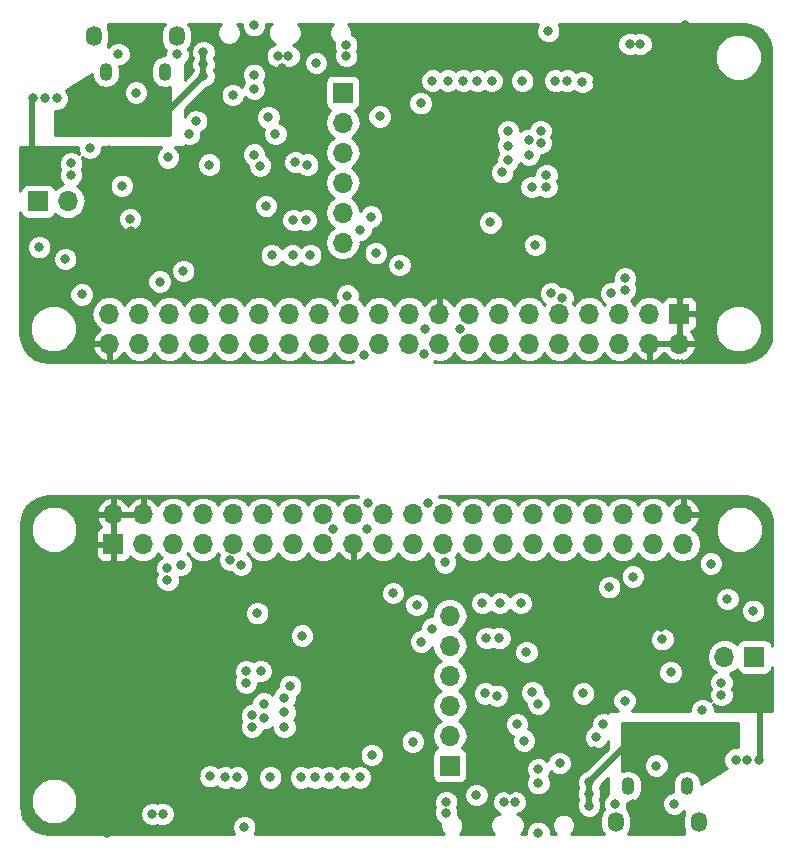
<source format=gbr>
G04 #@! TF.GenerationSoftware,KiCad,Pcbnew,5.0.2-bee76a0~70~ubuntu16.04.1*
G04 #@! TF.CreationDate,2019-08-20T15:47:02-04:00*
G04 #@! TF.ProjectId,ESP32-Zip-Panelized,45535033-322d-45a6-9970-2d50616e656c,rev?*
G04 #@! TF.SameCoordinates,Original*
G04 #@! TF.FileFunction,Copper,L3,Inr*
G04 #@! TF.FilePolarity,Positive*
%FSLAX46Y46*%
G04 Gerber Fmt 4.6, Leading zero omitted, Abs format (unit mm)*
G04 Created by KiCad (PCBNEW 5.0.2-bee76a0~70~ubuntu16.04.1) date mar. 20 août 2019 15:47:02 EDT*
%MOMM*%
%LPD*%
G01*
G04 APERTURE LIST*
G04 #@! TA.AperFunction,ViaPad*
%ADD10R,1.700000X1.700000*%
G04 #@! TD*
G04 #@! TA.AperFunction,ViaPad*
%ADD11O,1.700000X1.700000*%
G04 #@! TD*
G04 #@! TA.AperFunction,ViaPad*
%ADD12O,1.350000X1.700000*%
G04 #@! TD*
G04 #@! TA.AperFunction,ViaPad*
%ADD13O,1.100000X1.500000*%
G04 #@! TD*
G04 #@! TA.AperFunction,ViaPad*
%ADD14C,0.800000*%
G04 #@! TD*
G04 #@! TA.AperFunction,Conductor*
%ADD15C,0.500000*%
G04 #@! TD*
G04 #@! TA.AperFunction,Conductor*
%ADD16C,0.254000*%
G04 #@! TD*
G04 APERTURE END LIST*
D10*
G04 #@! TO.N,VDD*
G04 #@! TO.C,J2*
X48500000Y-54850000D03*
D11*
X48500000Y-52310000D03*
G04 #@! TO.N,IO21*
X51040000Y-54850000D03*
G04 #@! TO.N,VDD*
X51040000Y-52310000D03*
G04 #@! TO.N,IO22*
X53580000Y-54850000D03*
G04 #@! TO.N,GND*
X53580000Y-52310000D03*
G04 #@! TO.N,IO23*
X56120000Y-54850000D03*
G04 #@! TO.N,TxD*
X56120000Y-52310000D03*
G04 #@! TO.N,GND*
X58660000Y-54850000D03*
G04 #@! TO.N,RxD*
X58660000Y-52310000D03*
G04 #@! TO.N,IO34*
X61200000Y-54850000D03*
G04 #@! TO.N,EN*
X61200000Y-52310000D03*
G04 #@! TO.N,IO35*
X63740000Y-54850000D03*
G04 #@! TO.N,GND*
X63740000Y-52310000D03*
G04 #@! TO.N,IO32*
X66280000Y-54850000D03*
G04 #@! TO.N,SENSOR_VN*
X66280000Y-52310000D03*
G04 #@! TO.N,VDD*
X68820000Y-54850000D03*
G04 #@! TO.N,SENSOR_VP*
X68820000Y-52310000D03*
G04 #@! TO.N,IO33*
X71360000Y-54850000D03*
G04 #@! TO.N,GND*
X71360000Y-52310000D03*
G04 #@! TO.N,IO25*
X73900000Y-54850000D03*
G04 #@! TO.N,IO19*
X73900000Y-52310000D03*
G04 #@! TO.N,IO26*
X76440000Y-54850000D03*
G04 #@! TO.N,IO18*
X76440000Y-52310000D03*
G04 #@! TO.N,GND*
X78980000Y-54850000D03*
G04 #@! TO.N,IO5*
X78980000Y-52310000D03*
G04 #@! TO.N,IO27*
X81520000Y-54850000D03*
G04 #@! TO.N,IO17*
X81520000Y-52310000D03*
G04 #@! TO.N,IO14*
X84060000Y-54850000D03*
G04 #@! TO.N,GND*
X84060000Y-52310000D03*
G04 #@! TO.N,IO12*
X86600000Y-54850000D03*
G04 #@! TO.N,IO16*
X86600000Y-52310000D03*
G04 #@! TO.N,IO4*
X89140000Y-54850000D03*
G04 #@! TO.N,GND*
X89140000Y-52310000D03*
G04 #@! TO.N,IO2*
X91680000Y-54850000D03*
G04 #@! TO.N,IO13*
X91680000Y-52310000D03*
G04 #@! TO.N,IO0*
X94220000Y-54850000D03*
G04 #@! TO.N,IO15*
X94220000Y-52310000D03*
G04 #@! TO.N,GND*
X96760000Y-54850000D03*
G04 #@! TO.N,VDD*
X96760000Y-52310000D03*
G04 #@! TD*
D10*
G04 #@! TO.N,VBus*
G04 #@! TO.C,J4*
X102800000Y-64400000D03*
D11*
G04 #@! TO.N,GND*
X100260000Y-64400000D03*
G04 #@! TD*
D10*
G04 #@! TO.N,SD2*
G04 #@! TO.C,J3*
X77000000Y-73600000D03*
D11*
G04 #@! TO.N,SD3*
X77000000Y-71060000D03*
G04 #@! TO.N,CMD*
X77000000Y-68520000D03*
G04 #@! TO.N,SDCLK*
X77000000Y-65980000D03*
G04 #@! TO.N,SD0*
X77000000Y-63440000D03*
G04 #@! TO.N,SD1*
X77000000Y-60900000D03*
G04 #@! TD*
D12*
G04 #@! TO.N,GND*
G04 #@! TO.C,J1*
X98065000Y-78350000D03*
X91065000Y-78350000D03*
D13*
X97065000Y-75350000D03*
X92065000Y-75350000D03*
G04 #@! TD*
D10*
G04 #@! TO.N,VBus*
G04 #@! TO.C,J4*
X42138544Y-25820410D03*
D11*
G04 #@! TO.N,GND*
X44678544Y-25820410D03*
G04 #@! TD*
D10*
G04 #@! TO.N,SD2*
G04 #@! TO.C,J3*
X67938544Y-16620410D03*
D11*
G04 #@! TO.N,SD3*
X67938544Y-19160410D03*
G04 #@! TO.N,CMD*
X67938544Y-21700410D03*
G04 #@! TO.N,SDCLK*
X67938544Y-24240410D03*
G04 #@! TO.N,SD0*
X67938544Y-26780410D03*
G04 #@! TO.N,SD1*
X67938544Y-29320410D03*
G04 #@! TD*
D12*
G04 #@! TO.N,GND*
G04 #@! TO.C,J1*
X46873544Y-11870410D03*
X53873544Y-11870410D03*
D13*
X47873544Y-14870410D03*
X52873544Y-14870410D03*
G04 #@! TD*
D10*
G04 #@! TO.N,VDD*
G04 #@! TO.C,J2*
X96438544Y-35370410D03*
D11*
X96438544Y-37910410D03*
G04 #@! TO.N,IO21*
X93898544Y-35370410D03*
G04 #@! TO.N,VDD*
X93898544Y-37910410D03*
G04 #@! TO.N,IO22*
X91358544Y-35370410D03*
G04 #@! TO.N,GND*
X91358544Y-37910410D03*
G04 #@! TO.N,IO23*
X88818544Y-35370410D03*
G04 #@! TO.N,TxD*
X88818544Y-37910410D03*
G04 #@! TO.N,GND*
X86278544Y-35370410D03*
G04 #@! TO.N,RxD*
X86278544Y-37910410D03*
G04 #@! TO.N,IO34*
X83738544Y-35370410D03*
G04 #@! TO.N,EN*
X83738544Y-37910410D03*
G04 #@! TO.N,IO35*
X81198544Y-35370410D03*
G04 #@! TO.N,GND*
X81198544Y-37910410D03*
G04 #@! TO.N,IO32*
X78658544Y-35370410D03*
G04 #@! TO.N,SENSOR_VN*
X78658544Y-37910410D03*
G04 #@! TO.N,VDD*
X76118544Y-35370410D03*
G04 #@! TO.N,SENSOR_VP*
X76118544Y-37910410D03*
G04 #@! TO.N,IO33*
X73578544Y-35370410D03*
G04 #@! TO.N,GND*
X73578544Y-37910410D03*
G04 #@! TO.N,IO25*
X71038544Y-35370410D03*
G04 #@! TO.N,IO19*
X71038544Y-37910410D03*
G04 #@! TO.N,IO26*
X68498544Y-35370410D03*
G04 #@! TO.N,IO18*
X68498544Y-37910410D03*
G04 #@! TO.N,GND*
X65958544Y-35370410D03*
G04 #@! TO.N,IO5*
X65958544Y-37910410D03*
G04 #@! TO.N,IO27*
X63418544Y-35370410D03*
G04 #@! TO.N,IO17*
X63418544Y-37910410D03*
G04 #@! TO.N,IO14*
X60878544Y-35370410D03*
G04 #@! TO.N,GND*
X60878544Y-37910410D03*
G04 #@! TO.N,IO12*
X58338544Y-35370410D03*
G04 #@! TO.N,IO16*
X58338544Y-37910410D03*
G04 #@! TO.N,IO4*
X55798544Y-35370410D03*
G04 #@! TO.N,GND*
X55798544Y-37910410D03*
G04 #@! TO.N,IO2*
X53258544Y-35370410D03*
G04 #@! TO.N,IO13*
X53258544Y-37910410D03*
G04 #@! TO.N,IO0*
X50718544Y-35370410D03*
G04 #@! TO.N,IO15*
X50718544Y-37910410D03*
G04 #@! TO.N,GND*
X48178544Y-35370410D03*
G04 #@! TO.N,VDD*
X48178544Y-37910410D03*
G04 #@! TD*
D14*
G04 #@! TO.N,VDD*
X82100000Y-75700000D03*
X86750000Y-75850000D03*
X89200000Y-72400000D03*
X89600000Y-63000000D03*
X94900000Y-61900000D03*
X101200000Y-73100000D03*
X96750000Y-68700000D03*
X102200000Y-73100000D03*
X103200000Y-73100000D03*
X48000000Y-79300000D03*
X54500000Y-74500000D03*
X103300000Y-68700000D03*
X96900000Y-60975000D03*
X83500000Y-65800000D03*
X55500000Y-74500000D03*
X53500000Y-74500000D03*
X62838544Y-14520410D03*
X58188544Y-14370410D03*
X55738544Y-17820410D03*
X55338544Y-27220410D03*
X50038544Y-28320410D03*
X43738544Y-17120410D03*
X48188544Y-21520410D03*
X42738544Y-17120410D03*
X41738544Y-17120410D03*
X96938544Y-10920410D03*
X90438544Y-15720410D03*
X41638544Y-21520410D03*
X48038544Y-29245410D03*
X61438544Y-24420410D03*
X89438544Y-15720410D03*
X91438544Y-15720410D03*
G04 #@! TO.N,Net-(R1-Pad2)*
X82700000Y-70100000D03*
X89400000Y-71200000D03*
X62238544Y-20120410D03*
X55538544Y-19020410D03*
G04 #@! TO.N,VBus*
X88800000Y-75000000D03*
X88800000Y-76000000D03*
X88800000Y-77000000D03*
X98250000Y-71100000D03*
X92500000Y-76850000D03*
X56138544Y-15220410D03*
X56138544Y-14220410D03*
X56138544Y-13220410D03*
X46688544Y-19120410D03*
X52438544Y-13370410D03*
G04 #@! TO.N,GND*
X63500000Y-66850000D03*
X61000000Y-65600000D03*
X59750000Y-65600000D03*
X59750000Y-66600000D03*
X63000000Y-67850000D03*
X63000000Y-69100000D03*
X63000000Y-70350000D03*
X61250000Y-69600000D03*
X61250000Y-68350000D03*
X60250000Y-69350000D03*
X60250000Y-70350000D03*
X58400000Y-56200000D03*
X102700000Y-60500000D03*
X84500000Y-73900000D03*
X84500000Y-75100000D03*
X70400000Y-72700000D03*
X81000000Y-67700000D03*
X53100000Y-56900000D03*
X53100000Y-57900000D03*
X76700000Y-77600000D03*
X76700000Y-76700000D03*
X81600000Y-76700000D03*
X82500000Y-76700000D03*
X59600000Y-78800000D03*
X51800000Y-77700000D03*
X52700000Y-77700000D03*
X90000000Y-70100000D03*
X96000000Y-76850000D03*
X91000000Y-76850000D03*
X98400000Y-68900000D03*
X81438544Y-23370410D03*
X83938544Y-24620410D03*
X85188544Y-24620410D03*
X85188544Y-23620410D03*
X81938544Y-22370410D03*
X81938544Y-21120410D03*
X81938544Y-19870410D03*
X83688544Y-20620410D03*
X83688544Y-21870410D03*
X84688544Y-20870410D03*
X84688544Y-19870410D03*
X86538544Y-34020410D03*
X42238544Y-29720410D03*
X60438544Y-16320410D03*
X60438544Y-15120410D03*
X74538544Y-17520410D03*
X63938544Y-22520410D03*
X91838544Y-33320410D03*
X91838544Y-32320410D03*
X68238544Y-12620410D03*
X68238544Y-13520410D03*
X63338544Y-13520410D03*
X62438544Y-13520410D03*
X85338544Y-11420410D03*
X93138544Y-12520410D03*
X92238544Y-12520410D03*
X54938544Y-20120410D03*
X48938544Y-13370410D03*
X53938544Y-13370410D03*
X46538544Y-21320410D03*
G04 #@! TO.N,DTR*
X83300000Y-71500000D03*
X99100000Y-56500000D03*
X92500000Y-57600000D03*
X61638544Y-18720410D03*
X45838544Y-33720410D03*
X52438544Y-32620410D03*
G04 #@! TO.N,RTS*
X100500000Y-59500000D03*
X84500000Y-68350000D03*
X95000000Y-62900000D03*
X44438544Y-30720410D03*
X60438544Y-21870410D03*
X49938544Y-27320410D03*
G04 #@! TO.N,EN*
X56700000Y-74500000D03*
X75200000Y-51350000D03*
X84500000Y-79300000D03*
X95700000Y-65700000D03*
X72200020Y-59000020D03*
X88238544Y-15720410D03*
X69738544Y-38870410D03*
X60438544Y-10920410D03*
X49238544Y-24520410D03*
X72738524Y-31220390D03*
G04 #@! TO.N,IO0*
X90500000Y-58500000D03*
X79250000Y-76100000D03*
X54438544Y-31720410D03*
X65688544Y-14120410D03*
G04 #@! TO.N,USB_DP*
X86300000Y-73400000D03*
X94500000Y-73600000D03*
X58638544Y-16820410D03*
X50438544Y-16620410D03*
G04 #@! TO.N,RXT*
X83500000Y-64000000D03*
X88300000Y-67500000D03*
X61438544Y-26220410D03*
X56638544Y-22720410D03*
G04 #@! TO.N,RxD*
X60700000Y-60700000D03*
X59330000Y-56600000D03*
X84238544Y-29520410D03*
X85608544Y-33620410D03*
G04 #@! TO.N,TxD*
X79750000Y-59850000D03*
X65188544Y-30370410D03*
G04 #@! TO.N,IO23*
X54250000Y-56600000D03*
X90688544Y-33620410D03*
G04 #@! TO.N,IO35*
X61800000Y-74600000D03*
X67100000Y-53600000D03*
X83138544Y-15620410D03*
X77838544Y-36620410D03*
G04 #@! TO.N,IO32*
X64500000Y-62600000D03*
X80438544Y-27620410D03*
G04 #@! TO.N,SENSOR_VN*
X59000000Y-74600000D03*
X85938544Y-15620410D03*
G04 #@! TO.N,SENSOR_VP*
X58000000Y-74600000D03*
X86938544Y-15620410D03*
G04 #@! TO.N,IO33*
X64400000Y-74600000D03*
X80538544Y-15620410D03*
G04 #@! TO.N,IO25*
X65600000Y-74600000D03*
X79338544Y-15620410D03*
G04 #@! TO.N,IO19*
X70100000Y-51400000D03*
X74838544Y-38800000D03*
G04 #@! TO.N,IO26*
X66800000Y-74600000D03*
X78138544Y-15620410D03*
G04 #@! TO.N,IO18*
X70000000Y-53600000D03*
X74938544Y-36620410D03*
G04 #@! TO.N,IO27*
X68100000Y-74600000D03*
X76600000Y-56400000D03*
X76838544Y-15620410D03*
X68338544Y-33820410D03*
G04 #@! TO.N,IO17*
X74200000Y-60000000D03*
X70738544Y-30220410D03*
G04 #@! TO.N,IO14*
X80100000Y-62800000D03*
X81250000Y-59850000D03*
X69400000Y-74600000D03*
X64838544Y-27420410D03*
X63688544Y-30370410D03*
X75538544Y-15620410D03*
G04 #@! TO.N,IO12*
X81200000Y-62800000D03*
X83000000Y-59850000D03*
X80000000Y-67500000D03*
X63738544Y-27420410D03*
X61938544Y-30370410D03*
X64938544Y-22720410D03*
G04 #@! TO.N,IO2*
X75500000Y-62000000D03*
X69438544Y-28220410D03*
G04 #@! TO.N,IO13*
X73874999Y-71574999D03*
X71063545Y-18645411D03*
G04 #@! TO.N,IO15*
X74600000Y-63100000D03*
X70338544Y-27120410D03*
G04 #@! TO.N,Net-(JP3-Pad1)*
X100000000Y-67600000D03*
X44938544Y-22620410D03*
G04 #@! TO.N,Net-(R3-Pad1)*
X91800000Y-68100000D03*
X84000000Y-67400000D03*
X53138544Y-22120410D03*
X60938544Y-22820410D03*
G04 #@! TO.N,Net-(D2-Pad2)*
X100000000Y-66600000D03*
X44938544Y-23620410D03*
G04 #@! TD*
D15*
G04 #@! TO.N,VDD*
X103300000Y-73000000D02*
X103200000Y-73100000D01*
X103300000Y-68700000D02*
X103300000Y-73000000D01*
X41638544Y-17220410D02*
X41738544Y-17120410D01*
X41638544Y-21520410D02*
X41638544Y-17220410D01*
G04 #@! TO.N,VBus*
X88800000Y-77000000D02*
X88800000Y-75000000D01*
X92700000Y-71100000D02*
X98250000Y-71100000D01*
X88800000Y-75000000D02*
X92700000Y-71100000D01*
X56138544Y-13220410D02*
X56138544Y-15220410D01*
X52238544Y-19120410D02*
X46688544Y-19120410D01*
X56138544Y-15220410D02*
X52238544Y-19120410D01*
G04 #@! TD*
D16*
G04 #@! TO.N,VBus*
G36*
X101373000Y-72065000D02*
X100994126Y-72065000D01*
X100613720Y-72222569D01*
X100322569Y-72513720D01*
X100165000Y-72894126D01*
X100165000Y-73305874D01*
X100322569Y-73686280D01*
X100468074Y-73831785D01*
X98250000Y-75187274D01*
X98250000Y-75033290D01*
X98181245Y-74687636D01*
X97919337Y-74295663D01*
X97527363Y-74033755D01*
X97065000Y-73941785D01*
X96602636Y-74033755D01*
X96210663Y-74295663D01*
X95948755Y-74687637D01*
X95880000Y-75033291D01*
X95880000Y-75666710D01*
X95909497Y-75815000D01*
X95794126Y-75815000D01*
X95413720Y-75972569D01*
X95122569Y-76263720D01*
X94965000Y-76644126D01*
X94965000Y-77055874D01*
X95122569Y-77436280D01*
X95413720Y-77727431D01*
X95794126Y-77885000D01*
X96205874Y-77885000D01*
X96586280Y-77727431D01*
X96873000Y-77440711D01*
X96873000Y-77601018D01*
X96831007Y-77663865D01*
X96755000Y-78045979D01*
X96755000Y-78654022D01*
X96831007Y-79036136D01*
X96873000Y-79098983D01*
X96873000Y-79390000D01*
X92062548Y-79390000D01*
X92298993Y-79036135D01*
X92375000Y-78654021D01*
X92375000Y-78045978D01*
X92298993Y-77663864D01*
X92009457Y-77230543D01*
X91972796Y-77206047D01*
X92035000Y-77055874D01*
X92035000Y-76752248D01*
X92065000Y-76758215D01*
X92527364Y-76666245D01*
X92919337Y-76404337D01*
X93181245Y-76012363D01*
X93250000Y-75666709D01*
X93250000Y-75033290D01*
X93181245Y-74687636D01*
X92919337Y-74295663D01*
X92527363Y-74033755D01*
X92065000Y-73941785D01*
X91627000Y-74028909D01*
X91627000Y-73394126D01*
X93465000Y-73394126D01*
X93465000Y-73805874D01*
X93622569Y-74186280D01*
X93913720Y-74477431D01*
X94294126Y-74635000D01*
X94705874Y-74635000D01*
X95086280Y-74477431D01*
X95377431Y-74186280D01*
X95535000Y-73805874D01*
X95535000Y-73394126D01*
X95377431Y-73013720D01*
X95086280Y-72722569D01*
X94705874Y-72565000D01*
X94294126Y-72565000D01*
X93913720Y-72722569D01*
X93622569Y-73013720D01*
X93465000Y-73394126D01*
X91627000Y-73394126D01*
X91627000Y-69977000D01*
X101373000Y-69977000D01*
X101373000Y-72065000D01*
X101373000Y-72065000D01*
G37*
X101373000Y-72065000D02*
X100994126Y-72065000D01*
X100613720Y-72222569D01*
X100322569Y-72513720D01*
X100165000Y-72894126D01*
X100165000Y-73305874D01*
X100322569Y-73686280D01*
X100468074Y-73831785D01*
X98250000Y-75187274D01*
X98250000Y-75033290D01*
X98181245Y-74687636D01*
X97919337Y-74295663D01*
X97527363Y-74033755D01*
X97065000Y-73941785D01*
X96602636Y-74033755D01*
X96210663Y-74295663D01*
X95948755Y-74687637D01*
X95880000Y-75033291D01*
X95880000Y-75666710D01*
X95909497Y-75815000D01*
X95794126Y-75815000D01*
X95413720Y-75972569D01*
X95122569Y-76263720D01*
X94965000Y-76644126D01*
X94965000Y-77055874D01*
X95122569Y-77436280D01*
X95413720Y-77727431D01*
X95794126Y-77885000D01*
X96205874Y-77885000D01*
X96586280Y-77727431D01*
X96873000Y-77440711D01*
X96873000Y-77601018D01*
X96831007Y-77663865D01*
X96755000Y-78045979D01*
X96755000Y-78654022D01*
X96831007Y-79036136D01*
X96873000Y-79098983D01*
X96873000Y-79390000D01*
X92062548Y-79390000D01*
X92298993Y-79036135D01*
X92375000Y-78654021D01*
X92375000Y-78045978D01*
X92298993Y-77663864D01*
X92009457Y-77230543D01*
X91972796Y-77206047D01*
X92035000Y-77055874D01*
X92035000Y-76752248D01*
X92065000Y-76758215D01*
X92527364Y-76666245D01*
X92919337Y-76404337D01*
X93181245Y-76012363D01*
X93250000Y-75666709D01*
X93250000Y-75033290D01*
X93181245Y-74687636D01*
X92919337Y-74295663D01*
X92527363Y-74033755D01*
X92065000Y-73941785D01*
X91627000Y-74028909D01*
X91627000Y-73394126D01*
X93465000Y-73394126D01*
X93465000Y-73805874D01*
X93622569Y-74186280D01*
X93913720Y-74477431D01*
X94294126Y-74635000D01*
X94705874Y-74635000D01*
X95086280Y-74477431D01*
X95377431Y-74186280D01*
X95535000Y-73805874D01*
X95535000Y-73394126D01*
X95377431Y-73013720D01*
X95086280Y-72722569D01*
X94705874Y-72565000D01*
X94294126Y-72565000D01*
X93913720Y-72722569D01*
X93622569Y-73013720D01*
X93465000Y-73394126D01*
X91627000Y-73394126D01*
X91627000Y-69977000D01*
X101373000Y-69977000D01*
X101373000Y-72065000D01*
G04 #@! TO.N,VDD*
G36*
X48000000Y-50823909D02*
X48069926Y-50810000D01*
X69226289Y-50810000D01*
X69222569Y-50813720D01*
X69198742Y-50871244D01*
X68966256Y-50825000D01*
X68673744Y-50825000D01*
X68240582Y-50911161D01*
X67749375Y-51239375D01*
X67550000Y-51537761D01*
X67350625Y-51239375D01*
X66859418Y-50911161D01*
X66426256Y-50825000D01*
X66133744Y-50825000D01*
X65700582Y-50911161D01*
X65209375Y-51239375D01*
X65010000Y-51537761D01*
X64810625Y-51239375D01*
X64319418Y-50911161D01*
X63886256Y-50825000D01*
X63593744Y-50825000D01*
X63160582Y-50911161D01*
X62669375Y-51239375D01*
X62470000Y-51537761D01*
X62270625Y-51239375D01*
X61779418Y-50911161D01*
X61346256Y-50825000D01*
X61053744Y-50825000D01*
X60620582Y-50911161D01*
X60129375Y-51239375D01*
X59930000Y-51537761D01*
X59730625Y-51239375D01*
X59239418Y-50911161D01*
X58806256Y-50825000D01*
X58513744Y-50825000D01*
X58080582Y-50911161D01*
X57589375Y-51239375D01*
X57390000Y-51537761D01*
X57190625Y-51239375D01*
X56699418Y-50911161D01*
X56266256Y-50825000D01*
X55973744Y-50825000D01*
X55540582Y-50911161D01*
X55049375Y-51239375D01*
X54850000Y-51537761D01*
X54650625Y-51239375D01*
X54159418Y-50911161D01*
X53726256Y-50825000D01*
X53433744Y-50825000D01*
X53000582Y-50911161D01*
X52509375Y-51239375D01*
X52296157Y-51558478D01*
X52235183Y-51428642D01*
X51806924Y-51038355D01*
X51396890Y-50868524D01*
X51167000Y-50989845D01*
X51167000Y-52183000D01*
X51187000Y-52183000D01*
X51187000Y-52437000D01*
X51167000Y-52437000D01*
X51167000Y-52457000D01*
X50913000Y-52457000D01*
X50913000Y-52437000D01*
X48627000Y-52437000D01*
X48627000Y-54723000D01*
X48647000Y-54723000D01*
X48647000Y-54977000D01*
X48627000Y-54977000D01*
X48627000Y-56176250D01*
X48785750Y-56335000D01*
X49476310Y-56335000D01*
X49709699Y-56238327D01*
X49888327Y-56059698D01*
X49954904Y-55898967D01*
X49969375Y-55920625D01*
X50460582Y-56248839D01*
X50893744Y-56335000D01*
X51186256Y-56335000D01*
X51619418Y-56248839D01*
X52110625Y-55920625D01*
X52310000Y-55622239D01*
X52509375Y-55920625D01*
X52605222Y-55984668D01*
X52513720Y-56022569D01*
X52222569Y-56313720D01*
X52065000Y-56694126D01*
X52065000Y-57105874D01*
X52186831Y-57400000D01*
X52065000Y-57694126D01*
X52065000Y-58105874D01*
X52222569Y-58486280D01*
X52513720Y-58777431D01*
X52894126Y-58935000D01*
X53305874Y-58935000D01*
X53645926Y-58794146D01*
X71165020Y-58794146D01*
X71165020Y-59205894D01*
X71322589Y-59586300D01*
X71613740Y-59877451D01*
X71994146Y-60035020D01*
X72405894Y-60035020D01*
X72786300Y-59877451D01*
X72869625Y-59794126D01*
X73165000Y-59794126D01*
X73165000Y-60205874D01*
X73322569Y-60586280D01*
X73613720Y-60877431D01*
X73994126Y-61035000D01*
X74405874Y-61035000D01*
X74786280Y-60877431D01*
X75077431Y-60586280D01*
X75235000Y-60205874D01*
X75235000Y-59794126D01*
X75077431Y-59413720D01*
X74786280Y-59122569D01*
X74405874Y-58965000D01*
X73994126Y-58965000D01*
X73613720Y-59122569D01*
X73322569Y-59413720D01*
X73165000Y-59794126D01*
X72869625Y-59794126D01*
X73077451Y-59586300D01*
X73235020Y-59205894D01*
X73235020Y-58794146D01*
X73077451Y-58413740D01*
X72957837Y-58294126D01*
X89465000Y-58294126D01*
X89465000Y-58705874D01*
X89622569Y-59086280D01*
X89913720Y-59377431D01*
X90294126Y-59535000D01*
X90705874Y-59535000D01*
X91086280Y-59377431D01*
X91169585Y-59294126D01*
X99465000Y-59294126D01*
X99465000Y-59705874D01*
X99622569Y-60086280D01*
X99913720Y-60377431D01*
X100294126Y-60535000D01*
X100705874Y-60535000D01*
X101086280Y-60377431D01*
X101169585Y-60294126D01*
X101665000Y-60294126D01*
X101665000Y-60705874D01*
X101822569Y-61086280D01*
X102113720Y-61377431D01*
X102494126Y-61535000D01*
X102905874Y-61535000D01*
X103286280Y-61377431D01*
X103577431Y-61086280D01*
X103735000Y-60705874D01*
X103735000Y-60294126D01*
X103577431Y-59913720D01*
X103286280Y-59622569D01*
X102905874Y-59465000D01*
X102494126Y-59465000D01*
X102113720Y-59622569D01*
X101822569Y-59913720D01*
X101665000Y-60294126D01*
X101169585Y-60294126D01*
X101377431Y-60086280D01*
X101535000Y-59705874D01*
X101535000Y-59294126D01*
X101377431Y-58913720D01*
X101086280Y-58622569D01*
X100705874Y-58465000D01*
X100294126Y-58465000D01*
X99913720Y-58622569D01*
X99622569Y-58913720D01*
X99465000Y-59294126D01*
X91169585Y-59294126D01*
X91377431Y-59086280D01*
X91535000Y-58705874D01*
X91535000Y-58294126D01*
X91377431Y-57913720D01*
X91086280Y-57622569D01*
X90705874Y-57465000D01*
X90294126Y-57465000D01*
X89913720Y-57622569D01*
X89622569Y-57913720D01*
X89465000Y-58294126D01*
X72957837Y-58294126D01*
X72786300Y-58122589D01*
X72405894Y-57965020D01*
X71994146Y-57965020D01*
X71613740Y-58122589D01*
X71322589Y-58413740D01*
X71165020Y-58794146D01*
X53645926Y-58794146D01*
X53686280Y-58777431D01*
X53977431Y-58486280D01*
X54135000Y-58105874D01*
X54135000Y-57694126D01*
X54110509Y-57635000D01*
X54455874Y-57635000D01*
X54836280Y-57477431D01*
X55127431Y-57186280D01*
X55285000Y-56805874D01*
X55285000Y-56394126D01*
X55127431Y-56013720D01*
X54836280Y-55722569D01*
X54794520Y-55705271D01*
X54850000Y-55622239D01*
X55049375Y-55920625D01*
X55540582Y-56248839D01*
X55973744Y-56335000D01*
X56266256Y-56335000D01*
X56699418Y-56248839D01*
X57190625Y-55920625D01*
X57390000Y-55622239D01*
X57469659Y-55741457D01*
X57365000Y-55994126D01*
X57365000Y-56405874D01*
X57522569Y-56786280D01*
X57813720Y-57077431D01*
X58194126Y-57235000D01*
X58501289Y-57235000D01*
X58743720Y-57477431D01*
X59124126Y-57635000D01*
X59535874Y-57635000D01*
X59916280Y-57477431D01*
X60207431Y-57186280D01*
X60365000Y-56805874D01*
X60365000Y-56394126D01*
X60207431Y-56013720D01*
X59916280Y-55722569D01*
X59874520Y-55705271D01*
X59930000Y-55622239D01*
X60129375Y-55920625D01*
X60620582Y-56248839D01*
X61053744Y-56335000D01*
X61346256Y-56335000D01*
X61779418Y-56248839D01*
X62270625Y-55920625D01*
X62470000Y-55622239D01*
X62669375Y-55920625D01*
X63160582Y-56248839D01*
X63593744Y-56335000D01*
X63886256Y-56335000D01*
X64319418Y-56248839D01*
X64810625Y-55920625D01*
X65010000Y-55622239D01*
X65209375Y-55920625D01*
X65700582Y-56248839D01*
X66133744Y-56335000D01*
X66426256Y-56335000D01*
X66859418Y-56248839D01*
X67350625Y-55920625D01*
X67563843Y-55601522D01*
X67624817Y-55731358D01*
X68053076Y-56121645D01*
X68463110Y-56291476D01*
X68693000Y-56170155D01*
X68693000Y-54977000D01*
X68673000Y-54977000D01*
X68673000Y-54723000D01*
X68693000Y-54723000D01*
X68693000Y-54703000D01*
X68947000Y-54703000D01*
X68947000Y-54723000D01*
X68967000Y-54723000D01*
X68967000Y-54977000D01*
X68947000Y-54977000D01*
X68947000Y-56170155D01*
X69176890Y-56291476D01*
X69586924Y-56121645D01*
X70015183Y-55731358D01*
X70076157Y-55601522D01*
X70289375Y-55920625D01*
X70780582Y-56248839D01*
X71213744Y-56335000D01*
X71506256Y-56335000D01*
X71939418Y-56248839D01*
X72430625Y-55920625D01*
X72630000Y-55622239D01*
X72829375Y-55920625D01*
X73320582Y-56248839D01*
X73753744Y-56335000D01*
X74046256Y-56335000D01*
X74479418Y-56248839D01*
X74970625Y-55920625D01*
X75170000Y-55622239D01*
X75369375Y-55920625D01*
X75611324Y-56082290D01*
X75565000Y-56194126D01*
X75565000Y-56605874D01*
X75722569Y-56986280D01*
X76013720Y-57277431D01*
X76394126Y-57435000D01*
X76805874Y-57435000D01*
X76904552Y-57394126D01*
X91465000Y-57394126D01*
X91465000Y-57805874D01*
X91622569Y-58186280D01*
X91913720Y-58477431D01*
X92294126Y-58635000D01*
X92705874Y-58635000D01*
X93086280Y-58477431D01*
X93377431Y-58186280D01*
X93535000Y-57805874D01*
X93535000Y-57394126D01*
X93377431Y-57013720D01*
X93086280Y-56722569D01*
X92705874Y-56565000D01*
X92294126Y-56565000D01*
X91913720Y-56722569D01*
X91622569Y-57013720D01*
X91465000Y-57394126D01*
X76904552Y-57394126D01*
X77186280Y-57277431D01*
X77477431Y-56986280D01*
X77635000Y-56605874D01*
X77635000Y-56194126D01*
X77517469Y-55910382D01*
X77710000Y-55622239D01*
X77909375Y-55920625D01*
X78400582Y-56248839D01*
X78833744Y-56335000D01*
X79126256Y-56335000D01*
X79559418Y-56248839D01*
X80050625Y-55920625D01*
X80250000Y-55622239D01*
X80449375Y-55920625D01*
X80940582Y-56248839D01*
X81373744Y-56335000D01*
X81666256Y-56335000D01*
X82099418Y-56248839D01*
X82590625Y-55920625D01*
X82790000Y-55622239D01*
X82989375Y-55920625D01*
X83480582Y-56248839D01*
X83913744Y-56335000D01*
X84206256Y-56335000D01*
X84639418Y-56248839D01*
X85130625Y-55920625D01*
X85330000Y-55622239D01*
X85529375Y-55920625D01*
X86020582Y-56248839D01*
X86453744Y-56335000D01*
X86746256Y-56335000D01*
X87179418Y-56248839D01*
X87670625Y-55920625D01*
X87870000Y-55622239D01*
X88069375Y-55920625D01*
X88560582Y-56248839D01*
X88993744Y-56335000D01*
X89286256Y-56335000D01*
X89719418Y-56248839D01*
X90210625Y-55920625D01*
X90410000Y-55622239D01*
X90609375Y-55920625D01*
X91100582Y-56248839D01*
X91533744Y-56335000D01*
X91826256Y-56335000D01*
X92259418Y-56248839D01*
X92750625Y-55920625D01*
X92950000Y-55622239D01*
X93149375Y-55920625D01*
X93640582Y-56248839D01*
X94073744Y-56335000D01*
X94366256Y-56335000D01*
X94799418Y-56248839D01*
X95290625Y-55920625D01*
X95490000Y-55622239D01*
X95689375Y-55920625D01*
X96180582Y-56248839D01*
X96613744Y-56335000D01*
X96906256Y-56335000D01*
X97111744Y-56294126D01*
X98065000Y-56294126D01*
X98065000Y-56705874D01*
X98222569Y-57086280D01*
X98513720Y-57377431D01*
X98894126Y-57535000D01*
X99305874Y-57535000D01*
X99686280Y-57377431D01*
X99977431Y-57086280D01*
X100135000Y-56705874D01*
X100135000Y-56294126D01*
X99977431Y-55913720D01*
X99686280Y-55622569D01*
X99305874Y-55465000D01*
X98894126Y-55465000D01*
X98513720Y-55622569D01*
X98222569Y-55913720D01*
X98065000Y-56294126D01*
X97111744Y-56294126D01*
X97339418Y-56248839D01*
X97830625Y-55920625D01*
X98158839Y-55429418D01*
X98274092Y-54850000D01*
X98158839Y-54270582D01*
X97830625Y-53779375D01*
X97530214Y-53578647D01*
X97940039Y-53205159D01*
X99515000Y-53205159D01*
X99515000Y-53994841D01*
X99817199Y-54724412D01*
X100375588Y-55282801D01*
X101105159Y-55585000D01*
X101894841Y-55585000D01*
X102624412Y-55282801D01*
X103182801Y-54724412D01*
X103485000Y-53994841D01*
X103485000Y-53205159D01*
X103182801Y-52475588D01*
X102624412Y-51917199D01*
X101894841Y-51615000D01*
X101105159Y-51615000D01*
X100375588Y-51917199D01*
X99817199Y-52475588D01*
X99515000Y-53205159D01*
X97940039Y-53205159D01*
X97955183Y-53191358D01*
X98201486Y-52666892D01*
X98080819Y-52437000D01*
X96887000Y-52437000D01*
X96887000Y-52457000D01*
X96633000Y-52457000D01*
X96633000Y-52437000D01*
X96613000Y-52437000D01*
X96613000Y-52183000D01*
X96633000Y-52183000D01*
X96633000Y-50989845D01*
X96887000Y-50989845D01*
X96887000Y-52183000D01*
X98080819Y-52183000D01*
X98201486Y-51953108D01*
X97955183Y-51428642D01*
X97526924Y-51038355D01*
X97116890Y-50868524D01*
X96887000Y-50989845D01*
X96633000Y-50989845D01*
X96403110Y-50868524D01*
X95993076Y-51038355D01*
X95564817Y-51428642D01*
X95503843Y-51558478D01*
X95290625Y-51239375D01*
X94799418Y-50911161D01*
X94366256Y-50825000D01*
X94073744Y-50825000D01*
X93640582Y-50911161D01*
X93149375Y-51239375D01*
X92950000Y-51537761D01*
X92750625Y-51239375D01*
X92259418Y-50911161D01*
X91826256Y-50825000D01*
X91533744Y-50825000D01*
X91100582Y-50911161D01*
X90609375Y-51239375D01*
X90410000Y-51537761D01*
X90210625Y-51239375D01*
X89719418Y-50911161D01*
X89286256Y-50825000D01*
X88993744Y-50825000D01*
X88560582Y-50911161D01*
X88069375Y-51239375D01*
X87870000Y-51537761D01*
X87670625Y-51239375D01*
X87179418Y-50911161D01*
X86746256Y-50825000D01*
X86453744Y-50825000D01*
X86020582Y-50911161D01*
X85529375Y-51239375D01*
X85330000Y-51537761D01*
X85130625Y-51239375D01*
X84639418Y-50911161D01*
X84206256Y-50825000D01*
X83913744Y-50825000D01*
X83480582Y-50911161D01*
X82989375Y-51239375D01*
X82790000Y-51537761D01*
X82590625Y-51239375D01*
X82099418Y-50911161D01*
X81666256Y-50825000D01*
X81373744Y-50825000D01*
X80940582Y-50911161D01*
X80449375Y-51239375D01*
X80250000Y-51537761D01*
X80050625Y-51239375D01*
X79559418Y-50911161D01*
X79126256Y-50825000D01*
X78833744Y-50825000D01*
X78400582Y-50911161D01*
X77909375Y-51239375D01*
X77710000Y-51537761D01*
X77510625Y-51239375D01*
X77019418Y-50911161D01*
X76586256Y-50825000D01*
X76293744Y-50825000D01*
X76117348Y-50860087D01*
X76096601Y-50810000D01*
X96430075Y-50810000D01*
X96500000Y-50823909D01*
X96569926Y-50810000D01*
X101958753Y-50810000D01*
X102525708Y-50876100D01*
X103023212Y-51056685D01*
X103465835Y-51346881D01*
X103829823Y-51731116D01*
X104095658Y-52188784D01*
X104251892Y-52704629D01*
X104290000Y-53131618D01*
X104290000Y-63512598D01*
X104248157Y-63302235D01*
X104107809Y-63092191D01*
X103897765Y-62951843D01*
X103650000Y-62902560D01*
X101950000Y-62902560D01*
X101702235Y-62951843D01*
X101492191Y-63092191D01*
X101351843Y-63302235D01*
X101342816Y-63347619D01*
X101330625Y-63329375D01*
X100839418Y-63001161D01*
X100406256Y-62915000D01*
X100113744Y-62915000D01*
X99680582Y-63001161D01*
X99189375Y-63329375D01*
X98861161Y-63820582D01*
X98745908Y-64400000D01*
X98861161Y-64979418D01*
X99189375Y-65470625D01*
X99507994Y-65683519D01*
X99413720Y-65722569D01*
X99122569Y-66013720D01*
X98965000Y-66394126D01*
X98965000Y-66805874D01*
X99086831Y-67100000D01*
X98965000Y-67394126D01*
X98965000Y-67805874D01*
X99103179Y-68139468D01*
X98986280Y-68022569D01*
X98605874Y-67865000D01*
X98194126Y-67865000D01*
X97813720Y-68022569D01*
X97522569Y-68313720D01*
X97365000Y-68694126D01*
X97365000Y-68973000D01*
X92390711Y-68973000D01*
X92677431Y-68686280D01*
X92835000Y-68305874D01*
X92835000Y-67894126D01*
X92677431Y-67513720D01*
X92386280Y-67222569D01*
X92005874Y-67065000D01*
X91594126Y-67065000D01*
X91213720Y-67222569D01*
X90922569Y-67513720D01*
X90765000Y-67894126D01*
X90765000Y-68305874D01*
X90922569Y-68686280D01*
X91209289Y-68973000D01*
X90500000Y-68973000D01*
X90451399Y-68982667D01*
X90410197Y-69010197D01*
X90382667Y-69051399D01*
X90373000Y-69100000D01*
X90373000Y-69134226D01*
X90205874Y-69065000D01*
X89794126Y-69065000D01*
X89413720Y-69222569D01*
X89122569Y-69513720D01*
X88965000Y-69894126D01*
X88965000Y-70259907D01*
X88813720Y-70322569D01*
X88522569Y-70613720D01*
X88365000Y-70994126D01*
X88365000Y-71405874D01*
X88522569Y-71786280D01*
X88813720Y-72077431D01*
X89194126Y-72235000D01*
X89605874Y-72235000D01*
X89986280Y-72077431D01*
X90277431Y-71786280D01*
X90373000Y-71555556D01*
X90373000Y-72175421D01*
X88575853Y-73972569D01*
X88213720Y-74122569D01*
X87922569Y-74413720D01*
X87765000Y-74794126D01*
X87765000Y-75205874D01*
X87886831Y-75500000D01*
X87765000Y-75794126D01*
X87765000Y-76205874D01*
X87886831Y-76500000D01*
X87765000Y-76794126D01*
X87765000Y-77205874D01*
X87922569Y-77586280D01*
X88213720Y-77877431D01*
X88594126Y-78035000D01*
X89005874Y-78035000D01*
X89386280Y-77877431D01*
X89677431Y-77586280D01*
X89835000Y-77205874D01*
X89835000Y-76794126D01*
X89713169Y-76500000D01*
X89835000Y-76205874D01*
X89835000Y-75794126D01*
X89713169Y-75500000D01*
X89827431Y-75224147D01*
X90373000Y-74678578D01*
X90373000Y-76013289D01*
X90122569Y-76263720D01*
X89965000Y-76644126D01*
X89965000Y-77055874D01*
X90069187Y-77307403D01*
X89831007Y-77663865D01*
X89755000Y-78045979D01*
X89755000Y-78654022D01*
X89831007Y-79036136D01*
X90067452Y-79390000D01*
X87278000Y-79390000D01*
X87460042Y-79207958D01*
X87610000Y-78845929D01*
X87610000Y-78454071D01*
X87460042Y-78092042D01*
X87182958Y-77814958D01*
X86820929Y-77665000D01*
X86429071Y-77665000D01*
X86067042Y-77814958D01*
X85789958Y-78092042D01*
X85640000Y-78454071D01*
X85640000Y-78845929D01*
X85789958Y-79207958D01*
X85972000Y-79390000D01*
X85535000Y-79390000D01*
X85535000Y-79094126D01*
X85377431Y-78713720D01*
X85086280Y-78422569D01*
X84705874Y-78265000D01*
X84294126Y-78265000D01*
X83913720Y-78422569D01*
X83622569Y-78713720D01*
X83465000Y-79094126D01*
X83465000Y-79390000D01*
X83028000Y-79390000D01*
X83210042Y-79207958D01*
X83360000Y-78845929D01*
X83360000Y-78454071D01*
X83210042Y-78092042D01*
X82932958Y-77814958D01*
X82722899Y-77727948D01*
X83086280Y-77577431D01*
X83377431Y-77286280D01*
X83535000Y-76905874D01*
X83535000Y-76494126D01*
X83377431Y-76113720D01*
X83086280Y-75822569D01*
X82705874Y-75665000D01*
X82294126Y-75665000D01*
X82050000Y-75766120D01*
X81805874Y-75665000D01*
X81394126Y-75665000D01*
X81013720Y-75822569D01*
X80722569Y-76113720D01*
X80565000Y-76494126D01*
X80565000Y-76905874D01*
X80722569Y-77286280D01*
X81013720Y-77577431D01*
X81227101Y-77665816D01*
X80867042Y-77814958D01*
X80589958Y-78092042D01*
X80440000Y-78454071D01*
X80440000Y-78845929D01*
X80589958Y-79207958D01*
X80772000Y-79390000D01*
X77828000Y-79390000D01*
X78010042Y-79207958D01*
X78160000Y-78845929D01*
X78160000Y-78454071D01*
X78010042Y-78092042D01*
X77732958Y-77814958D01*
X77731489Y-77814350D01*
X77735000Y-77805874D01*
X77735000Y-77394126D01*
X77633880Y-77150000D01*
X77735000Y-76905874D01*
X77735000Y-76494126D01*
X77577431Y-76113720D01*
X77357837Y-75894126D01*
X78215000Y-75894126D01*
X78215000Y-76305874D01*
X78372569Y-76686280D01*
X78663720Y-76977431D01*
X79044126Y-77135000D01*
X79455874Y-77135000D01*
X79836280Y-76977431D01*
X80127431Y-76686280D01*
X80285000Y-76305874D01*
X80285000Y-75894126D01*
X80127431Y-75513720D01*
X79836280Y-75222569D01*
X79455874Y-75065000D01*
X79044126Y-75065000D01*
X78663720Y-75222569D01*
X78372569Y-75513720D01*
X78215000Y-75894126D01*
X77357837Y-75894126D01*
X77286280Y-75822569D01*
X76905874Y-75665000D01*
X76494126Y-75665000D01*
X76113720Y-75822569D01*
X75822569Y-76113720D01*
X75665000Y-76494126D01*
X75665000Y-76905874D01*
X75766120Y-77150000D01*
X75665000Y-77394126D01*
X75665000Y-77805874D01*
X75822569Y-78186280D01*
X76113720Y-78477431D01*
X76190000Y-78509027D01*
X76190000Y-78845929D01*
X76339958Y-79207958D01*
X76522000Y-79390000D01*
X60473711Y-79390000D01*
X60477431Y-79386280D01*
X60635000Y-79005874D01*
X60635000Y-78594126D01*
X60477431Y-78213720D01*
X60186280Y-77922569D01*
X59805874Y-77765000D01*
X59394126Y-77765000D01*
X59013720Y-77922569D01*
X58722569Y-78213720D01*
X58565000Y-78594126D01*
X58565000Y-79005874D01*
X58722569Y-79386280D01*
X58726289Y-79390000D01*
X43041248Y-79390000D01*
X42474292Y-79323900D01*
X41976788Y-79143315D01*
X41534166Y-78853118D01*
X41170177Y-78468884D01*
X40904342Y-78011216D01*
X40748108Y-77495371D01*
X40710000Y-77068382D01*
X40710000Y-76205159D01*
X41515000Y-76205159D01*
X41515000Y-76994841D01*
X41817199Y-77724412D01*
X42375588Y-78282801D01*
X43105159Y-78585000D01*
X43894841Y-78585000D01*
X44624412Y-78282801D01*
X45182801Y-77724412D01*
X45278188Y-77494126D01*
X50765000Y-77494126D01*
X50765000Y-77905874D01*
X50922569Y-78286280D01*
X51213720Y-78577431D01*
X51594126Y-78735000D01*
X52005874Y-78735000D01*
X52250000Y-78633880D01*
X52494126Y-78735000D01*
X52905874Y-78735000D01*
X53286280Y-78577431D01*
X53577431Y-78286280D01*
X53735000Y-77905874D01*
X53735000Y-77494126D01*
X53577431Y-77113720D01*
X53286280Y-76822569D01*
X52905874Y-76665000D01*
X52494126Y-76665000D01*
X52250000Y-76766120D01*
X52005874Y-76665000D01*
X51594126Y-76665000D01*
X51213720Y-76822569D01*
X50922569Y-77113720D01*
X50765000Y-77494126D01*
X45278188Y-77494126D01*
X45485000Y-76994841D01*
X45485000Y-76205159D01*
X45182801Y-75475588D01*
X44624412Y-74917199D01*
X43894841Y-74615000D01*
X43105159Y-74615000D01*
X42375588Y-74917199D01*
X41817199Y-75475588D01*
X41515000Y-76205159D01*
X40710000Y-76205159D01*
X40710000Y-74294126D01*
X55665000Y-74294126D01*
X55665000Y-74705874D01*
X55822569Y-75086280D01*
X56113720Y-75377431D01*
X56494126Y-75535000D01*
X56905874Y-75535000D01*
X57286280Y-75377431D01*
X57300000Y-75363711D01*
X57413720Y-75477431D01*
X57794126Y-75635000D01*
X58205874Y-75635000D01*
X58500000Y-75513169D01*
X58794126Y-75635000D01*
X59205874Y-75635000D01*
X59586280Y-75477431D01*
X59877431Y-75186280D01*
X60035000Y-74805874D01*
X60035000Y-74394126D01*
X60765000Y-74394126D01*
X60765000Y-74805874D01*
X60922569Y-75186280D01*
X61213720Y-75477431D01*
X61594126Y-75635000D01*
X62005874Y-75635000D01*
X62386280Y-75477431D01*
X62677431Y-75186280D01*
X62835000Y-74805874D01*
X62835000Y-74394126D01*
X63365000Y-74394126D01*
X63365000Y-74805874D01*
X63522569Y-75186280D01*
X63813720Y-75477431D01*
X64194126Y-75635000D01*
X64605874Y-75635000D01*
X64986280Y-75477431D01*
X65000000Y-75463711D01*
X65013720Y-75477431D01*
X65394126Y-75635000D01*
X65805874Y-75635000D01*
X66186280Y-75477431D01*
X66200000Y-75463711D01*
X66213720Y-75477431D01*
X66594126Y-75635000D01*
X67005874Y-75635000D01*
X67386280Y-75477431D01*
X67450000Y-75413711D01*
X67513720Y-75477431D01*
X67894126Y-75635000D01*
X68305874Y-75635000D01*
X68686280Y-75477431D01*
X68750000Y-75413711D01*
X68813720Y-75477431D01*
X69194126Y-75635000D01*
X69605874Y-75635000D01*
X69986280Y-75477431D01*
X70277431Y-75186280D01*
X70435000Y-74805874D01*
X70435000Y-74394126D01*
X70277431Y-74013720D01*
X69986280Y-73722569D01*
X69605874Y-73565000D01*
X69194126Y-73565000D01*
X68813720Y-73722569D01*
X68750000Y-73786289D01*
X68686280Y-73722569D01*
X68305874Y-73565000D01*
X67894126Y-73565000D01*
X67513720Y-73722569D01*
X67450000Y-73786289D01*
X67386280Y-73722569D01*
X67005874Y-73565000D01*
X66594126Y-73565000D01*
X66213720Y-73722569D01*
X66200000Y-73736289D01*
X66186280Y-73722569D01*
X65805874Y-73565000D01*
X65394126Y-73565000D01*
X65013720Y-73722569D01*
X65000000Y-73736289D01*
X64986280Y-73722569D01*
X64605874Y-73565000D01*
X64194126Y-73565000D01*
X63813720Y-73722569D01*
X63522569Y-74013720D01*
X63365000Y-74394126D01*
X62835000Y-74394126D01*
X62677431Y-74013720D01*
X62386280Y-73722569D01*
X62005874Y-73565000D01*
X61594126Y-73565000D01*
X61213720Y-73722569D01*
X60922569Y-74013720D01*
X60765000Y-74394126D01*
X60035000Y-74394126D01*
X59877431Y-74013720D01*
X59586280Y-73722569D01*
X59205874Y-73565000D01*
X58794126Y-73565000D01*
X58500000Y-73686831D01*
X58205874Y-73565000D01*
X57794126Y-73565000D01*
X57413720Y-73722569D01*
X57400000Y-73736289D01*
X57286280Y-73622569D01*
X56905874Y-73465000D01*
X56494126Y-73465000D01*
X56113720Y-73622569D01*
X55822569Y-73913720D01*
X55665000Y-74294126D01*
X40710000Y-74294126D01*
X40710000Y-72494126D01*
X69365000Y-72494126D01*
X69365000Y-72905874D01*
X69522569Y-73286280D01*
X69813720Y-73577431D01*
X70194126Y-73735000D01*
X70605874Y-73735000D01*
X70986280Y-73577431D01*
X71277431Y-73286280D01*
X71435000Y-72905874D01*
X71435000Y-72494126D01*
X71277431Y-72113720D01*
X70986280Y-71822569D01*
X70605874Y-71665000D01*
X70194126Y-71665000D01*
X69813720Y-71822569D01*
X69522569Y-72113720D01*
X69365000Y-72494126D01*
X40710000Y-72494126D01*
X40710000Y-69144126D01*
X59215000Y-69144126D01*
X59215000Y-69555874D01*
X59336831Y-69850000D01*
X59215000Y-70144126D01*
X59215000Y-70555874D01*
X59372569Y-70936280D01*
X59663720Y-71227431D01*
X60044126Y-71385000D01*
X60455874Y-71385000D01*
X60836280Y-71227431D01*
X61127431Y-70936280D01*
X61252225Y-70635000D01*
X61455874Y-70635000D01*
X61836280Y-70477431D01*
X61965000Y-70348711D01*
X61965000Y-70555874D01*
X62122569Y-70936280D01*
X62413720Y-71227431D01*
X62794126Y-71385000D01*
X63205874Y-71385000D01*
X63244199Y-71369125D01*
X72839999Y-71369125D01*
X72839999Y-71780873D01*
X72997568Y-72161279D01*
X73288719Y-72452430D01*
X73669125Y-72609999D01*
X74080873Y-72609999D01*
X74461279Y-72452430D01*
X74752430Y-72161279D01*
X74909999Y-71780873D01*
X74909999Y-71369125D01*
X74752430Y-70988719D01*
X74461279Y-70697568D01*
X74080873Y-70539999D01*
X73669125Y-70539999D01*
X73288719Y-70697568D01*
X72997568Y-70988719D01*
X72839999Y-71369125D01*
X63244199Y-71369125D01*
X63586280Y-71227431D01*
X63877431Y-70936280D01*
X64035000Y-70555874D01*
X64035000Y-70144126D01*
X63877431Y-69763720D01*
X63838711Y-69725000D01*
X63877431Y-69686280D01*
X64035000Y-69305874D01*
X64035000Y-68894126D01*
X63877431Y-68513720D01*
X63838711Y-68475000D01*
X63877431Y-68436280D01*
X64035000Y-68055874D01*
X64035000Y-67748672D01*
X64086280Y-67727431D01*
X64377431Y-67436280D01*
X64535000Y-67055874D01*
X64535000Y-66644126D01*
X64377431Y-66263720D01*
X64086280Y-65972569D01*
X63705874Y-65815000D01*
X63294126Y-65815000D01*
X62913720Y-65972569D01*
X62622569Y-66263720D01*
X62465000Y-66644126D01*
X62465000Y-66951328D01*
X62413720Y-66972569D01*
X62122569Y-67263720D01*
X61977547Y-67613836D01*
X61836280Y-67472569D01*
X61455874Y-67315000D01*
X61044126Y-67315000D01*
X60663720Y-67472569D01*
X60372569Y-67763720D01*
X60215000Y-68144126D01*
X60215000Y-68315000D01*
X60044126Y-68315000D01*
X59663720Y-68472569D01*
X59372569Y-68763720D01*
X59215000Y-69144126D01*
X40710000Y-69144126D01*
X40710000Y-65394126D01*
X58715000Y-65394126D01*
X58715000Y-65805874D01*
X58836831Y-66100000D01*
X58715000Y-66394126D01*
X58715000Y-66805874D01*
X58872569Y-67186280D01*
X59163720Y-67477431D01*
X59544126Y-67635000D01*
X59955874Y-67635000D01*
X60336280Y-67477431D01*
X60627431Y-67186280D01*
X60785000Y-66805874D01*
X60785000Y-66631220D01*
X60794126Y-66635000D01*
X61205874Y-66635000D01*
X61586280Y-66477431D01*
X61877431Y-66186280D01*
X62035000Y-65805874D01*
X62035000Y-65394126D01*
X61877431Y-65013720D01*
X61586280Y-64722569D01*
X61205874Y-64565000D01*
X60794126Y-64565000D01*
X60413720Y-64722569D01*
X60375000Y-64761289D01*
X60336280Y-64722569D01*
X59955874Y-64565000D01*
X59544126Y-64565000D01*
X59163720Y-64722569D01*
X58872569Y-65013720D01*
X58715000Y-65394126D01*
X40710000Y-65394126D01*
X40710000Y-62394126D01*
X63465000Y-62394126D01*
X63465000Y-62805874D01*
X63622569Y-63186280D01*
X63913720Y-63477431D01*
X64294126Y-63635000D01*
X64705874Y-63635000D01*
X65086280Y-63477431D01*
X65377431Y-63186280D01*
X65498444Y-62894126D01*
X73565000Y-62894126D01*
X73565000Y-63305874D01*
X73722569Y-63686280D01*
X74013720Y-63977431D01*
X74394126Y-64135000D01*
X74805874Y-64135000D01*
X75186280Y-63977431D01*
X75477431Y-63686280D01*
X75516253Y-63592555D01*
X75601161Y-64019418D01*
X75929375Y-64510625D01*
X76227761Y-64710000D01*
X75929375Y-64909375D01*
X75601161Y-65400582D01*
X75485908Y-65980000D01*
X75601161Y-66559418D01*
X75929375Y-67050625D01*
X76227761Y-67250000D01*
X75929375Y-67449375D01*
X75601161Y-67940582D01*
X75485908Y-68520000D01*
X75601161Y-69099418D01*
X75929375Y-69590625D01*
X76227761Y-69790000D01*
X75929375Y-69989375D01*
X75601161Y-70480582D01*
X75485908Y-71060000D01*
X75601161Y-71639418D01*
X75929375Y-72130625D01*
X75947619Y-72142816D01*
X75902235Y-72151843D01*
X75692191Y-72292191D01*
X75551843Y-72502235D01*
X75502560Y-72750000D01*
X75502560Y-74450000D01*
X75551843Y-74697765D01*
X75692191Y-74907809D01*
X75902235Y-75048157D01*
X76150000Y-75097440D01*
X77850000Y-75097440D01*
X78097765Y-75048157D01*
X78307809Y-74907809D01*
X78448157Y-74697765D01*
X78497440Y-74450000D01*
X78497440Y-73694126D01*
X83465000Y-73694126D01*
X83465000Y-74105874D01*
X83622569Y-74486280D01*
X83636289Y-74500000D01*
X83622569Y-74513720D01*
X83465000Y-74894126D01*
X83465000Y-75305874D01*
X83622569Y-75686280D01*
X83913720Y-75977431D01*
X84294126Y-76135000D01*
X84705874Y-76135000D01*
X85086280Y-75977431D01*
X85377431Y-75686280D01*
X85535000Y-75305874D01*
X85535000Y-74894126D01*
X85377431Y-74513720D01*
X85363711Y-74500000D01*
X85377431Y-74486280D01*
X85535000Y-74105874D01*
X85535000Y-74098711D01*
X85713720Y-74277431D01*
X86094126Y-74435000D01*
X86505874Y-74435000D01*
X86886280Y-74277431D01*
X87177431Y-73986280D01*
X87335000Y-73605874D01*
X87335000Y-73194126D01*
X87177431Y-72813720D01*
X86886280Y-72522569D01*
X86505874Y-72365000D01*
X86094126Y-72365000D01*
X85713720Y-72522569D01*
X85422569Y-72813720D01*
X85265000Y-73194126D01*
X85265000Y-73201289D01*
X85086280Y-73022569D01*
X84705874Y-72865000D01*
X84294126Y-72865000D01*
X83913720Y-73022569D01*
X83622569Y-73313720D01*
X83465000Y-73694126D01*
X78497440Y-73694126D01*
X78497440Y-72750000D01*
X78448157Y-72502235D01*
X78307809Y-72292191D01*
X78097765Y-72151843D01*
X78052381Y-72142816D01*
X78070625Y-72130625D01*
X78398839Y-71639418D01*
X78514092Y-71060000D01*
X78398839Y-70480582D01*
X78070625Y-69989375D01*
X77928075Y-69894126D01*
X81665000Y-69894126D01*
X81665000Y-70305874D01*
X81822569Y-70686280D01*
X82113720Y-70977431D01*
X82354814Y-71077295D01*
X82265000Y-71294126D01*
X82265000Y-71705874D01*
X82422569Y-72086280D01*
X82713720Y-72377431D01*
X83094126Y-72535000D01*
X83505874Y-72535000D01*
X83886280Y-72377431D01*
X84177431Y-72086280D01*
X84335000Y-71705874D01*
X84335000Y-71294126D01*
X84177431Y-70913720D01*
X83886280Y-70622569D01*
X83645186Y-70522705D01*
X83735000Y-70305874D01*
X83735000Y-69894126D01*
X83577431Y-69513720D01*
X83286280Y-69222569D01*
X82905874Y-69065000D01*
X82494126Y-69065000D01*
X82113720Y-69222569D01*
X81822569Y-69513720D01*
X81665000Y-69894126D01*
X77928075Y-69894126D01*
X77772239Y-69790000D01*
X78070625Y-69590625D01*
X78398839Y-69099418D01*
X78514092Y-68520000D01*
X78398839Y-67940582D01*
X78070625Y-67449375D01*
X77838279Y-67294126D01*
X78965000Y-67294126D01*
X78965000Y-67705874D01*
X79122569Y-68086280D01*
X79413720Y-68377431D01*
X79794126Y-68535000D01*
X80205874Y-68535000D01*
X80322840Y-68486551D01*
X80413720Y-68577431D01*
X80794126Y-68735000D01*
X81205874Y-68735000D01*
X81586280Y-68577431D01*
X81877431Y-68286280D01*
X82035000Y-67905874D01*
X82035000Y-67494126D01*
X81910737Y-67194126D01*
X82965000Y-67194126D01*
X82965000Y-67605874D01*
X83122569Y-67986280D01*
X83413720Y-68277431D01*
X83465000Y-68298672D01*
X83465000Y-68555874D01*
X83622569Y-68936280D01*
X83913720Y-69227431D01*
X84294126Y-69385000D01*
X84705874Y-69385000D01*
X85086280Y-69227431D01*
X85377431Y-68936280D01*
X85535000Y-68555874D01*
X85535000Y-68144126D01*
X85377431Y-67763720D01*
X85086280Y-67472569D01*
X85035000Y-67451328D01*
X85035000Y-67294126D01*
X87265000Y-67294126D01*
X87265000Y-67705874D01*
X87422569Y-68086280D01*
X87713720Y-68377431D01*
X88094126Y-68535000D01*
X88505874Y-68535000D01*
X88886280Y-68377431D01*
X89177431Y-68086280D01*
X89335000Y-67705874D01*
X89335000Y-67294126D01*
X89177431Y-66913720D01*
X88886280Y-66622569D01*
X88505874Y-66465000D01*
X88094126Y-66465000D01*
X87713720Y-66622569D01*
X87422569Y-66913720D01*
X87265000Y-67294126D01*
X85035000Y-67294126D01*
X85035000Y-67194126D01*
X84877431Y-66813720D01*
X84586280Y-66522569D01*
X84205874Y-66365000D01*
X83794126Y-66365000D01*
X83413720Y-66522569D01*
X83122569Y-66813720D01*
X82965000Y-67194126D01*
X81910737Y-67194126D01*
X81877431Y-67113720D01*
X81586280Y-66822569D01*
X81205874Y-66665000D01*
X80794126Y-66665000D01*
X80677160Y-66713449D01*
X80586280Y-66622569D01*
X80205874Y-66465000D01*
X79794126Y-66465000D01*
X79413720Y-66622569D01*
X79122569Y-66913720D01*
X78965000Y-67294126D01*
X77838279Y-67294126D01*
X77772239Y-67250000D01*
X78070625Y-67050625D01*
X78398839Y-66559418D01*
X78514092Y-65980000D01*
X78417446Y-65494126D01*
X94665000Y-65494126D01*
X94665000Y-65905874D01*
X94822569Y-66286280D01*
X95113720Y-66577431D01*
X95494126Y-66735000D01*
X95905874Y-66735000D01*
X96286280Y-66577431D01*
X96577431Y-66286280D01*
X96735000Y-65905874D01*
X96735000Y-65494126D01*
X96577431Y-65113720D01*
X96286280Y-64822569D01*
X95905874Y-64665000D01*
X95494126Y-64665000D01*
X95113720Y-64822569D01*
X94822569Y-65113720D01*
X94665000Y-65494126D01*
X78417446Y-65494126D01*
X78398839Y-65400582D01*
X78070625Y-64909375D01*
X77772239Y-64710000D01*
X78070625Y-64510625D01*
X78398839Y-64019418D01*
X78514092Y-63440000D01*
X78398839Y-62860582D01*
X78220799Y-62594126D01*
X79065000Y-62594126D01*
X79065000Y-63005874D01*
X79222569Y-63386280D01*
X79513720Y-63677431D01*
X79894126Y-63835000D01*
X80305874Y-63835000D01*
X80650000Y-63692459D01*
X80994126Y-63835000D01*
X81405874Y-63835000D01*
X81504552Y-63794126D01*
X82465000Y-63794126D01*
X82465000Y-64205874D01*
X82622569Y-64586280D01*
X82913720Y-64877431D01*
X83294126Y-65035000D01*
X83705874Y-65035000D01*
X84086280Y-64877431D01*
X84377431Y-64586280D01*
X84535000Y-64205874D01*
X84535000Y-63794126D01*
X84377431Y-63413720D01*
X84086280Y-63122569D01*
X83705874Y-62965000D01*
X83294126Y-62965000D01*
X82913720Y-63122569D01*
X82622569Y-63413720D01*
X82465000Y-63794126D01*
X81504552Y-63794126D01*
X81786280Y-63677431D01*
X82077431Y-63386280D01*
X82235000Y-63005874D01*
X82235000Y-62694126D01*
X93965000Y-62694126D01*
X93965000Y-63105874D01*
X94122569Y-63486280D01*
X94413720Y-63777431D01*
X94794126Y-63935000D01*
X95205874Y-63935000D01*
X95586280Y-63777431D01*
X95877431Y-63486280D01*
X96035000Y-63105874D01*
X96035000Y-62694126D01*
X95877431Y-62313720D01*
X95586280Y-62022569D01*
X95205874Y-61865000D01*
X94794126Y-61865000D01*
X94413720Y-62022569D01*
X94122569Y-62313720D01*
X93965000Y-62694126D01*
X82235000Y-62694126D01*
X82235000Y-62594126D01*
X82077431Y-62213720D01*
X81786280Y-61922569D01*
X81405874Y-61765000D01*
X80994126Y-61765000D01*
X80650000Y-61907541D01*
X80305874Y-61765000D01*
X79894126Y-61765000D01*
X79513720Y-61922569D01*
X79222569Y-62213720D01*
X79065000Y-62594126D01*
X78220799Y-62594126D01*
X78070625Y-62369375D01*
X77772239Y-62170000D01*
X78070625Y-61970625D01*
X78398839Y-61479418D01*
X78514092Y-60900000D01*
X78398839Y-60320582D01*
X78070625Y-59829375D01*
X77793381Y-59644126D01*
X78715000Y-59644126D01*
X78715000Y-60055874D01*
X78872569Y-60436280D01*
X79163720Y-60727431D01*
X79544126Y-60885000D01*
X79955874Y-60885000D01*
X80336280Y-60727431D01*
X80500000Y-60563711D01*
X80663720Y-60727431D01*
X81044126Y-60885000D01*
X81455874Y-60885000D01*
X81836280Y-60727431D01*
X82125000Y-60438711D01*
X82413720Y-60727431D01*
X82794126Y-60885000D01*
X83205874Y-60885000D01*
X83586280Y-60727431D01*
X83877431Y-60436280D01*
X84035000Y-60055874D01*
X84035000Y-59644126D01*
X83877431Y-59263720D01*
X83586280Y-58972569D01*
X83205874Y-58815000D01*
X82794126Y-58815000D01*
X82413720Y-58972569D01*
X82125000Y-59261289D01*
X81836280Y-58972569D01*
X81455874Y-58815000D01*
X81044126Y-58815000D01*
X80663720Y-58972569D01*
X80500000Y-59136289D01*
X80336280Y-58972569D01*
X79955874Y-58815000D01*
X79544126Y-58815000D01*
X79163720Y-58972569D01*
X78872569Y-59263720D01*
X78715000Y-59644126D01*
X77793381Y-59644126D01*
X77579418Y-59501161D01*
X77146256Y-59415000D01*
X76853744Y-59415000D01*
X76420582Y-59501161D01*
X75929375Y-59829375D01*
X75601161Y-60320582D01*
X75485908Y-60900000D01*
X75498837Y-60965000D01*
X75294126Y-60965000D01*
X74913720Y-61122569D01*
X74622569Y-61413720D01*
X74465000Y-61794126D01*
X74465000Y-62065000D01*
X74394126Y-62065000D01*
X74013720Y-62222569D01*
X73722569Y-62513720D01*
X73565000Y-62894126D01*
X65498444Y-62894126D01*
X65535000Y-62805874D01*
X65535000Y-62394126D01*
X65377431Y-62013720D01*
X65086280Y-61722569D01*
X64705874Y-61565000D01*
X64294126Y-61565000D01*
X63913720Y-61722569D01*
X63622569Y-62013720D01*
X63465000Y-62394126D01*
X40710000Y-62394126D01*
X40710000Y-60494126D01*
X59665000Y-60494126D01*
X59665000Y-60905874D01*
X59822569Y-61286280D01*
X60113720Y-61577431D01*
X60494126Y-61735000D01*
X60905874Y-61735000D01*
X61286280Y-61577431D01*
X61577431Y-61286280D01*
X61735000Y-60905874D01*
X61735000Y-60494126D01*
X61577431Y-60113720D01*
X61286280Y-59822569D01*
X60905874Y-59665000D01*
X60494126Y-59665000D01*
X60113720Y-59822569D01*
X59822569Y-60113720D01*
X59665000Y-60494126D01*
X40710000Y-60494126D01*
X40710000Y-53205159D01*
X41515000Y-53205159D01*
X41515000Y-53994841D01*
X41817199Y-54724412D01*
X42375588Y-55282801D01*
X43105159Y-55585000D01*
X43894841Y-55585000D01*
X44624412Y-55282801D01*
X44771463Y-55135750D01*
X47015000Y-55135750D01*
X47015000Y-55826309D01*
X47111673Y-56059698D01*
X47290301Y-56238327D01*
X47523690Y-56335000D01*
X48214250Y-56335000D01*
X48373000Y-56176250D01*
X48373000Y-54977000D01*
X47173750Y-54977000D01*
X47015000Y-55135750D01*
X44771463Y-55135750D01*
X45182801Y-54724412D01*
X45485000Y-53994841D01*
X45485000Y-53873691D01*
X47015000Y-53873691D01*
X47015000Y-54564250D01*
X47173750Y-54723000D01*
X48373000Y-54723000D01*
X48373000Y-52437000D01*
X47179181Y-52437000D01*
X47058514Y-52666892D01*
X47304817Y-53191358D01*
X47504208Y-53373070D01*
X47290301Y-53461673D01*
X47111673Y-53640302D01*
X47015000Y-53873691D01*
X45485000Y-53873691D01*
X45485000Y-53205159D01*
X45182801Y-52475588D01*
X44660321Y-51953108D01*
X47058514Y-51953108D01*
X47179181Y-52183000D01*
X48373000Y-52183000D01*
X48373000Y-50989845D01*
X48627000Y-50989845D01*
X48627000Y-52183000D01*
X50913000Y-52183000D01*
X50913000Y-50989845D01*
X50683110Y-50868524D01*
X50273076Y-51038355D01*
X49844817Y-51428642D01*
X49770000Y-51587954D01*
X49695183Y-51428642D01*
X49266924Y-51038355D01*
X48856890Y-50868524D01*
X48627000Y-50989845D01*
X48373000Y-50989845D01*
X48143110Y-50868524D01*
X47733076Y-51038355D01*
X47304817Y-51428642D01*
X47058514Y-51953108D01*
X44660321Y-51953108D01*
X44624412Y-51917199D01*
X43894841Y-51615000D01*
X43105159Y-51615000D01*
X42375588Y-51917199D01*
X41817199Y-52475588D01*
X41515000Y-53205159D01*
X40710000Y-53205159D01*
X40710000Y-53141247D01*
X40776100Y-52574292D01*
X40956685Y-52076788D01*
X41246881Y-51634165D01*
X41631116Y-51270177D01*
X42088784Y-51004342D01*
X42604629Y-50848108D01*
X43031618Y-50810000D01*
X47930075Y-50810000D01*
X48000000Y-50823909D01*
X48000000Y-50823909D01*
G37*
X48000000Y-50823909D02*
X48069926Y-50810000D01*
X69226289Y-50810000D01*
X69222569Y-50813720D01*
X69198742Y-50871244D01*
X68966256Y-50825000D01*
X68673744Y-50825000D01*
X68240582Y-50911161D01*
X67749375Y-51239375D01*
X67550000Y-51537761D01*
X67350625Y-51239375D01*
X66859418Y-50911161D01*
X66426256Y-50825000D01*
X66133744Y-50825000D01*
X65700582Y-50911161D01*
X65209375Y-51239375D01*
X65010000Y-51537761D01*
X64810625Y-51239375D01*
X64319418Y-50911161D01*
X63886256Y-50825000D01*
X63593744Y-50825000D01*
X63160582Y-50911161D01*
X62669375Y-51239375D01*
X62470000Y-51537761D01*
X62270625Y-51239375D01*
X61779418Y-50911161D01*
X61346256Y-50825000D01*
X61053744Y-50825000D01*
X60620582Y-50911161D01*
X60129375Y-51239375D01*
X59930000Y-51537761D01*
X59730625Y-51239375D01*
X59239418Y-50911161D01*
X58806256Y-50825000D01*
X58513744Y-50825000D01*
X58080582Y-50911161D01*
X57589375Y-51239375D01*
X57390000Y-51537761D01*
X57190625Y-51239375D01*
X56699418Y-50911161D01*
X56266256Y-50825000D01*
X55973744Y-50825000D01*
X55540582Y-50911161D01*
X55049375Y-51239375D01*
X54850000Y-51537761D01*
X54650625Y-51239375D01*
X54159418Y-50911161D01*
X53726256Y-50825000D01*
X53433744Y-50825000D01*
X53000582Y-50911161D01*
X52509375Y-51239375D01*
X52296157Y-51558478D01*
X52235183Y-51428642D01*
X51806924Y-51038355D01*
X51396890Y-50868524D01*
X51167000Y-50989845D01*
X51167000Y-52183000D01*
X51187000Y-52183000D01*
X51187000Y-52437000D01*
X51167000Y-52437000D01*
X51167000Y-52457000D01*
X50913000Y-52457000D01*
X50913000Y-52437000D01*
X48627000Y-52437000D01*
X48627000Y-54723000D01*
X48647000Y-54723000D01*
X48647000Y-54977000D01*
X48627000Y-54977000D01*
X48627000Y-56176250D01*
X48785750Y-56335000D01*
X49476310Y-56335000D01*
X49709699Y-56238327D01*
X49888327Y-56059698D01*
X49954904Y-55898967D01*
X49969375Y-55920625D01*
X50460582Y-56248839D01*
X50893744Y-56335000D01*
X51186256Y-56335000D01*
X51619418Y-56248839D01*
X52110625Y-55920625D01*
X52310000Y-55622239D01*
X52509375Y-55920625D01*
X52605222Y-55984668D01*
X52513720Y-56022569D01*
X52222569Y-56313720D01*
X52065000Y-56694126D01*
X52065000Y-57105874D01*
X52186831Y-57400000D01*
X52065000Y-57694126D01*
X52065000Y-58105874D01*
X52222569Y-58486280D01*
X52513720Y-58777431D01*
X52894126Y-58935000D01*
X53305874Y-58935000D01*
X53645926Y-58794146D01*
X71165020Y-58794146D01*
X71165020Y-59205894D01*
X71322589Y-59586300D01*
X71613740Y-59877451D01*
X71994146Y-60035020D01*
X72405894Y-60035020D01*
X72786300Y-59877451D01*
X72869625Y-59794126D01*
X73165000Y-59794126D01*
X73165000Y-60205874D01*
X73322569Y-60586280D01*
X73613720Y-60877431D01*
X73994126Y-61035000D01*
X74405874Y-61035000D01*
X74786280Y-60877431D01*
X75077431Y-60586280D01*
X75235000Y-60205874D01*
X75235000Y-59794126D01*
X75077431Y-59413720D01*
X74786280Y-59122569D01*
X74405874Y-58965000D01*
X73994126Y-58965000D01*
X73613720Y-59122569D01*
X73322569Y-59413720D01*
X73165000Y-59794126D01*
X72869625Y-59794126D01*
X73077451Y-59586300D01*
X73235020Y-59205894D01*
X73235020Y-58794146D01*
X73077451Y-58413740D01*
X72957837Y-58294126D01*
X89465000Y-58294126D01*
X89465000Y-58705874D01*
X89622569Y-59086280D01*
X89913720Y-59377431D01*
X90294126Y-59535000D01*
X90705874Y-59535000D01*
X91086280Y-59377431D01*
X91169585Y-59294126D01*
X99465000Y-59294126D01*
X99465000Y-59705874D01*
X99622569Y-60086280D01*
X99913720Y-60377431D01*
X100294126Y-60535000D01*
X100705874Y-60535000D01*
X101086280Y-60377431D01*
X101169585Y-60294126D01*
X101665000Y-60294126D01*
X101665000Y-60705874D01*
X101822569Y-61086280D01*
X102113720Y-61377431D01*
X102494126Y-61535000D01*
X102905874Y-61535000D01*
X103286280Y-61377431D01*
X103577431Y-61086280D01*
X103735000Y-60705874D01*
X103735000Y-60294126D01*
X103577431Y-59913720D01*
X103286280Y-59622569D01*
X102905874Y-59465000D01*
X102494126Y-59465000D01*
X102113720Y-59622569D01*
X101822569Y-59913720D01*
X101665000Y-60294126D01*
X101169585Y-60294126D01*
X101377431Y-60086280D01*
X101535000Y-59705874D01*
X101535000Y-59294126D01*
X101377431Y-58913720D01*
X101086280Y-58622569D01*
X100705874Y-58465000D01*
X100294126Y-58465000D01*
X99913720Y-58622569D01*
X99622569Y-58913720D01*
X99465000Y-59294126D01*
X91169585Y-59294126D01*
X91377431Y-59086280D01*
X91535000Y-58705874D01*
X91535000Y-58294126D01*
X91377431Y-57913720D01*
X91086280Y-57622569D01*
X90705874Y-57465000D01*
X90294126Y-57465000D01*
X89913720Y-57622569D01*
X89622569Y-57913720D01*
X89465000Y-58294126D01*
X72957837Y-58294126D01*
X72786300Y-58122589D01*
X72405894Y-57965020D01*
X71994146Y-57965020D01*
X71613740Y-58122589D01*
X71322589Y-58413740D01*
X71165020Y-58794146D01*
X53645926Y-58794146D01*
X53686280Y-58777431D01*
X53977431Y-58486280D01*
X54135000Y-58105874D01*
X54135000Y-57694126D01*
X54110509Y-57635000D01*
X54455874Y-57635000D01*
X54836280Y-57477431D01*
X55127431Y-57186280D01*
X55285000Y-56805874D01*
X55285000Y-56394126D01*
X55127431Y-56013720D01*
X54836280Y-55722569D01*
X54794520Y-55705271D01*
X54850000Y-55622239D01*
X55049375Y-55920625D01*
X55540582Y-56248839D01*
X55973744Y-56335000D01*
X56266256Y-56335000D01*
X56699418Y-56248839D01*
X57190625Y-55920625D01*
X57390000Y-55622239D01*
X57469659Y-55741457D01*
X57365000Y-55994126D01*
X57365000Y-56405874D01*
X57522569Y-56786280D01*
X57813720Y-57077431D01*
X58194126Y-57235000D01*
X58501289Y-57235000D01*
X58743720Y-57477431D01*
X59124126Y-57635000D01*
X59535874Y-57635000D01*
X59916280Y-57477431D01*
X60207431Y-57186280D01*
X60365000Y-56805874D01*
X60365000Y-56394126D01*
X60207431Y-56013720D01*
X59916280Y-55722569D01*
X59874520Y-55705271D01*
X59930000Y-55622239D01*
X60129375Y-55920625D01*
X60620582Y-56248839D01*
X61053744Y-56335000D01*
X61346256Y-56335000D01*
X61779418Y-56248839D01*
X62270625Y-55920625D01*
X62470000Y-55622239D01*
X62669375Y-55920625D01*
X63160582Y-56248839D01*
X63593744Y-56335000D01*
X63886256Y-56335000D01*
X64319418Y-56248839D01*
X64810625Y-55920625D01*
X65010000Y-55622239D01*
X65209375Y-55920625D01*
X65700582Y-56248839D01*
X66133744Y-56335000D01*
X66426256Y-56335000D01*
X66859418Y-56248839D01*
X67350625Y-55920625D01*
X67563843Y-55601522D01*
X67624817Y-55731358D01*
X68053076Y-56121645D01*
X68463110Y-56291476D01*
X68693000Y-56170155D01*
X68693000Y-54977000D01*
X68673000Y-54977000D01*
X68673000Y-54723000D01*
X68693000Y-54723000D01*
X68693000Y-54703000D01*
X68947000Y-54703000D01*
X68947000Y-54723000D01*
X68967000Y-54723000D01*
X68967000Y-54977000D01*
X68947000Y-54977000D01*
X68947000Y-56170155D01*
X69176890Y-56291476D01*
X69586924Y-56121645D01*
X70015183Y-55731358D01*
X70076157Y-55601522D01*
X70289375Y-55920625D01*
X70780582Y-56248839D01*
X71213744Y-56335000D01*
X71506256Y-56335000D01*
X71939418Y-56248839D01*
X72430625Y-55920625D01*
X72630000Y-55622239D01*
X72829375Y-55920625D01*
X73320582Y-56248839D01*
X73753744Y-56335000D01*
X74046256Y-56335000D01*
X74479418Y-56248839D01*
X74970625Y-55920625D01*
X75170000Y-55622239D01*
X75369375Y-55920625D01*
X75611324Y-56082290D01*
X75565000Y-56194126D01*
X75565000Y-56605874D01*
X75722569Y-56986280D01*
X76013720Y-57277431D01*
X76394126Y-57435000D01*
X76805874Y-57435000D01*
X76904552Y-57394126D01*
X91465000Y-57394126D01*
X91465000Y-57805874D01*
X91622569Y-58186280D01*
X91913720Y-58477431D01*
X92294126Y-58635000D01*
X92705874Y-58635000D01*
X93086280Y-58477431D01*
X93377431Y-58186280D01*
X93535000Y-57805874D01*
X93535000Y-57394126D01*
X93377431Y-57013720D01*
X93086280Y-56722569D01*
X92705874Y-56565000D01*
X92294126Y-56565000D01*
X91913720Y-56722569D01*
X91622569Y-57013720D01*
X91465000Y-57394126D01*
X76904552Y-57394126D01*
X77186280Y-57277431D01*
X77477431Y-56986280D01*
X77635000Y-56605874D01*
X77635000Y-56194126D01*
X77517469Y-55910382D01*
X77710000Y-55622239D01*
X77909375Y-55920625D01*
X78400582Y-56248839D01*
X78833744Y-56335000D01*
X79126256Y-56335000D01*
X79559418Y-56248839D01*
X80050625Y-55920625D01*
X80250000Y-55622239D01*
X80449375Y-55920625D01*
X80940582Y-56248839D01*
X81373744Y-56335000D01*
X81666256Y-56335000D01*
X82099418Y-56248839D01*
X82590625Y-55920625D01*
X82790000Y-55622239D01*
X82989375Y-55920625D01*
X83480582Y-56248839D01*
X83913744Y-56335000D01*
X84206256Y-56335000D01*
X84639418Y-56248839D01*
X85130625Y-55920625D01*
X85330000Y-55622239D01*
X85529375Y-55920625D01*
X86020582Y-56248839D01*
X86453744Y-56335000D01*
X86746256Y-56335000D01*
X87179418Y-56248839D01*
X87670625Y-55920625D01*
X87870000Y-55622239D01*
X88069375Y-55920625D01*
X88560582Y-56248839D01*
X88993744Y-56335000D01*
X89286256Y-56335000D01*
X89719418Y-56248839D01*
X90210625Y-55920625D01*
X90410000Y-55622239D01*
X90609375Y-55920625D01*
X91100582Y-56248839D01*
X91533744Y-56335000D01*
X91826256Y-56335000D01*
X92259418Y-56248839D01*
X92750625Y-55920625D01*
X92950000Y-55622239D01*
X93149375Y-55920625D01*
X93640582Y-56248839D01*
X94073744Y-56335000D01*
X94366256Y-56335000D01*
X94799418Y-56248839D01*
X95290625Y-55920625D01*
X95490000Y-55622239D01*
X95689375Y-55920625D01*
X96180582Y-56248839D01*
X96613744Y-56335000D01*
X96906256Y-56335000D01*
X97111744Y-56294126D01*
X98065000Y-56294126D01*
X98065000Y-56705874D01*
X98222569Y-57086280D01*
X98513720Y-57377431D01*
X98894126Y-57535000D01*
X99305874Y-57535000D01*
X99686280Y-57377431D01*
X99977431Y-57086280D01*
X100135000Y-56705874D01*
X100135000Y-56294126D01*
X99977431Y-55913720D01*
X99686280Y-55622569D01*
X99305874Y-55465000D01*
X98894126Y-55465000D01*
X98513720Y-55622569D01*
X98222569Y-55913720D01*
X98065000Y-56294126D01*
X97111744Y-56294126D01*
X97339418Y-56248839D01*
X97830625Y-55920625D01*
X98158839Y-55429418D01*
X98274092Y-54850000D01*
X98158839Y-54270582D01*
X97830625Y-53779375D01*
X97530214Y-53578647D01*
X97940039Y-53205159D01*
X99515000Y-53205159D01*
X99515000Y-53994841D01*
X99817199Y-54724412D01*
X100375588Y-55282801D01*
X101105159Y-55585000D01*
X101894841Y-55585000D01*
X102624412Y-55282801D01*
X103182801Y-54724412D01*
X103485000Y-53994841D01*
X103485000Y-53205159D01*
X103182801Y-52475588D01*
X102624412Y-51917199D01*
X101894841Y-51615000D01*
X101105159Y-51615000D01*
X100375588Y-51917199D01*
X99817199Y-52475588D01*
X99515000Y-53205159D01*
X97940039Y-53205159D01*
X97955183Y-53191358D01*
X98201486Y-52666892D01*
X98080819Y-52437000D01*
X96887000Y-52437000D01*
X96887000Y-52457000D01*
X96633000Y-52457000D01*
X96633000Y-52437000D01*
X96613000Y-52437000D01*
X96613000Y-52183000D01*
X96633000Y-52183000D01*
X96633000Y-50989845D01*
X96887000Y-50989845D01*
X96887000Y-52183000D01*
X98080819Y-52183000D01*
X98201486Y-51953108D01*
X97955183Y-51428642D01*
X97526924Y-51038355D01*
X97116890Y-50868524D01*
X96887000Y-50989845D01*
X96633000Y-50989845D01*
X96403110Y-50868524D01*
X95993076Y-51038355D01*
X95564817Y-51428642D01*
X95503843Y-51558478D01*
X95290625Y-51239375D01*
X94799418Y-50911161D01*
X94366256Y-50825000D01*
X94073744Y-50825000D01*
X93640582Y-50911161D01*
X93149375Y-51239375D01*
X92950000Y-51537761D01*
X92750625Y-51239375D01*
X92259418Y-50911161D01*
X91826256Y-50825000D01*
X91533744Y-50825000D01*
X91100582Y-50911161D01*
X90609375Y-51239375D01*
X90410000Y-51537761D01*
X90210625Y-51239375D01*
X89719418Y-50911161D01*
X89286256Y-50825000D01*
X88993744Y-50825000D01*
X88560582Y-50911161D01*
X88069375Y-51239375D01*
X87870000Y-51537761D01*
X87670625Y-51239375D01*
X87179418Y-50911161D01*
X86746256Y-50825000D01*
X86453744Y-50825000D01*
X86020582Y-50911161D01*
X85529375Y-51239375D01*
X85330000Y-51537761D01*
X85130625Y-51239375D01*
X84639418Y-50911161D01*
X84206256Y-50825000D01*
X83913744Y-50825000D01*
X83480582Y-50911161D01*
X82989375Y-51239375D01*
X82790000Y-51537761D01*
X82590625Y-51239375D01*
X82099418Y-50911161D01*
X81666256Y-50825000D01*
X81373744Y-50825000D01*
X80940582Y-50911161D01*
X80449375Y-51239375D01*
X80250000Y-51537761D01*
X80050625Y-51239375D01*
X79559418Y-50911161D01*
X79126256Y-50825000D01*
X78833744Y-50825000D01*
X78400582Y-50911161D01*
X77909375Y-51239375D01*
X77710000Y-51537761D01*
X77510625Y-51239375D01*
X77019418Y-50911161D01*
X76586256Y-50825000D01*
X76293744Y-50825000D01*
X76117348Y-50860087D01*
X76096601Y-50810000D01*
X96430075Y-50810000D01*
X96500000Y-50823909D01*
X96569926Y-50810000D01*
X101958753Y-50810000D01*
X102525708Y-50876100D01*
X103023212Y-51056685D01*
X103465835Y-51346881D01*
X103829823Y-51731116D01*
X104095658Y-52188784D01*
X104251892Y-52704629D01*
X104290000Y-53131618D01*
X104290000Y-63512598D01*
X104248157Y-63302235D01*
X104107809Y-63092191D01*
X103897765Y-62951843D01*
X103650000Y-62902560D01*
X101950000Y-62902560D01*
X101702235Y-62951843D01*
X101492191Y-63092191D01*
X101351843Y-63302235D01*
X101342816Y-63347619D01*
X101330625Y-63329375D01*
X100839418Y-63001161D01*
X100406256Y-62915000D01*
X100113744Y-62915000D01*
X99680582Y-63001161D01*
X99189375Y-63329375D01*
X98861161Y-63820582D01*
X98745908Y-64400000D01*
X98861161Y-64979418D01*
X99189375Y-65470625D01*
X99507994Y-65683519D01*
X99413720Y-65722569D01*
X99122569Y-66013720D01*
X98965000Y-66394126D01*
X98965000Y-66805874D01*
X99086831Y-67100000D01*
X98965000Y-67394126D01*
X98965000Y-67805874D01*
X99103179Y-68139468D01*
X98986280Y-68022569D01*
X98605874Y-67865000D01*
X98194126Y-67865000D01*
X97813720Y-68022569D01*
X97522569Y-68313720D01*
X97365000Y-68694126D01*
X97365000Y-68973000D01*
X92390711Y-68973000D01*
X92677431Y-68686280D01*
X92835000Y-68305874D01*
X92835000Y-67894126D01*
X92677431Y-67513720D01*
X92386280Y-67222569D01*
X92005874Y-67065000D01*
X91594126Y-67065000D01*
X91213720Y-67222569D01*
X90922569Y-67513720D01*
X90765000Y-67894126D01*
X90765000Y-68305874D01*
X90922569Y-68686280D01*
X91209289Y-68973000D01*
X90500000Y-68973000D01*
X90451399Y-68982667D01*
X90410197Y-69010197D01*
X90382667Y-69051399D01*
X90373000Y-69100000D01*
X90373000Y-69134226D01*
X90205874Y-69065000D01*
X89794126Y-69065000D01*
X89413720Y-69222569D01*
X89122569Y-69513720D01*
X88965000Y-69894126D01*
X88965000Y-70259907D01*
X88813720Y-70322569D01*
X88522569Y-70613720D01*
X88365000Y-70994126D01*
X88365000Y-71405874D01*
X88522569Y-71786280D01*
X88813720Y-72077431D01*
X89194126Y-72235000D01*
X89605874Y-72235000D01*
X89986280Y-72077431D01*
X90277431Y-71786280D01*
X90373000Y-71555556D01*
X90373000Y-72175421D01*
X88575853Y-73972569D01*
X88213720Y-74122569D01*
X87922569Y-74413720D01*
X87765000Y-74794126D01*
X87765000Y-75205874D01*
X87886831Y-75500000D01*
X87765000Y-75794126D01*
X87765000Y-76205874D01*
X87886831Y-76500000D01*
X87765000Y-76794126D01*
X87765000Y-77205874D01*
X87922569Y-77586280D01*
X88213720Y-77877431D01*
X88594126Y-78035000D01*
X89005874Y-78035000D01*
X89386280Y-77877431D01*
X89677431Y-77586280D01*
X89835000Y-77205874D01*
X89835000Y-76794126D01*
X89713169Y-76500000D01*
X89835000Y-76205874D01*
X89835000Y-75794126D01*
X89713169Y-75500000D01*
X89827431Y-75224147D01*
X90373000Y-74678578D01*
X90373000Y-76013289D01*
X90122569Y-76263720D01*
X89965000Y-76644126D01*
X89965000Y-77055874D01*
X90069187Y-77307403D01*
X89831007Y-77663865D01*
X89755000Y-78045979D01*
X89755000Y-78654022D01*
X89831007Y-79036136D01*
X90067452Y-79390000D01*
X87278000Y-79390000D01*
X87460042Y-79207958D01*
X87610000Y-78845929D01*
X87610000Y-78454071D01*
X87460042Y-78092042D01*
X87182958Y-77814958D01*
X86820929Y-77665000D01*
X86429071Y-77665000D01*
X86067042Y-77814958D01*
X85789958Y-78092042D01*
X85640000Y-78454071D01*
X85640000Y-78845929D01*
X85789958Y-79207958D01*
X85972000Y-79390000D01*
X85535000Y-79390000D01*
X85535000Y-79094126D01*
X85377431Y-78713720D01*
X85086280Y-78422569D01*
X84705874Y-78265000D01*
X84294126Y-78265000D01*
X83913720Y-78422569D01*
X83622569Y-78713720D01*
X83465000Y-79094126D01*
X83465000Y-79390000D01*
X83028000Y-79390000D01*
X83210042Y-79207958D01*
X83360000Y-78845929D01*
X83360000Y-78454071D01*
X83210042Y-78092042D01*
X82932958Y-77814958D01*
X82722899Y-77727948D01*
X83086280Y-77577431D01*
X83377431Y-77286280D01*
X83535000Y-76905874D01*
X83535000Y-76494126D01*
X83377431Y-76113720D01*
X83086280Y-75822569D01*
X82705874Y-75665000D01*
X82294126Y-75665000D01*
X82050000Y-75766120D01*
X81805874Y-75665000D01*
X81394126Y-75665000D01*
X81013720Y-75822569D01*
X80722569Y-76113720D01*
X80565000Y-76494126D01*
X80565000Y-76905874D01*
X80722569Y-77286280D01*
X81013720Y-77577431D01*
X81227101Y-77665816D01*
X80867042Y-77814958D01*
X80589958Y-78092042D01*
X80440000Y-78454071D01*
X80440000Y-78845929D01*
X80589958Y-79207958D01*
X80772000Y-79390000D01*
X77828000Y-79390000D01*
X78010042Y-79207958D01*
X78160000Y-78845929D01*
X78160000Y-78454071D01*
X78010042Y-78092042D01*
X77732958Y-77814958D01*
X77731489Y-77814350D01*
X77735000Y-77805874D01*
X77735000Y-77394126D01*
X77633880Y-77150000D01*
X77735000Y-76905874D01*
X77735000Y-76494126D01*
X77577431Y-76113720D01*
X77357837Y-75894126D01*
X78215000Y-75894126D01*
X78215000Y-76305874D01*
X78372569Y-76686280D01*
X78663720Y-76977431D01*
X79044126Y-77135000D01*
X79455874Y-77135000D01*
X79836280Y-76977431D01*
X80127431Y-76686280D01*
X80285000Y-76305874D01*
X80285000Y-75894126D01*
X80127431Y-75513720D01*
X79836280Y-75222569D01*
X79455874Y-75065000D01*
X79044126Y-75065000D01*
X78663720Y-75222569D01*
X78372569Y-75513720D01*
X78215000Y-75894126D01*
X77357837Y-75894126D01*
X77286280Y-75822569D01*
X76905874Y-75665000D01*
X76494126Y-75665000D01*
X76113720Y-75822569D01*
X75822569Y-76113720D01*
X75665000Y-76494126D01*
X75665000Y-76905874D01*
X75766120Y-77150000D01*
X75665000Y-77394126D01*
X75665000Y-77805874D01*
X75822569Y-78186280D01*
X76113720Y-78477431D01*
X76190000Y-78509027D01*
X76190000Y-78845929D01*
X76339958Y-79207958D01*
X76522000Y-79390000D01*
X60473711Y-79390000D01*
X60477431Y-79386280D01*
X60635000Y-79005874D01*
X60635000Y-78594126D01*
X60477431Y-78213720D01*
X60186280Y-77922569D01*
X59805874Y-77765000D01*
X59394126Y-77765000D01*
X59013720Y-77922569D01*
X58722569Y-78213720D01*
X58565000Y-78594126D01*
X58565000Y-79005874D01*
X58722569Y-79386280D01*
X58726289Y-79390000D01*
X43041248Y-79390000D01*
X42474292Y-79323900D01*
X41976788Y-79143315D01*
X41534166Y-78853118D01*
X41170177Y-78468884D01*
X40904342Y-78011216D01*
X40748108Y-77495371D01*
X40710000Y-77068382D01*
X40710000Y-76205159D01*
X41515000Y-76205159D01*
X41515000Y-76994841D01*
X41817199Y-77724412D01*
X42375588Y-78282801D01*
X43105159Y-78585000D01*
X43894841Y-78585000D01*
X44624412Y-78282801D01*
X45182801Y-77724412D01*
X45278188Y-77494126D01*
X50765000Y-77494126D01*
X50765000Y-77905874D01*
X50922569Y-78286280D01*
X51213720Y-78577431D01*
X51594126Y-78735000D01*
X52005874Y-78735000D01*
X52250000Y-78633880D01*
X52494126Y-78735000D01*
X52905874Y-78735000D01*
X53286280Y-78577431D01*
X53577431Y-78286280D01*
X53735000Y-77905874D01*
X53735000Y-77494126D01*
X53577431Y-77113720D01*
X53286280Y-76822569D01*
X52905874Y-76665000D01*
X52494126Y-76665000D01*
X52250000Y-76766120D01*
X52005874Y-76665000D01*
X51594126Y-76665000D01*
X51213720Y-76822569D01*
X50922569Y-77113720D01*
X50765000Y-77494126D01*
X45278188Y-77494126D01*
X45485000Y-76994841D01*
X45485000Y-76205159D01*
X45182801Y-75475588D01*
X44624412Y-74917199D01*
X43894841Y-74615000D01*
X43105159Y-74615000D01*
X42375588Y-74917199D01*
X41817199Y-75475588D01*
X41515000Y-76205159D01*
X40710000Y-76205159D01*
X40710000Y-74294126D01*
X55665000Y-74294126D01*
X55665000Y-74705874D01*
X55822569Y-75086280D01*
X56113720Y-75377431D01*
X56494126Y-75535000D01*
X56905874Y-75535000D01*
X57286280Y-75377431D01*
X57300000Y-75363711D01*
X57413720Y-75477431D01*
X57794126Y-75635000D01*
X58205874Y-75635000D01*
X58500000Y-75513169D01*
X58794126Y-75635000D01*
X59205874Y-75635000D01*
X59586280Y-75477431D01*
X59877431Y-75186280D01*
X60035000Y-74805874D01*
X60035000Y-74394126D01*
X60765000Y-74394126D01*
X60765000Y-74805874D01*
X60922569Y-75186280D01*
X61213720Y-75477431D01*
X61594126Y-75635000D01*
X62005874Y-75635000D01*
X62386280Y-75477431D01*
X62677431Y-75186280D01*
X62835000Y-74805874D01*
X62835000Y-74394126D01*
X63365000Y-74394126D01*
X63365000Y-74805874D01*
X63522569Y-75186280D01*
X63813720Y-75477431D01*
X64194126Y-75635000D01*
X64605874Y-75635000D01*
X64986280Y-75477431D01*
X65000000Y-75463711D01*
X65013720Y-75477431D01*
X65394126Y-75635000D01*
X65805874Y-75635000D01*
X66186280Y-75477431D01*
X66200000Y-75463711D01*
X66213720Y-75477431D01*
X66594126Y-75635000D01*
X67005874Y-75635000D01*
X67386280Y-75477431D01*
X67450000Y-75413711D01*
X67513720Y-75477431D01*
X67894126Y-75635000D01*
X68305874Y-75635000D01*
X68686280Y-75477431D01*
X68750000Y-75413711D01*
X68813720Y-75477431D01*
X69194126Y-75635000D01*
X69605874Y-75635000D01*
X69986280Y-75477431D01*
X70277431Y-75186280D01*
X70435000Y-74805874D01*
X70435000Y-74394126D01*
X70277431Y-74013720D01*
X69986280Y-73722569D01*
X69605874Y-73565000D01*
X69194126Y-73565000D01*
X68813720Y-73722569D01*
X68750000Y-73786289D01*
X68686280Y-73722569D01*
X68305874Y-73565000D01*
X67894126Y-73565000D01*
X67513720Y-73722569D01*
X67450000Y-73786289D01*
X67386280Y-73722569D01*
X67005874Y-73565000D01*
X66594126Y-73565000D01*
X66213720Y-73722569D01*
X66200000Y-73736289D01*
X66186280Y-73722569D01*
X65805874Y-73565000D01*
X65394126Y-73565000D01*
X65013720Y-73722569D01*
X65000000Y-73736289D01*
X64986280Y-73722569D01*
X64605874Y-73565000D01*
X64194126Y-73565000D01*
X63813720Y-73722569D01*
X63522569Y-74013720D01*
X63365000Y-74394126D01*
X62835000Y-74394126D01*
X62677431Y-74013720D01*
X62386280Y-73722569D01*
X62005874Y-73565000D01*
X61594126Y-73565000D01*
X61213720Y-73722569D01*
X60922569Y-74013720D01*
X60765000Y-74394126D01*
X60035000Y-74394126D01*
X59877431Y-74013720D01*
X59586280Y-73722569D01*
X59205874Y-73565000D01*
X58794126Y-73565000D01*
X58500000Y-73686831D01*
X58205874Y-73565000D01*
X57794126Y-73565000D01*
X57413720Y-73722569D01*
X57400000Y-73736289D01*
X57286280Y-73622569D01*
X56905874Y-73465000D01*
X56494126Y-73465000D01*
X56113720Y-73622569D01*
X55822569Y-73913720D01*
X55665000Y-74294126D01*
X40710000Y-74294126D01*
X40710000Y-72494126D01*
X69365000Y-72494126D01*
X69365000Y-72905874D01*
X69522569Y-73286280D01*
X69813720Y-73577431D01*
X70194126Y-73735000D01*
X70605874Y-73735000D01*
X70986280Y-73577431D01*
X71277431Y-73286280D01*
X71435000Y-72905874D01*
X71435000Y-72494126D01*
X71277431Y-72113720D01*
X70986280Y-71822569D01*
X70605874Y-71665000D01*
X70194126Y-71665000D01*
X69813720Y-71822569D01*
X69522569Y-72113720D01*
X69365000Y-72494126D01*
X40710000Y-72494126D01*
X40710000Y-69144126D01*
X59215000Y-69144126D01*
X59215000Y-69555874D01*
X59336831Y-69850000D01*
X59215000Y-70144126D01*
X59215000Y-70555874D01*
X59372569Y-70936280D01*
X59663720Y-71227431D01*
X60044126Y-71385000D01*
X60455874Y-71385000D01*
X60836280Y-71227431D01*
X61127431Y-70936280D01*
X61252225Y-70635000D01*
X61455874Y-70635000D01*
X61836280Y-70477431D01*
X61965000Y-70348711D01*
X61965000Y-70555874D01*
X62122569Y-70936280D01*
X62413720Y-71227431D01*
X62794126Y-71385000D01*
X63205874Y-71385000D01*
X63244199Y-71369125D01*
X72839999Y-71369125D01*
X72839999Y-71780873D01*
X72997568Y-72161279D01*
X73288719Y-72452430D01*
X73669125Y-72609999D01*
X74080873Y-72609999D01*
X74461279Y-72452430D01*
X74752430Y-72161279D01*
X74909999Y-71780873D01*
X74909999Y-71369125D01*
X74752430Y-70988719D01*
X74461279Y-70697568D01*
X74080873Y-70539999D01*
X73669125Y-70539999D01*
X73288719Y-70697568D01*
X72997568Y-70988719D01*
X72839999Y-71369125D01*
X63244199Y-71369125D01*
X63586280Y-71227431D01*
X63877431Y-70936280D01*
X64035000Y-70555874D01*
X64035000Y-70144126D01*
X63877431Y-69763720D01*
X63838711Y-69725000D01*
X63877431Y-69686280D01*
X64035000Y-69305874D01*
X64035000Y-68894126D01*
X63877431Y-68513720D01*
X63838711Y-68475000D01*
X63877431Y-68436280D01*
X64035000Y-68055874D01*
X64035000Y-67748672D01*
X64086280Y-67727431D01*
X64377431Y-67436280D01*
X64535000Y-67055874D01*
X64535000Y-66644126D01*
X64377431Y-66263720D01*
X64086280Y-65972569D01*
X63705874Y-65815000D01*
X63294126Y-65815000D01*
X62913720Y-65972569D01*
X62622569Y-66263720D01*
X62465000Y-66644126D01*
X62465000Y-66951328D01*
X62413720Y-66972569D01*
X62122569Y-67263720D01*
X61977547Y-67613836D01*
X61836280Y-67472569D01*
X61455874Y-67315000D01*
X61044126Y-67315000D01*
X60663720Y-67472569D01*
X60372569Y-67763720D01*
X60215000Y-68144126D01*
X60215000Y-68315000D01*
X60044126Y-68315000D01*
X59663720Y-68472569D01*
X59372569Y-68763720D01*
X59215000Y-69144126D01*
X40710000Y-69144126D01*
X40710000Y-65394126D01*
X58715000Y-65394126D01*
X58715000Y-65805874D01*
X58836831Y-66100000D01*
X58715000Y-66394126D01*
X58715000Y-66805874D01*
X58872569Y-67186280D01*
X59163720Y-67477431D01*
X59544126Y-67635000D01*
X59955874Y-67635000D01*
X60336280Y-67477431D01*
X60627431Y-67186280D01*
X60785000Y-66805874D01*
X60785000Y-66631220D01*
X60794126Y-66635000D01*
X61205874Y-66635000D01*
X61586280Y-66477431D01*
X61877431Y-66186280D01*
X62035000Y-65805874D01*
X62035000Y-65394126D01*
X61877431Y-65013720D01*
X61586280Y-64722569D01*
X61205874Y-64565000D01*
X60794126Y-64565000D01*
X60413720Y-64722569D01*
X60375000Y-64761289D01*
X60336280Y-64722569D01*
X59955874Y-64565000D01*
X59544126Y-64565000D01*
X59163720Y-64722569D01*
X58872569Y-65013720D01*
X58715000Y-65394126D01*
X40710000Y-65394126D01*
X40710000Y-62394126D01*
X63465000Y-62394126D01*
X63465000Y-62805874D01*
X63622569Y-63186280D01*
X63913720Y-63477431D01*
X64294126Y-63635000D01*
X64705874Y-63635000D01*
X65086280Y-63477431D01*
X65377431Y-63186280D01*
X65498444Y-62894126D01*
X73565000Y-62894126D01*
X73565000Y-63305874D01*
X73722569Y-63686280D01*
X74013720Y-63977431D01*
X74394126Y-64135000D01*
X74805874Y-64135000D01*
X75186280Y-63977431D01*
X75477431Y-63686280D01*
X75516253Y-63592555D01*
X75601161Y-64019418D01*
X75929375Y-64510625D01*
X76227761Y-64710000D01*
X75929375Y-64909375D01*
X75601161Y-65400582D01*
X75485908Y-65980000D01*
X75601161Y-66559418D01*
X75929375Y-67050625D01*
X76227761Y-67250000D01*
X75929375Y-67449375D01*
X75601161Y-67940582D01*
X75485908Y-68520000D01*
X75601161Y-69099418D01*
X75929375Y-69590625D01*
X76227761Y-69790000D01*
X75929375Y-69989375D01*
X75601161Y-70480582D01*
X75485908Y-71060000D01*
X75601161Y-71639418D01*
X75929375Y-72130625D01*
X75947619Y-72142816D01*
X75902235Y-72151843D01*
X75692191Y-72292191D01*
X75551843Y-72502235D01*
X75502560Y-72750000D01*
X75502560Y-74450000D01*
X75551843Y-74697765D01*
X75692191Y-74907809D01*
X75902235Y-75048157D01*
X76150000Y-75097440D01*
X77850000Y-75097440D01*
X78097765Y-75048157D01*
X78307809Y-74907809D01*
X78448157Y-74697765D01*
X78497440Y-74450000D01*
X78497440Y-73694126D01*
X83465000Y-73694126D01*
X83465000Y-74105874D01*
X83622569Y-74486280D01*
X83636289Y-74500000D01*
X83622569Y-74513720D01*
X83465000Y-74894126D01*
X83465000Y-75305874D01*
X83622569Y-75686280D01*
X83913720Y-75977431D01*
X84294126Y-76135000D01*
X84705874Y-76135000D01*
X85086280Y-75977431D01*
X85377431Y-75686280D01*
X85535000Y-75305874D01*
X85535000Y-74894126D01*
X85377431Y-74513720D01*
X85363711Y-74500000D01*
X85377431Y-74486280D01*
X85535000Y-74105874D01*
X85535000Y-74098711D01*
X85713720Y-74277431D01*
X86094126Y-74435000D01*
X86505874Y-74435000D01*
X86886280Y-74277431D01*
X87177431Y-73986280D01*
X87335000Y-73605874D01*
X87335000Y-73194126D01*
X87177431Y-72813720D01*
X86886280Y-72522569D01*
X86505874Y-72365000D01*
X86094126Y-72365000D01*
X85713720Y-72522569D01*
X85422569Y-72813720D01*
X85265000Y-73194126D01*
X85265000Y-73201289D01*
X85086280Y-73022569D01*
X84705874Y-72865000D01*
X84294126Y-72865000D01*
X83913720Y-73022569D01*
X83622569Y-73313720D01*
X83465000Y-73694126D01*
X78497440Y-73694126D01*
X78497440Y-72750000D01*
X78448157Y-72502235D01*
X78307809Y-72292191D01*
X78097765Y-72151843D01*
X78052381Y-72142816D01*
X78070625Y-72130625D01*
X78398839Y-71639418D01*
X78514092Y-71060000D01*
X78398839Y-70480582D01*
X78070625Y-69989375D01*
X77928075Y-69894126D01*
X81665000Y-69894126D01*
X81665000Y-70305874D01*
X81822569Y-70686280D01*
X82113720Y-70977431D01*
X82354814Y-71077295D01*
X82265000Y-71294126D01*
X82265000Y-71705874D01*
X82422569Y-72086280D01*
X82713720Y-72377431D01*
X83094126Y-72535000D01*
X83505874Y-72535000D01*
X83886280Y-72377431D01*
X84177431Y-72086280D01*
X84335000Y-71705874D01*
X84335000Y-71294126D01*
X84177431Y-70913720D01*
X83886280Y-70622569D01*
X83645186Y-70522705D01*
X83735000Y-70305874D01*
X83735000Y-69894126D01*
X83577431Y-69513720D01*
X83286280Y-69222569D01*
X82905874Y-69065000D01*
X82494126Y-69065000D01*
X82113720Y-69222569D01*
X81822569Y-69513720D01*
X81665000Y-69894126D01*
X77928075Y-69894126D01*
X77772239Y-69790000D01*
X78070625Y-69590625D01*
X78398839Y-69099418D01*
X78514092Y-68520000D01*
X78398839Y-67940582D01*
X78070625Y-67449375D01*
X77838279Y-67294126D01*
X78965000Y-67294126D01*
X78965000Y-67705874D01*
X79122569Y-68086280D01*
X79413720Y-68377431D01*
X79794126Y-68535000D01*
X80205874Y-68535000D01*
X80322840Y-68486551D01*
X80413720Y-68577431D01*
X80794126Y-68735000D01*
X81205874Y-68735000D01*
X81586280Y-68577431D01*
X81877431Y-68286280D01*
X82035000Y-67905874D01*
X82035000Y-67494126D01*
X81910737Y-67194126D01*
X82965000Y-67194126D01*
X82965000Y-67605874D01*
X83122569Y-67986280D01*
X83413720Y-68277431D01*
X83465000Y-68298672D01*
X83465000Y-68555874D01*
X83622569Y-68936280D01*
X83913720Y-69227431D01*
X84294126Y-69385000D01*
X84705874Y-69385000D01*
X85086280Y-69227431D01*
X85377431Y-68936280D01*
X85535000Y-68555874D01*
X85535000Y-68144126D01*
X85377431Y-67763720D01*
X85086280Y-67472569D01*
X85035000Y-67451328D01*
X85035000Y-67294126D01*
X87265000Y-67294126D01*
X87265000Y-67705874D01*
X87422569Y-68086280D01*
X87713720Y-68377431D01*
X88094126Y-68535000D01*
X88505874Y-68535000D01*
X88886280Y-68377431D01*
X89177431Y-68086280D01*
X89335000Y-67705874D01*
X89335000Y-67294126D01*
X89177431Y-66913720D01*
X88886280Y-66622569D01*
X88505874Y-66465000D01*
X88094126Y-66465000D01*
X87713720Y-66622569D01*
X87422569Y-66913720D01*
X87265000Y-67294126D01*
X85035000Y-67294126D01*
X85035000Y-67194126D01*
X84877431Y-66813720D01*
X84586280Y-66522569D01*
X84205874Y-66365000D01*
X83794126Y-66365000D01*
X83413720Y-66522569D01*
X83122569Y-66813720D01*
X82965000Y-67194126D01*
X81910737Y-67194126D01*
X81877431Y-67113720D01*
X81586280Y-66822569D01*
X81205874Y-66665000D01*
X80794126Y-66665000D01*
X80677160Y-66713449D01*
X80586280Y-66622569D01*
X80205874Y-66465000D01*
X79794126Y-66465000D01*
X79413720Y-66622569D01*
X79122569Y-66913720D01*
X78965000Y-67294126D01*
X77838279Y-67294126D01*
X77772239Y-67250000D01*
X78070625Y-67050625D01*
X78398839Y-66559418D01*
X78514092Y-65980000D01*
X78417446Y-65494126D01*
X94665000Y-65494126D01*
X94665000Y-65905874D01*
X94822569Y-66286280D01*
X95113720Y-66577431D01*
X95494126Y-66735000D01*
X95905874Y-66735000D01*
X96286280Y-66577431D01*
X96577431Y-66286280D01*
X96735000Y-65905874D01*
X96735000Y-65494126D01*
X96577431Y-65113720D01*
X96286280Y-64822569D01*
X95905874Y-64665000D01*
X95494126Y-64665000D01*
X95113720Y-64822569D01*
X94822569Y-65113720D01*
X94665000Y-65494126D01*
X78417446Y-65494126D01*
X78398839Y-65400582D01*
X78070625Y-64909375D01*
X77772239Y-64710000D01*
X78070625Y-64510625D01*
X78398839Y-64019418D01*
X78514092Y-63440000D01*
X78398839Y-62860582D01*
X78220799Y-62594126D01*
X79065000Y-62594126D01*
X79065000Y-63005874D01*
X79222569Y-63386280D01*
X79513720Y-63677431D01*
X79894126Y-63835000D01*
X80305874Y-63835000D01*
X80650000Y-63692459D01*
X80994126Y-63835000D01*
X81405874Y-63835000D01*
X81504552Y-63794126D01*
X82465000Y-63794126D01*
X82465000Y-64205874D01*
X82622569Y-64586280D01*
X82913720Y-64877431D01*
X83294126Y-65035000D01*
X83705874Y-65035000D01*
X84086280Y-64877431D01*
X84377431Y-64586280D01*
X84535000Y-64205874D01*
X84535000Y-63794126D01*
X84377431Y-63413720D01*
X84086280Y-63122569D01*
X83705874Y-62965000D01*
X83294126Y-62965000D01*
X82913720Y-63122569D01*
X82622569Y-63413720D01*
X82465000Y-63794126D01*
X81504552Y-63794126D01*
X81786280Y-63677431D01*
X82077431Y-63386280D01*
X82235000Y-63005874D01*
X82235000Y-62694126D01*
X93965000Y-62694126D01*
X93965000Y-63105874D01*
X94122569Y-63486280D01*
X94413720Y-63777431D01*
X94794126Y-63935000D01*
X95205874Y-63935000D01*
X95586280Y-63777431D01*
X95877431Y-63486280D01*
X96035000Y-63105874D01*
X96035000Y-62694126D01*
X95877431Y-62313720D01*
X95586280Y-62022569D01*
X95205874Y-61865000D01*
X94794126Y-61865000D01*
X94413720Y-62022569D01*
X94122569Y-62313720D01*
X93965000Y-62694126D01*
X82235000Y-62694126D01*
X82235000Y-62594126D01*
X82077431Y-62213720D01*
X81786280Y-61922569D01*
X81405874Y-61765000D01*
X80994126Y-61765000D01*
X80650000Y-61907541D01*
X80305874Y-61765000D01*
X79894126Y-61765000D01*
X79513720Y-61922569D01*
X79222569Y-62213720D01*
X79065000Y-62594126D01*
X78220799Y-62594126D01*
X78070625Y-62369375D01*
X77772239Y-62170000D01*
X78070625Y-61970625D01*
X78398839Y-61479418D01*
X78514092Y-60900000D01*
X78398839Y-60320582D01*
X78070625Y-59829375D01*
X77793381Y-59644126D01*
X78715000Y-59644126D01*
X78715000Y-60055874D01*
X78872569Y-60436280D01*
X79163720Y-60727431D01*
X79544126Y-60885000D01*
X79955874Y-60885000D01*
X80336280Y-60727431D01*
X80500000Y-60563711D01*
X80663720Y-60727431D01*
X81044126Y-60885000D01*
X81455874Y-60885000D01*
X81836280Y-60727431D01*
X82125000Y-60438711D01*
X82413720Y-60727431D01*
X82794126Y-60885000D01*
X83205874Y-60885000D01*
X83586280Y-60727431D01*
X83877431Y-60436280D01*
X84035000Y-60055874D01*
X84035000Y-59644126D01*
X83877431Y-59263720D01*
X83586280Y-58972569D01*
X83205874Y-58815000D01*
X82794126Y-58815000D01*
X82413720Y-58972569D01*
X82125000Y-59261289D01*
X81836280Y-58972569D01*
X81455874Y-58815000D01*
X81044126Y-58815000D01*
X80663720Y-58972569D01*
X80500000Y-59136289D01*
X80336280Y-58972569D01*
X79955874Y-58815000D01*
X79544126Y-58815000D01*
X79163720Y-58972569D01*
X78872569Y-59263720D01*
X78715000Y-59644126D01*
X77793381Y-59644126D01*
X77579418Y-59501161D01*
X77146256Y-59415000D01*
X76853744Y-59415000D01*
X76420582Y-59501161D01*
X75929375Y-59829375D01*
X75601161Y-60320582D01*
X75485908Y-60900000D01*
X75498837Y-60965000D01*
X75294126Y-60965000D01*
X74913720Y-61122569D01*
X74622569Y-61413720D01*
X74465000Y-61794126D01*
X74465000Y-62065000D01*
X74394126Y-62065000D01*
X74013720Y-62222569D01*
X73722569Y-62513720D01*
X73565000Y-62894126D01*
X65498444Y-62894126D01*
X65535000Y-62805874D01*
X65535000Y-62394126D01*
X65377431Y-62013720D01*
X65086280Y-61722569D01*
X64705874Y-61565000D01*
X64294126Y-61565000D01*
X63913720Y-61722569D01*
X63622569Y-62013720D01*
X63465000Y-62394126D01*
X40710000Y-62394126D01*
X40710000Y-60494126D01*
X59665000Y-60494126D01*
X59665000Y-60905874D01*
X59822569Y-61286280D01*
X60113720Y-61577431D01*
X60494126Y-61735000D01*
X60905874Y-61735000D01*
X61286280Y-61577431D01*
X61577431Y-61286280D01*
X61735000Y-60905874D01*
X61735000Y-60494126D01*
X61577431Y-60113720D01*
X61286280Y-59822569D01*
X60905874Y-59665000D01*
X60494126Y-59665000D01*
X60113720Y-59822569D01*
X59822569Y-60113720D01*
X59665000Y-60494126D01*
X40710000Y-60494126D01*
X40710000Y-53205159D01*
X41515000Y-53205159D01*
X41515000Y-53994841D01*
X41817199Y-54724412D01*
X42375588Y-55282801D01*
X43105159Y-55585000D01*
X43894841Y-55585000D01*
X44624412Y-55282801D01*
X44771463Y-55135750D01*
X47015000Y-55135750D01*
X47015000Y-55826309D01*
X47111673Y-56059698D01*
X47290301Y-56238327D01*
X47523690Y-56335000D01*
X48214250Y-56335000D01*
X48373000Y-56176250D01*
X48373000Y-54977000D01*
X47173750Y-54977000D01*
X47015000Y-55135750D01*
X44771463Y-55135750D01*
X45182801Y-54724412D01*
X45485000Y-53994841D01*
X45485000Y-53873691D01*
X47015000Y-53873691D01*
X47015000Y-54564250D01*
X47173750Y-54723000D01*
X48373000Y-54723000D01*
X48373000Y-52437000D01*
X47179181Y-52437000D01*
X47058514Y-52666892D01*
X47304817Y-53191358D01*
X47504208Y-53373070D01*
X47290301Y-53461673D01*
X47111673Y-53640302D01*
X47015000Y-53873691D01*
X45485000Y-53873691D01*
X45485000Y-53205159D01*
X45182801Y-52475588D01*
X44660321Y-51953108D01*
X47058514Y-51953108D01*
X47179181Y-52183000D01*
X48373000Y-52183000D01*
X48373000Y-50989845D01*
X48627000Y-50989845D01*
X48627000Y-52183000D01*
X50913000Y-52183000D01*
X50913000Y-50989845D01*
X50683110Y-50868524D01*
X50273076Y-51038355D01*
X49844817Y-51428642D01*
X49770000Y-51587954D01*
X49695183Y-51428642D01*
X49266924Y-51038355D01*
X48856890Y-50868524D01*
X48627000Y-50989845D01*
X48373000Y-50989845D01*
X48143110Y-50868524D01*
X47733076Y-51038355D01*
X47304817Y-51428642D01*
X47058514Y-51953108D01*
X44660321Y-51953108D01*
X44624412Y-51917199D01*
X43894841Y-51615000D01*
X43105159Y-51615000D01*
X42375588Y-51917199D01*
X41817199Y-52475588D01*
X41515000Y-53205159D01*
X40710000Y-53205159D01*
X40710000Y-53141247D01*
X40776100Y-52574292D01*
X40956685Y-52076788D01*
X41246881Y-51634165D01*
X41631116Y-51270177D01*
X42088784Y-51004342D01*
X42604629Y-50848108D01*
X43031618Y-50810000D01*
X47930075Y-50810000D01*
X48000000Y-50823909D01*
G36*
X104290001Y-68973000D02*
X99435000Y-68973000D01*
X99435000Y-68694126D01*
X99296821Y-68360532D01*
X99413720Y-68477431D01*
X99794126Y-68635000D01*
X100205874Y-68635000D01*
X100586280Y-68477431D01*
X100877431Y-68186280D01*
X101035000Y-67805874D01*
X101035000Y-67394126D01*
X100913169Y-67100000D01*
X101035000Y-66805874D01*
X101035000Y-66394126D01*
X100877431Y-66013720D01*
X100691894Y-65828183D01*
X100839418Y-65798839D01*
X101330625Y-65470625D01*
X101342816Y-65452381D01*
X101351843Y-65497765D01*
X101492191Y-65707809D01*
X101702235Y-65848157D01*
X101950000Y-65897440D01*
X103650000Y-65897440D01*
X103897765Y-65848157D01*
X104107809Y-65707809D01*
X104248157Y-65497765D01*
X104290001Y-65287401D01*
X104290001Y-68973000D01*
X104290001Y-68973000D01*
G37*
X104290001Y-68973000D02*
X99435000Y-68973000D01*
X99435000Y-68694126D01*
X99296821Y-68360532D01*
X99413720Y-68477431D01*
X99794126Y-68635000D01*
X100205874Y-68635000D01*
X100586280Y-68477431D01*
X100877431Y-68186280D01*
X101035000Y-67805874D01*
X101035000Y-67394126D01*
X100913169Y-67100000D01*
X101035000Y-66805874D01*
X101035000Y-66394126D01*
X100877431Y-66013720D01*
X100691894Y-65828183D01*
X100839418Y-65798839D01*
X101330625Y-65470625D01*
X101342816Y-65452381D01*
X101351843Y-65497765D01*
X101492191Y-65707809D01*
X101702235Y-65848157D01*
X101950000Y-65897440D01*
X103650000Y-65897440D01*
X103897765Y-65848157D01*
X104107809Y-65707809D01*
X104248157Y-65497765D01*
X104290001Y-65287401D01*
X104290001Y-68973000D01*
G04 #@! TO.N,VBus*
G36*
X52639551Y-11184274D02*
X52563544Y-11566388D01*
X52563544Y-12174431D01*
X52639551Y-12556545D01*
X52929087Y-12989867D01*
X52965748Y-13014363D01*
X52903544Y-13164536D01*
X52903544Y-13468162D01*
X52873544Y-13462195D01*
X52411181Y-13554165D01*
X52019208Y-13816073D01*
X51757299Y-14208046D01*
X51688544Y-14553700D01*
X51688544Y-15187119D01*
X51757299Y-15532773D01*
X52019207Y-15924747D01*
X52411180Y-16186655D01*
X52873544Y-16278625D01*
X53311544Y-16191501D01*
X53311544Y-20243410D01*
X43565544Y-20243410D01*
X43565544Y-18155410D01*
X43944418Y-18155410D01*
X44324824Y-17997841D01*
X44615975Y-17706690D01*
X44773544Y-17326284D01*
X44773544Y-16914536D01*
X44615975Y-16534130D01*
X44496381Y-16414536D01*
X49403544Y-16414536D01*
X49403544Y-16826284D01*
X49561113Y-17206690D01*
X49852264Y-17497841D01*
X50232670Y-17655410D01*
X50644418Y-17655410D01*
X51024824Y-17497841D01*
X51315975Y-17206690D01*
X51473544Y-16826284D01*
X51473544Y-16414536D01*
X51315975Y-16034130D01*
X51024824Y-15742979D01*
X50644418Y-15585410D01*
X50232670Y-15585410D01*
X49852264Y-15742979D01*
X49561113Y-16034130D01*
X49403544Y-16414536D01*
X44496381Y-16414536D01*
X44470470Y-16388625D01*
X46688544Y-15033136D01*
X46688544Y-15187119D01*
X46757299Y-15532773D01*
X47019207Y-15924747D01*
X47411180Y-16186655D01*
X47873544Y-16278625D01*
X48335907Y-16186655D01*
X48727881Y-15924747D01*
X48989789Y-15532774D01*
X49058544Y-15187120D01*
X49058544Y-14553701D01*
X49029047Y-14405410D01*
X49144418Y-14405410D01*
X49524824Y-14247841D01*
X49815975Y-13956690D01*
X49973544Y-13576284D01*
X49973544Y-13164536D01*
X49815975Y-12784130D01*
X49524824Y-12492979D01*
X49144418Y-12335410D01*
X48732670Y-12335410D01*
X48352264Y-12492979D01*
X48065544Y-12779699D01*
X48065544Y-12619393D01*
X48107537Y-12556546D01*
X48183544Y-12174432D01*
X48183544Y-11566389D01*
X48107537Y-11184275D01*
X48065544Y-11121428D01*
X48065544Y-10830410D01*
X52875996Y-10830410D01*
X52639551Y-11184274D01*
X52639551Y-11184274D01*
G37*
X52639551Y-11184274D02*
X52563544Y-11566388D01*
X52563544Y-12174431D01*
X52639551Y-12556545D01*
X52929087Y-12989867D01*
X52965748Y-13014363D01*
X52903544Y-13164536D01*
X52903544Y-13468162D01*
X52873544Y-13462195D01*
X52411181Y-13554165D01*
X52019208Y-13816073D01*
X51757299Y-14208046D01*
X51688544Y-14553700D01*
X51688544Y-15187119D01*
X51757299Y-15532773D01*
X52019207Y-15924747D01*
X52411180Y-16186655D01*
X52873544Y-16278625D01*
X53311544Y-16191501D01*
X53311544Y-20243410D01*
X43565544Y-20243410D01*
X43565544Y-18155410D01*
X43944418Y-18155410D01*
X44324824Y-17997841D01*
X44615975Y-17706690D01*
X44773544Y-17326284D01*
X44773544Y-16914536D01*
X44615975Y-16534130D01*
X44496381Y-16414536D01*
X49403544Y-16414536D01*
X49403544Y-16826284D01*
X49561113Y-17206690D01*
X49852264Y-17497841D01*
X50232670Y-17655410D01*
X50644418Y-17655410D01*
X51024824Y-17497841D01*
X51315975Y-17206690D01*
X51473544Y-16826284D01*
X51473544Y-16414536D01*
X51315975Y-16034130D01*
X51024824Y-15742979D01*
X50644418Y-15585410D01*
X50232670Y-15585410D01*
X49852264Y-15742979D01*
X49561113Y-16034130D01*
X49403544Y-16414536D01*
X44496381Y-16414536D01*
X44470470Y-16388625D01*
X46688544Y-15033136D01*
X46688544Y-15187119D01*
X46757299Y-15532773D01*
X47019207Y-15924747D01*
X47411180Y-16186655D01*
X47873544Y-16278625D01*
X48335907Y-16186655D01*
X48727881Y-15924747D01*
X48989789Y-15532774D01*
X49058544Y-15187120D01*
X49058544Y-14553701D01*
X49029047Y-14405410D01*
X49144418Y-14405410D01*
X49524824Y-14247841D01*
X49815975Y-13956690D01*
X49973544Y-13576284D01*
X49973544Y-13164536D01*
X49815975Y-12784130D01*
X49524824Y-12492979D01*
X49144418Y-12335410D01*
X48732670Y-12335410D01*
X48352264Y-12492979D01*
X48065544Y-12779699D01*
X48065544Y-12619393D01*
X48107537Y-12556546D01*
X48183544Y-12174432D01*
X48183544Y-11566389D01*
X48107537Y-11184275D01*
X48065544Y-11121428D01*
X48065544Y-10830410D01*
X52875996Y-10830410D01*
X52639551Y-11184274D01*
G04 #@! TO.N,VDD*
G36*
X57478502Y-11012452D02*
X57328544Y-11374481D01*
X57328544Y-11766339D01*
X57478502Y-12128368D01*
X57755586Y-12405452D01*
X58117615Y-12555410D01*
X58509473Y-12555410D01*
X58871502Y-12405452D01*
X59148586Y-12128368D01*
X59298544Y-11766339D01*
X59298544Y-11374481D01*
X59148586Y-11012452D01*
X58966544Y-10830410D01*
X59403544Y-10830410D01*
X59403544Y-11126284D01*
X59561113Y-11506690D01*
X59852264Y-11797841D01*
X60232670Y-11955410D01*
X60644418Y-11955410D01*
X61024824Y-11797841D01*
X61315975Y-11506690D01*
X61473544Y-11126284D01*
X61473544Y-10830410D01*
X61910544Y-10830410D01*
X61728502Y-11012452D01*
X61578544Y-11374481D01*
X61578544Y-11766339D01*
X61728502Y-12128368D01*
X62005586Y-12405452D01*
X62215645Y-12492462D01*
X61852264Y-12642979D01*
X61561113Y-12934130D01*
X61403544Y-13314536D01*
X61403544Y-13726284D01*
X61561113Y-14106690D01*
X61852264Y-14397841D01*
X62232670Y-14555410D01*
X62644418Y-14555410D01*
X62888544Y-14454290D01*
X63132670Y-14555410D01*
X63544418Y-14555410D01*
X63924824Y-14397841D01*
X64215975Y-14106690D01*
X64295567Y-13914536D01*
X64653544Y-13914536D01*
X64653544Y-14326284D01*
X64811113Y-14706690D01*
X65102264Y-14997841D01*
X65482670Y-15155410D01*
X65894418Y-15155410D01*
X66274824Y-14997841D01*
X66565975Y-14706690D01*
X66723544Y-14326284D01*
X66723544Y-13914536D01*
X66565975Y-13534130D01*
X66274824Y-13242979D01*
X65894418Y-13085410D01*
X65482670Y-13085410D01*
X65102264Y-13242979D01*
X64811113Y-13534130D01*
X64653544Y-13914536D01*
X64295567Y-13914536D01*
X64373544Y-13726284D01*
X64373544Y-13314536D01*
X64215975Y-12934130D01*
X63924824Y-12642979D01*
X63711443Y-12554594D01*
X64071502Y-12405452D01*
X64348586Y-12128368D01*
X64498544Y-11766339D01*
X64498544Y-11374481D01*
X64348586Y-11012452D01*
X64166544Y-10830410D01*
X67110544Y-10830410D01*
X66928502Y-11012452D01*
X66778544Y-11374481D01*
X66778544Y-11766339D01*
X66928502Y-12128368D01*
X67205586Y-12405452D01*
X67207055Y-12406060D01*
X67203544Y-12414536D01*
X67203544Y-12826284D01*
X67304664Y-13070410D01*
X67203544Y-13314536D01*
X67203544Y-13726284D01*
X67361113Y-14106690D01*
X67652264Y-14397841D01*
X68032670Y-14555410D01*
X68444418Y-14555410D01*
X68824824Y-14397841D01*
X69115975Y-14106690D01*
X69273544Y-13726284D01*
X69273544Y-13314536D01*
X69172424Y-13070410D01*
X69273544Y-12826284D01*
X69273544Y-12414536D01*
X69115975Y-12034130D01*
X68824824Y-11742979D01*
X68748544Y-11711383D01*
X68748544Y-11374481D01*
X68598586Y-11012452D01*
X68416544Y-10830410D01*
X84464833Y-10830410D01*
X84461113Y-10834130D01*
X84303544Y-11214536D01*
X84303544Y-11626284D01*
X84461113Y-12006690D01*
X84752264Y-12297841D01*
X85132670Y-12455410D01*
X85544418Y-12455410D01*
X85884518Y-12314536D01*
X91203544Y-12314536D01*
X91203544Y-12726284D01*
X91361113Y-13106690D01*
X91652264Y-13397841D01*
X92032670Y-13555410D01*
X92444418Y-13555410D01*
X92688544Y-13454290D01*
X92932670Y-13555410D01*
X93344418Y-13555410D01*
X93724824Y-13397841D01*
X93897096Y-13225569D01*
X99453544Y-13225569D01*
X99453544Y-14015251D01*
X99755743Y-14744822D01*
X100314132Y-15303211D01*
X101043703Y-15605410D01*
X101833385Y-15605410D01*
X102562956Y-15303211D01*
X103121345Y-14744822D01*
X103423544Y-14015251D01*
X103423544Y-13225569D01*
X103121345Y-12495998D01*
X102562956Y-11937609D01*
X101833385Y-11635410D01*
X101043703Y-11635410D01*
X100314132Y-11937609D01*
X99755743Y-12495998D01*
X99453544Y-13225569D01*
X93897096Y-13225569D01*
X94015975Y-13106690D01*
X94173544Y-12726284D01*
X94173544Y-12314536D01*
X94015975Y-11934130D01*
X93724824Y-11642979D01*
X93344418Y-11485410D01*
X92932670Y-11485410D01*
X92688544Y-11586530D01*
X92444418Y-11485410D01*
X92032670Y-11485410D01*
X91652264Y-11642979D01*
X91361113Y-11934130D01*
X91203544Y-12314536D01*
X85884518Y-12314536D01*
X85924824Y-12297841D01*
X86215975Y-12006690D01*
X86373544Y-11626284D01*
X86373544Y-11214536D01*
X86215975Y-10834130D01*
X86212255Y-10830410D01*
X101897297Y-10830410D01*
X102464252Y-10896510D01*
X102961756Y-11077095D01*
X103404379Y-11367291D01*
X103768367Y-11751526D01*
X104034202Y-12209194D01*
X104190436Y-12725039D01*
X104228545Y-13152039D01*
X104228544Y-37079162D01*
X104162444Y-37646118D01*
X103981859Y-38143622D01*
X103691662Y-38586244D01*
X103307428Y-38950233D01*
X102849760Y-39216068D01*
X102333915Y-39372302D01*
X101906926Y-39410410D01*
X96672534Y-39410410D01*
X96565546Y-39389129D01*
X96565546Y-39230566D01*
X96795434Y-39351886D01*
X97205468Y-39182055D01*
X97633727Y-38791768D01*
X97880030Y-38267302D01*
X97759363Y-38037410D01*
X96565544Y-38037410D01*
X96565544Y-38057410D01*
X96311544Y-38057410D01*
X96311544Y-38037410D01*
X94025544Y-38037410D01*
X94025544Y-39230565D01*
X94255434Y-39351886D01*
X94665468Y-39182055D01*
X95093727Y-38791768D01*
X95168544Y-38632456D01*
X95243361Y-38791768D01*
X95671620Y-39182055D01*
X96081654Y-39351886D01*
X96311542Y-39230566D01*
X96311542Y-39395410D01*
X96402876Y-39395410D01*
X96327466Y-39410410D01*
X75691845Y-39410410D01*
X75715975Y-39386280D01*
X75731992Y-39347612D01*
X75972288Y-39395410D01*
X76264800Y-39395410D01*
X76697962Y-39309249D01*
X77189169Y-38981035D01*
X77388544Y-38682649D01*
X77587919Y-38981035D01*
X78079126Y-39309249D01*
X78512288Y-39395410D01*
X78804800Y-39395410D01*
X79237962Y-39309249D01*
X79729169Y-38981035D01*
X79928544Y-38682649D01*
X80127919Y-38981035D01*
X80619126Y-39309249D01*
X81052288Y-39395410D01*
X81344800Y-39395410D01*
X81777962Y-39309249D01*
X82269169Y-38981035D01*
X82468544Y-38682649D01*
X82667919Y-38981035D01*
X83159126Y-39309249D01*
X83592288Y-39395410D01*
X83884800Y-39395410D01*
X84317962Y-39309249D01*
X84809169Y-38981035D01*
X85008544Y-38682649D01*
X85207919Y-38981035D01*
X85699126Y-39309249D01*
X86132288Y-39395410D01*
X86424800Y-39395410D01*
X86857962Y-39309249D01*
X87349169Y-38981035D01*
X87548544Y-38682649D01*
X87747919Y-38981035D01*
X88239126Y-39309249D01*
X88672288Y-39395410D01*
X88964800Y-39395410D01*
X89397962Y-39309249D01*
X89889169Y-38981035D01*
X90088544Y-38682649D01*
X90287919Y-38981035D01*
X90779126Y-39309249D01*
X91212288Y-39395410D01*
X91504800Y-39395410D01*
X91937962Y-39309249D01*
X92429169Y-38981035D01*
X92642387Y-38661932D01*
X92703361Y-38791768D01*
X93131620Y-39182055D01*
X93541654Y-39351886D01*
X93771544Y-39230565D01*
X93771544Y-38037410D01*
X93751544Y-38037410D01*
X93751544Y-37783410D01*
X93771544Y-37783410D01*
X93771544Y-37763410D01*
X94025544Y-37763410D01*
X94025544Y-37783410D01*
X96311544Y-37783410D01*
X96311544Y-35497410D01*
X96565544Y-35497410D01*
X96565544Y-37783410D01*
X97759363Y-37783410D01*
X97880030Y-37553518D01*
X97633727Y-37029052D01*
X97434336Y-36847340D01*
X97648243Y-36758737D01*
X97826871Y-36580108D01*
X97923544Y-36346719D01*
X97923544Y-36225569D01*
X99453544Y-36225569D01*
X99453544Y-37015251D01*
X99755743Y-37744822D01*
X100314132Y-38303211D01*
X101043703Y-38605410D01*
X101833385Y-38605410D01*
X102562956Y-38303211D01*
X103121345Y-37744822D01*
X103423544Y-37015251D01*
X103423544Y-36225569D01*
X103121345Y-35495998D01*
X102562956Y-34937609D01*
X101833385Y-34635410D01*
X101043703Y-34635410D01*
X100314132Y-34937609D01*
X99755743Y-35495998D01*
X99453544Y-36225569D01*
X97923544Y-36225569D01*
X97923544Y-35656160D01*
X97764794Y-35497410D01*
X96565544Y-35497410D01*
X96311544Y-35497410D01*
X96291544Y-35497410D01*
X96291544Y-35243410D01*
X96311544Y-35243410D01*
X96311544Y-34044160D01*
X96565544Y-34044160D01*
X96565544Y-35243410D01*
X97764794Y-35243410D01*
X97923544Y-35084660D01*
X97923544Y-34394101D01*
X97826871Y-34160712D01*
X97648243Y-33982083D01*
X97414854Y-33885410D01*
X96724294Y-33885410D01*
X96565544Y-34044160D01*
X96311544Y-34044160D01*
X96152794Y-33885410D01*
X95462234Y-33885410D01*
X95228845Y-33982083D01*
X95050217Y-34160712D01*
X94983640Y-34321443D01*
X94969169Y-34299785D01*
X94477962Y-33971571D01*
X94044800Y-33885410D01*
X93752288Y-33885410D01*
X93319126Y-33971571D01*
X92827919Y-34299785D01*
X92628544Y-34598171D01*
X92429169Y-34299785D01*
X92333322Y-34235742D01*
X92424824Y-34197841D01*
X92715975Y-33906690D01*
X92873544Y-33526284D01*
X92873544Y-33114536D01*
X92751713Y-32820410D01*
X92873544Y-32526284D01*
X92873544Y-32114536D01*
X92715975Y-31734130D01*
X92424824Y-31442979D01*
X92044418Y-31285410D01*
X91632670Y-31285410D01*
X91252264Y-31442979D01*
X90961113Y-31734130D01*
X90803544Y-32114536D01*
X90803544Y-32526284D01*
X90828035Y-32585410D01*
X90482670Y-32585410D01*
X90102264Y-32742979D01*
X89811113Y-33034130D01*
X89653544Y-33414536D01*
X89653544Y-33826284D01*
X89811113Y-34206690D01*
X90102264Y-34497841D01*
X90144024Y-34515139D01*
X90088544Y-34598171D01*
X89889169Y-34299785D01*
X89397962Y-33971571D01*
X88964800Y-33885410D01*
X88672288Y-33885410D01*
X88239126Y-33971571D01*
X87747919Y-34299785D01*
X87548544Y-34598171D01*
X87468885Y-34478953D01*
X87573544Y-34226284D01*
X87573544Y-33814536D01*
X87415975Y-33434130D01*
X87124824Y-33142979D01*
X86744418Y-32985410D01*
X86437255Y-32985410D01*
X86194824Y-32742979D01*
X85814418Y-32585410D01*
X85402670Y-32585410D01*
X85022264Y-32742979D01*
X84731113Y-33034130D01*
X84573544Y-33414536D01*
X84573544Y-33826284D01*
X84731113Y-34206690D01*
X85022264Y-34497841D01*
X85064024Y-34515139D01*
X85008544Y-34598171D01*
X84809169Y-34299785D01*
X84317962Y-33971571D01*
X83884800Y-33885410D01*
X83592288Y-33885410D01*
X83159126Y-33971571D01*
X82667919Y-34299785D01*
X82468544Y-34598171D01*
X82269169Y-34299785D01*
X81777962Y-33971571D01*
X81344800Y-33885410D01*
X81052288Y-33885410D01*
X80619126Y-33971571D01*
X80127919Y-34299785D01*
X79928544Y-34598171D01*
X79729169Y-34299785D01*
X79237962Y-33971571D01*
X78804800Y-33885410D01*
X78512288Y-33885410D01*
X78079126Y-33971571D01*
X77587919Y-34299785D01*
X77374701Y-34618888D01*
X77313727Y-34489052D01*
X76885468Y-34098765D01*
X76475434Y-33928934D01*
X76245544Y-34050255D01*
X76245544Y-35243410D01*
X76265544Y-35243410D01*
X76265544Y-35497410D01*
X76245544Y-35497410D01*
X76245544Y-35517410D01*
X75991544Y-35517410D01*
X75991544Y-35497410D01*
X75971544Y-35497410D01*
X75971544Y-35243410D01*
X75991544Y-35243410D01*
X75991544Y-34050255D01*
X75761654Y-33928934D01*
X75351620Y-34098765D01*
X74923361Y-34489052D01*
X74862387Y-34618888D01*
X74649169Y-34299785D01*
X74157962Y-33971571D01*
X73724800Y-33885410D01*
X73432288Y-33885410D01*
X72999126Y-33971571D01*
X72507919Y-34299785D01*
X72308544Y-34598171D01*
X72109169Y-34299785D01*
X71617962Y-33971571D01*
X71184800Y-33885410D01*
X70892288Y-33885410D01*
X70459126Y-33971571D01*
X69967919Y-34299785D01*
X69768544Y-34598171D01*
X69569169Y-34299785D01*
X69327220Y-34138120D01*
X69373544Y-34026284D01*
X69373544Y-33614536D01*
X69215975Y-33234130D01*
X68924824Y-32942979D01*
X68544418Y-32785410D01*
X68132670Y-32785410D01*
X67752264Y-32942979D01*
X67461113Y-33234130D01*
X67303544Y-33614536D01*
X67303544Y-34026284D01*
X67421075Y-34310028D01*
X67228544Y-34598171D01*
X67029169Y-34299785D01*
X66537962Y-33971571D01*
X66104800Y-33885410D01*
X65812288Y-33885410D01*
X65379126Y-33971571D01*
X64887919Y-34299785D01*
X64688544Y-34598171D01*
X64489169Y-34299785D01*
X63997962Y-33971571D01*
X63564800Y-33885410D01*
X63272288Y-33885410D01*
X62839126Y-33971571D01*
X62347919Y-34299785D01*
X62148544Y-34598171D01*
X61949169Y-34299785D01*
X61457962Y-33971571D01*
X61024800Y-33885410D01*
X60732288Y-33885410D01*
X60299126Y-33971571D01*
X59807919Y-34299785D01*
X59608544Y-34598171D01*
X59409169Y-34299785D01*
X58917962Y-33971571D01*
X58484800Y-33885410D01*
X58192288Y-33885410D01*
X57759126Y-33971571D01*
X57267919Y-34299785D01*
X57068544Y-34598171D01*
X56869169Y-34299785D01*
X56377962Y-33971571D01*
X55944800Y-33885410D01*
X55652288Y-33885410D01*
X55219126Y-33971571D01*
X54727919Y-34299785D01*
X54528544Y-34598171D01*
X54329169Y-34299785D01*
X53837962Y-33971571D01*
X53404800Y-33885410D01*
X53112288Y-33885410D01*
X52679126Y-33971571D01*
X52187919Y-34299785D01*
X51988544Y-34598171D01*
X51789169Y-34299785D01*
X51297962Y-33971571D01*
X50864800Y-33885410D01*
X50572288Y-33885410D01*
X50139126Y-33971571D01*
X49647919Y-34299785D01*
X49448544Y-34598171D01*
X49249169Y-34299785D01*
X48757962Y-33971571D01*
X48324800Y-33885410D01*
X48032288Y-33885410D01*
X47599126Y-33971571D01*
X47107919Y-34299785D01*
X46779705Y-34790992D01*
X46664452Y-35370410D01*
X46779705Y-35949828D01*
X47107919Y-36441035D01*
X47408330Y-36641763D01*
X46983361Y-37029052D01*
X46737058Y-37553518D01*
X46857725Y-37783410D01*
X48051544Y-37783410D01*
X48051544Y-37763410D01*
X48305544Y-37763410D01*
X48305544Y-37783410D01*
X48325544Y-37783410D01*
X48325544Y-38037410D01*
X48305544Y-38037410D01*
X48305544Y-39230565D01*
X48535434Y-39351886D01*
X48945468Y-39182055D01*
X49373727Y-38791768D01*
X49434701Y-38661932D01*
X49647919Y-38981035D01*
X50139126Y-39309249D01*
X50572288Y-39395410D01*
X50864800Y-39395410D01*
X51297962Y-39309249D01*
X51789169Y-38981035D01*
X51988544Y-38682649D01*
X52187919Y-38981035D01*
X52679126Y-39309249D01*
X53112288Y-39395410D01*
X53404800Y-39395410D01*
X53837962Y-39309249D01*
X54329169Y-38981035D01*
X54528544Y-38682649D01*
X54727919Y-38981035D01*
X55219126Y-39309249D01*
X55652288Y-39395410D01*
X55944800Y-39395410D01*
X56377962Y-39309249D01*
X56869169Y-38981035D01*
X57068544Y-38682649D01*
X57267919Y-38981035D01*
X57759126Y-39309249D01*
X58192288Y-39395410D01*
X58484800Y-39395410D01*
X58917962Y-39309249D01*
X59409169Y-38981035D01*
X59608544Y-38682649D01*
X59807919Y-38981035D01*
X60299126Y-39309249D01*
X60732288Y-39395410D01*
X61024800Y-39395410D01*
X61457962Y-39309249D01*
X61949169Y-38981035D01*
X62148544Y-38682649D01*
X62347919Y-38981035D01*
X62839126Y-39309249D01*
X63272288Y-39395410D01*
X63564800Y-39395410D01*
X63997962Y-39309249D01*
X64489169Y-38981035D01*
X64688544Y-38682649D01*
X64887919Y-38981035D01*
X65379126Y-39309249D01*
X65812288Y-39395410D01*
X66104800Y-39395410D01*
X66537962Y-39309249D01*
X67029169Y-38981035D01*
X67228544Y-38682649D01*
X67427919Y-38981035D01*
X67919126Y-39309249D01*
X68352288Y-39395410D01*
X68644800Y-39395410D01*
X68821196Y-39360323D01*
X68841943Y-39410410D01*
X48172534Y-39410410D01*
X48000000Y-39376091D01*
X47827466Y-39410410D01*
X42979792Y-39410410D01*
X42412836Y-39344310D01*
X41915332Y-39163725D01*
X41472710Y-38873528D01*
X41108721Y-38489294D01*
X40842886Y-38031626D01*
X40686652Y-37515781D01*
X40648544Y-37088792D01*
X40648544Y-36225569D01*
X41453544Y-36225569D01*
X41453544Y-37015251D01*
X41755743Y-37744822D01*
X42314132Y-38303211D01*
X43043703Y-38605410D01*
X43833385Y-38605410D01*
X44562956Y-38303211D01*
X44598865Y-38267302D01*
X46737058Y-38267302D01*
X46983361Y-38791768D01*
X47411620Y-39182055D01*
X47821654Y-39351886D01*
X48051544Y-39230565D01*
X48051544Y-38037410D01*
X46857725Y-38037410D01*
X46737058Y-38267302D01*
X44598865Y-38267302D01*
X45121345Y-37744822D01*
X45423544Y-37015251D01*
X45423544Y-36225569D01*
X45121345Y-35495998D01*
X44562956Y-34937609D01*
X43833385Y-34635410D01*
X43043703Y-34635410D01*
X42314132Y-34937609D01*
X41755743Y-35495998D01*
X41453544Y-36225569D01*
X40648544Y-36225569D01*
X40648544Y-33514536D01*
X44803544Y-33514536D01*
X44803544Y-33926284D01*
X44961113Y-34306690D01*
X45252264Y-34597841D01*
X45632670Y-34755410D01*
X46044418Y-34755410D01*
X46424824Y-34597841D01*
X46715975Y-34306690D01*
X46873544Y-33926284D01*
X46873544Y-33514536D01*
X46715975Y-33134130D01*
X46424824Y-32842979D01*
X46044418Y-32685410D01*
X45632670Y-32685410D01*
X45252264Y-32842979D01*
X44961113Y-33134130D01*
X44803544Y-33514536D01*
X40648544Y-33514536D01*
X40648544Y-32414536D01*
X51403544Y-32414536D01*
X51403544Y-32826284D01*
X51561113Y-33206690D01*
X51852264Y-33497841D01*
X52232670Y-33655410D01*
X52644418Y-33655410D01*
X53024824Y-33497841D01*
X53315975Y-33206690D01*
X53473544Y-32826284D01*
X53473544Y-32414536D01*
X53315975Y-32034130D01*
X53024824Y-31742979D01*
X52644418Y-31585410D01*
X52232670Y-31585410D01*
X51852264Y-31742979D01*
X51561113Y-32034130D01*
X51403544Y-32414536D01*
X40648544Y-32414536D01*
X40648544Y-29514536D01*
X41203544Y-29514536D01*
X41203544Y-29926284D01*
X41361113Y-30306690D01*
X41652264Y-30597841D01*
X42032670Y-30755410D01*
X42444418Y-30755410D01*
X42824824Y-30597841D01*
X42908129Y-30514536D01*
X43403544Y-30514536D01*
X43403544Y-30926284D01*
X43561113Y-31306690D01*
X43852264Y-31597841D01*
X44232670Y-31755410D01*
X44644418Y-31755410D01*
X45024824Y-31597841D01*
X45108129Y-31514536D01*
X53403544Y-31514536D01*
X53403544Y-31926284D01*
X53561113Y-32306690D01*
X53852264Y-32597841D01*
X54232670Y-32755410D01*
X54644418Y-32755410D01*
X55024824Y-32597841D01*
X55315975Y-32306690D01*
X55473544Y-31926284D01*
X55473544Y-31514536D01*
X55315975Y-31134130D01*
X55024824Y-30842979D01*
X54644418Y-30685410D01*
X54232670Y-30685410D01*
X53852264Y-30842979D01*
X53561113Y-31134130D01*
X53403544Y-31514536D01*
X45108129Y-31514536D01*
X45315975Y-31306690D01*
X45473544Y-30926284D01*
X45473544Y-30514536D01*
X45328570Y-30164536D01*
X60903544Y-30164536D01*
X60903544Y-30576284D01*
X61061113Y-30956690D01*
X61352264Y-31247841D01*
X61732670Y-31405410D01*
X62144418Y-31405410D01*
X62524824Y-31247841D01*
X62813544Y-30959121D01*
X63102264Y-31247841D01*
X63482670Y-31405410D01*
X63894418Y-31405410D01*
X64274824Y-31247841D01*
X64438544Y-31084121D01*
X64602264Y-31247841D01*
X64982670Y-31405410D01*
X65394418Y-31405410D01*
X65774824Y-31247841D01*
X66065975Y-30956690D01*
X66223544Y-30576284D01*
X66223544Y-30164536D01*
X66065975Y-29784130D01*
X65774824Y-29492979D01*
X65394418Y-29335410D01*
X64982670Y-29335410D01*
X64602264Y-29492979D01*
X64438544Y-29656699D01*
X64274824Y-29492979D01*
X63894418Y-29335410D01*
X63482670Y-29335410D01*
X63102264Y-29492979D01*
X62813544Y-29781699D01*
X62524824Y-29492979D01*
X62144418Y-29335410D01*
X61732670Y-29335410D01*
X61352264Y-29492979D01*
X61061113Y-29784130D01*
X60903544Y-30164536D01*
X45328570Y-30164536D01*
X45315975Y-30134130D01*
X45024824Y-29842979D01*
X44644418Y-29685410D01*
X44232670Y-29685410D01*
X43852264Y-29842979D01*
X43561113Y-30134130D01*
X43403544Y-30514536D01*
X42908129Y-30514536D01*
X43115975Y-30306690D01*
X43273544Y-29926284D01*
X43273544Y-29514536D01*
X43115975Y-29134130D01*
X42824824Y-28842979D01*
X42444418Y-28685410D01*
X42032670Y-28685410D01*
X41652264Y-28842979D01*
X41361113Y-29134130D01*
X41203544Y-29514536D01*
X40648544Y-29514536D01*
X40648544Y-26707814D01*
X40690387Y-26918175D01*
X40830735Y-27128219D01*
X41040779Y-27268567D01*
X41288544Y-27317850D01*
X42988544Y-27317850D01*
X43236309Y-27268567D01*
X43446353Y-27128219D01*
X43586701Y-26918175D01*
X43595728Y-26872791D01*
X43607919Y-26891035D01*
X44099126Y-27219249D01*
X44532288Y-27305410D01*
X44824800Y-27305410D01*
X45257962Y-27219249D01*
X45414676Y-27114536D01*
X48903544Y-27114536D01*
X48903544Y-27526284D01*
X49061113Y-27906690D01*
X49352264Y-28197841D01*
X49732670Y-28355410D01*
X50144418Y-28355410D01*
X50524824Y-28197841D01*
X50815975Y-27906690D01*
X50973544Y-27526284D01*
X50973544Y-27114536D01*
X50815975Y-26734130D01*
X50524824Y-26442979D01*
X50144418Y-26285410D01*
X49732670Y-26285410D01*
X49352264Y-26442979D01*
X49061113Y-26734130D01*
X48903544Y-27114536D01*
X45414676Y-27114536D01*
X45749169Y-26891035D01*
X46077383Y-26399828D01*
X46154022Y-26014536D01*
X60403544Y-26014536D01*
X60403544Y-26426284D01*
X60561113Y-26806690D01*
X60852264Y-27097841D01*
X61232670Y-27255410D01*
X61644418Y-27255410D01*
X61743096Y-27214536D01*
X62703544Y-27214536D01*
X62703544Y-27626284D01*
X62861113Y-28006690D01*
X63152264Y-28297841D01*
X63532670Y-28455410D01*
X63944418Y-28455410D01*
X64288544Y-28312869D01*
X64632670Y-28455410D01*
X65044418Y-28455410D01*
X65424824Y-28297841D01*
X65715975Y-28006690D01*
X65873544Y-27626284D01*
X65873544Y-27214536D01*
X65715975Y-26834130D01*
X65424824Y-26542979D01*
X65044418Y-26385410D01*
X64632670Y-26385410D01*
X64288544Y-26527951D01*
X63944418Y-26385410D01*
X63532670Y-26385410D01*
X63152264Y-26542979D01*
X62861113Y-26834130D01*
X62703544Y-27214536D01*
X61743096Y-27214536D01*
X62024824Y-27097841D01*
X62315975Y-26806690D01*
X62473544Y-26426284D01*
X62473544Y-26014536D01*
X62315975Y-25634130D01*
X62024824Y-25342979D01*
X61644418Y-25185410D01*
X61232670Y-25185410D01*
X60852264Y-25342979D01*
X60561113Y-25634130D01*
X60403544Y-26014536D01*
X46154022Y-26014536D01*
X46192636Y-25820410D01*
X46077383Y-25240992D01*
X45749169Y-24749785D01*
X45430550Y-24536891D01*
X45524824Y-24497841D01*
X45708129Y-24314536D01*
X48203544Y-24314536D01*
X48203544Y-24726284D01*
X48361113Y-25106690D01*
X48652264Y-25397841D01*
X49032670Y-25555410D01*
X49444418Y-25555410D01*
X49824824Y-25397841D01*
X50115975Y-25106690D01*
X50273544Y-24726284D01*
X50273544Y-24314536D01*
X50115975Y-23934130D01*
X49824824Y-23642979D01*
X49444418Y-23485410D01*
X49032670Y-23485410D01*
X48652264Y-23642979D01*
X48361113Y-23934130D01*
X48203544Y-24314536D01*
X45708129Y-24314536D01*
X45815975Y-24206690D01*
X45973544Y-23826284D01*
X45973544Y-23414536D01*
X45851713Y-23120410D01*
X45973544Y-22826284D01*
X45973544Y-22414536D01*
X45835365Y-22080942D01*
X45952264Y-22197841D01*
X46332670Y-22355410D01*
X46744418Y-22355410D01*
X47124824Y-22197841D01*
X47415975Y-21906690D01*
X47573544Y-21526284D01*
X47573544Y-21247410D01*
X52547833Y-21247410D01*
X52261113Y-21534130D01*
X52103544Y-21914536D01*
X52103544Y-22326284D01*
X52261113Y-22706690D01*
X52552264Y-22997841D01*
X52932670Y-23155410D01*
X53344418Y-23155410D01*
X53724824Y-22997841D01*
X54015975Y-22706690D01*
X54095567Y-22514536D01*
X55603544Y-22514536D01*
X55603544Y-22926284D01*
X55761113Y-23306690D01*
X56052264Y-23597841D01*
X56432670Y-23755410D01*
X56844418Y-23755410D01*
X57224824Y-23597841D01*
X57515975Y-23306690D01*
X57673544Y-22926284D01*
X57673544Y-22514536D01*
X57515975Y-22134130D01*
X57224824Y-21842979D01*
X56844418Y-21685410D01*
X56432670Y-21685410D01*
X56052264Y-21842979D01*
X55761113Y-22134130D01*
X55603544Y-22514536D01*
X54095567Y-22514536D01*
X54173544Y-22326284D01*
X54173544Y-21914536D01*
X54069991Y-21664536D01*
X59403544Y-21664536D01*
X59403544Y-22076284D01*
X59561113Y-22456690D01*
X59852264Y-22747841D01*
X59903544Y-22769082D01*
X59903544Y-23026284D01*
X60061113Y-23406690D01*
X60352264Y-23697841D01*
X60732670Y-23855410D01*
X61144418Y-23855410D01*
X61524824Y-23697841D01*
X61815975Y-23406690D01*
X61973544Y-23026284D01*
X61973544Y-22614536D01*
X61849281Y-22314536D01*
X62903544Y-22314536D01*
X62903544Y-22726284D01*
X63061113Y-23106690D01*
X63352264Y-23397841D01*
X63732670Y-23555410D01*
X64144418Y-23555410D01*
X64261384Y-23506961D01*
X64352264Y-23597841D01*
X64732670Y-23755410D01*
X65144418Y-23755410D01*
X65524824Y-23597841D01*
X65815975Y-23306690D01*
X65973544Y-22926284D01*
X65973544Y-22514536D01*
X65815975Y-22134130D01*
X65524824Y-21842979D01*
X65144418Y-21685410D01*
X64732670Y-21685410D01*
X64615704Y-21733859D01*
X64524824Y-21642979D01*
X64144418Y-21485410D01*
X63732670Y-21485410D01*
X63352264Y-21642979D01*
X63061113Y-21934130D01*
X62903544Y-22314536D01*
X61849281Y-22314536D01*
X61815975Y-22234130D01*
X61524824Y-21942979D01*
X61473544Y-21921738D01*
X61473544Y-21664536D01*
X61315975Y-21284130D01*
X61024824Y-20992979D01*
X60644418Y-20835410D01*
X60232670Y-20835410D01*
X59852264Y-20992979D01*
X59561113Y-21284130D01*
X59403544Y-21664536D01*
X54069991Y-21664536D01*
X54015975Y-21534130D01*
X53729255Y-21247410D01*
X54438544Y-21247410D01*
X54487145Y-21237743D01*
X54528347Y-21210213D01*
X54555877Y-21169011D01*
X54565544Y-21120410D01*
X54565544Y-21086184D01*
X54732670Y-21155410D01*
X55144418Y-21155410D01*
X55524824Y-20997841D01*
X55815975Y-20706690D01*
X55973544Y-20326284D01*
X55973544Y-19960503D01*
X56124824Y-19897841D01*
X56415975Y-19606690D01*
X56573544Y-19226284D01*
X56573544Y-18814536D01*
X56449281Y-18514536D01*
X60603544Y-18514536D01*
X60603544Y-18926284D01*
X60761113Y-19306690D01*
X61052264Y-19597841D01*
X61293358Y-19697705D01*
X61203544Y-19914536D01*
X61203544Y-20326284D01*
X61361113Y-20706690D01*
X61652264Y-20997841D01*
X62032670Y-21155410D01*
X62444418Y-21155410D01*
X62824824Y-20997841D01*
X63115975Y-20706690D01*
X63273544Y-20326284D01*
X63273544Y-19914536D01*
X63115975Y-19534130D01*
X62824824Y-19242979D01*
X62625484Y-19160410D01*
X66424452Y-19160410D01*
X66539705Y-19739828D01*
X66867919Y-20231035D01*
X67166305Y-20430410D01*
X66867919Y-20629785D01*
X66539705Y-21120992D01*
X66424452Y-21700410D01*
X66539705Y-22279828D01*
X66867919Y-22771035D01*
X67166305Y-22970410D01*
X66867919Y-23169785D01*
X66539705Y-23660992D01*
X66424452Y-24240410D01*
X66539705Y-24819828D01*
X66867919Y-25311035D01*
X67166305Y-25510410D01*
X66867919Y-25709785D01*
X66539705Y-26200992D01*
X66424452Y-26780410D01*
X66539705Y-27359828D01*
X66867919Y-27851035D01*
X67166305Y-28050410D01*
X66867919Y-28249785D01*
X66539705Y-28740992D01*
X66424452Y-29320410D01*
X66539705Y-29899828D01*
X66867919Y-30391035D01*
X67359126Y-30719249D01*
X67792288Y-30805410D01*
X68084800Y-30805410D01*
X68517962Y-30719249D01*
X69009169Y-30391035D01*
X69260737Y-30014536D01*
X69703544Y-30014536D01*
X69703544Y-30426284D01*
X69861113Y-30806690D01*
X70152264Y-31097841D01*
X70532670Y-31255410D01*
X70944418Y-31255410D01*
X71324824Y-31097841D01*
X71408149Y-31014516D01*
X71703524Y-31014516D01*
X71703524Y-31426264D01*
X71861093Y-31806670D01*
X72152244Y-32097821D01*
X72532650Y-32255390D01*
X72944398Y-32255390D01*
X73324804Y-32097821D01*
X73615955Y-31806670D01*
X73773524Y-31426264D01*
X73773524Y-31014516D01*
X73615955Y-30634110D01*
X73324804Y-30342959D01*
X72944398Y-30185390D01*
X72532650Y-30185390D01*
X72152244Y-30342959D01*
X71861093Y-30634110D01*
X71703524Y-31014516D01*
X71408149Y-31014516D01*
X71615975Y-30806690D01*
X71773544Y-30426284D01*
X71773544Y-30014536D01*
X71615975Y-29634130D01*
X71324824Y-29342979D01*
X71256157Y-29314536D01*
X83203544Y-29314536D01*
X83203544Y-29726284D01*
X83361113Y-30106690D01*
X83652264Y-30397841D01*
X84032670Y-30555410D01*
X84444418Y-30555410D01*
X84824824Y-30397841D01*
X85115975Y-30106690D01*
X85273544Y-29726284D01*
X85273544Y-29314536D01*
X85115975Y-28934130D01*
X84824824Y-28642979D01*
X84444418Y-28485410D01*
X84032670Y-28485410D01*
X83652264Y-28642979D01*
X83361113Y-28934130D01*
X83203544Y-29314536D01*
X71256157Y-29314536D01*
X70944418Y-29185410D01*
X70532670Y-29185410D01*
X70152264Y-29342979D01*
X69861113Y-29634130D01*
X69703544Y-30014536D01*
X69260737Y-30014536D01*
X69337383Y-29899828D01*
X69452636Y-29320410D01*
X69439707Y-29255410D01*
X69644418Y-29255410D01*
X70024824Y-29097841D01*
X70315975Y-28806690D01*
X70473544Y-28426284D01*
X70473544Y-28155410D01*
X70544418Y-28155410D01*
X70924824Y-27997841D01*
X71215975Y-27706690D01*
X71336988Y-27414536D01*
X79403544Y-27414536D01*
X79403544Y-27826284D01*
X79561113Y-28206690D01*
X79852264Y-28497841D01*
X80232670Y-28655410D01*
X80644418Y-28655410D01*
X81024824Y-28497841D01*
X81315975Y-28206690D01*
X81473544Y-27826284D01*
X81473544Y-27414536D01*
X81315975Y-27034130D01*
X81024824Y-26742979D01*
X80644418Y-26585410D01*
X80232670Y-26585410D01*
X79852264Y-26742979D01*
X79561113Y-27034130D01*
X79403544Y-27414536D01*
X71336988Y-27414536D01*
X71373544Y-27326284D01*
X71373544Y-26914536D01*
X71215975Y-26534130D01*
X70924824Y-26242979D01*
X70544418Y-26085410D01*
X70132670Y-26085410D01*
X69752264Y-26242979D01*
X69461113Y-26534130D01*
X69422291Y-26627855D01*
X69337383Y-26200992D01*
X69009169Y-25709785D01*
X68710783Y-25510410D01*
X69009169Y-25311035D01*
X69337383Y-24819828D01*
X69418000Y-24414536D01*
X82903544Y-24414536D01*
X82903544Y-24826284D01*
X83061113Y-25206690D01*
X83352264Y-25497841D01*
X83732670Y-25655410D01*
X84144418Y-25655410D01*
X84524824Y-25497841D01*
X84563544Y-25459121D01*
X84602264Y-25497841D01*
X84982670Y-25655410D01*
X85394418Y-25655410D01*
X85774824Y-25497841D01*
X86065975Y-25206690D01*
X86223544Y-24826284D01*
X86223544Y-24414536D01*
X86101713Y-24120410D01*
X86223544Y-23826284D01*
X86223544Y-23414536D01*
X86065975Y-23034130D01*
X85774824Y-22742979D01*
X85394418Y-22585410D01*
X84982670Y-22585410D01*
X84602264Y-22742979D01*
X84311113Y-23034130D01*
X84153544Y-23414536D01*
X84153544Y-23589190D01*
X84144418Y-23585410D01*
X83732670Y-23585410D01*
X83352264Y-23742979D01*
X83061113Y-24034130D01*
X82903544Y-24414536D01*
X69418000Y-24414536D01*
X69452636Y-24240410D01*
X69337383Y-23660992D01*
X69009169Y-23169785D01*
X69001314Y-23164536D01*
X80403544Y-23164536D01*
X80403544Y-23576284D01*
X80561113Y-23956690D01*
X80852264Y-24247841D01*
X81232670Y-24405410D01*
X81644418Y-24405410D01*
X82024824Y-24247841D01*
X82315975Y-23956690D01*
X82473544Y-23576284D01*
X82473544Y-23269082D01*
X82524824Y-23247841D01*
X82815975Y-22956690D01*
X82960997Y-22606574D01*
X83102264Y-22747841D01*
X83482670Y-22905410D01*
X83894418Y-22905410D01*
X84274824Y-22747841D01*
X84565975Y-22456690D01*
X84723544Y-22076284D01*
X84723544Y-21905410D01*
X84894418Y-21905410D01*
X85274824Y-21747841D01*
X85565975Y-21456690D01*
X85723544Y-21076284D01*
X85723544Y-20664536D01*
X85601713Y-20370410D01*
X85723544Y-20076284D01*
X85723544Y-19664536D01*
X85565975Y-19284130D01*
X85274824Y-18992979D01*
X84894418Y-18835410D01*
X84482670Y-18835410D01*
X84102264Y-18992979D01*
X83811113Y-19284130D01*
X83686319Y-19585410D01*
X83482670Y-19585410D01*
X83102264Y-19742979D01*
X82973544Y-19871699D01*
X82973544Y-19664536D01*
X82815975Y-19284130D01*
X82524824Y-18992979D01*
X82144418Y-18835410D01*
X81732670Y-18835410D01*
X81352264Y-18992979D01*
X81061113Y-19284130D01*
X80903544Y-19664536D01*
X80903544Y-20076284D01*
X81061113Y-20456690D01*
X81099833Y-20495410D01*
X81061113Y-20534130D01*
X80903544Y-20914536D01*
X80903544Y-21326284D01*
X81061113Y-21706690D01*
X81099833Y-21745410D01*
X81061113Y-21784130D01*
X80903544Y-22164536D01*
X80903544Y-22471738D01*
X80852264Y-22492979D01*
X80561113Y-22784130D01*
X80403544Y-23164536D01*
X69001314Y-23164536D01*
X68710783Y-22970410D01*
X69009169Y-22771035D01*
X69337383Y-22279828D01*
X69452636Y-21700410D01*
X69337383Y-21120992D01*
X69009169Y-20629785D01*
X68710783Y-20430410D01*
X69009169Y-20231035D01*
X69337383Y-19739828D01*
X69452636Y-19160410D01*
X69337383Y-18580992D01*
X69242866Y-18439537D01*
X70028545Y-18439537D01*
X70028545Y-18851285D01*
X70186114Y-19231691D01*
X70477265Y-19522842D01*
X70857671Y-19680411D01*
X71269419Y-19680411D01*
X71649825Y-19522842D01*
X71940976Y-19231691D01*
X72098545Y-18851285D01*
X72098545Y-18439537D01*
X71940976Y-18059131D01*
X71649825Y-17767980D01*
X71269419Y-17610411D01*
X70857671Y-17610411D01*
X70477265Y-17767980D01*
X70186114Y-18059131D01*
X70028545Y-18439537D01*
X69242866Y-18439537D01*
X69009169Y-18089785D01*
X68990925Y-18077594D01*
X69036309Y-18068567D01*
X69246353Y-17928219D01*
X69386701Y-17718175D01*
X69435984Y-17470410D01*
X69435984Y-17314536D01*
X73503544Y-17314536D01*
X73503544Y-17726284D01*
X73661113Y-18106690D01*
X73952264Y-18397841D01*
X74332670Y-18555410D01*
X74744418Y-18555410D01*
X75124824Y-18397841D01*
X75415975Y-18106690D01*
X75573544Y-17726284D01*
X75573544Y-17314536D01*
X75415975Y-16934130D01*
X75124824Y-16642979D01*
X74744418Y-16485410D01*
X74332670Y-16485410D01*
X73952264Y-16642979D01*
X73661113Y-16934130D01*
X73503544Y-17314536D01*
X69435984Y-17314536D01*
X69435984Y-15770410D01*
X69386701Y-15522645D01*
X69314465Y-15414536D01*
X74503544Y-15414536D01*
X74503544Y-15826284D01*
X74661113Y-16206690D01*
X74952264Y-16497841D01*
X75332670Y-16655410D01*
X75744418Y-16655410D01*
X76124824Y-16497841D01*
X76188544Y-16434121D01*
X76252264Y-16497841D01*
X76632670Y-16655410D01*
X77044418Y-16655410D01*
X77424824Y-16497841D01*
X77488544Y-16434121D01*
X77552264Y-16497841D01*
X77932670Y-16655410D01*
X78344418Y-16655410D01*
X78724824Y-16497841D01*
X78738544Y-16484121D01*
X78752264Y-16497841D01*
X79132670Y-16655410D01*
X79544418Y-16655410D01*
X79924824Y-16497841D01*
X79938544Y-16484121D01*
X79952264Y-16497841D01*
X80332670Y-16655410D01*
X80744418Y-16655410D01*
X81124824Y-16497841D01*
X81415975Y-16206690D01*
X81573544Y-15826284D01*
X81573544Y-15414536D01*
X82103544Y-15414536D01*
X82103544Y-15826284D01*
X82261113Y-16206690D01*
X82552264Y-16497841D01*
X82932670Y-16655410D01*
X83344418Y-16655410D01*
X83724824Y-16497841D01*
X84015975Y-16206690D01*
X84173544Y-15826284D01*
X84173544Y-15414536D01*
X84903544Y-15414536D01*
X84903544Y-15826284D01*
X85061113Y-16206690D01*
X85352264Y-16497841D01*
X85732670Y-16655410D01*
X86144418Y-16655410D01*
X86438544Y-16533579D01*
X86732670Y-16655410D01*
X87144418Y-16655410D01*
X87524824Y-16497841D01*
X87538544Y-16484121D01*
X87652264Y-16597841D01*
X88032670Y-16755410D01*
X88444418Y-16755410D01*
X88824824Y-16597841D01*
X89115975Y-16306690D01*
X89273544Y-15926284D01*
X89273544Y-15514536D01*
X89115975Y-15134130D01*
X88824824Y-14842979D01*
X88444418Y-14685410D01*
X88032670Y-14685410D01*
X87652264Y-14842979D01*
X87638544Y-14856699D01*
X87524824Y-14742979D01*
X87144418Y-14585410D01*
X86732670Y-14585410D01*
X86438544Y-14707241D01*
X86144418Y-14585410D01*
X85732670Y-14585410D01*
X85352264Y-14742979D01*
X85061113Y-15034130D01*
X84903544Y-15414536D01*
X84173544Y-15414536D01*
X84015975Y-15034130D01*
X83724824Y-14742979D01*
X83344418Y-14585410D01*
X82932670Y-14585410D01*
X82552264Y-14742979D01*
X82261113Y-15034130D01*
X82103544Y-15414536D01*
X81573544Y-15414536D01*
X81415975Y-15034130D01*
X81124824Y-14742979D01*
X80744418Y-14585410D01*
X80332670Y-14585410D01*
X79952264Y-14742979D01*
X79938544Y-14756699D01*
X79924824Y-14742979D01*
X79544418Y-14585410D01*
X79132670Y-14585410D01*
X78752264Y-14742979D01*
X78738544Y-14756699D01*
X78724824Y-14742979D01*
X78344418Y-14585410D01*
X77932670Y-14585410D01*
X77552264Y-14742979D01*
X77488544Y-14806699D01*
X77424824Y-14742979D01*
X77044418Y-14585410D01*
X76632670Y-14585410D01*
X76252264Y-14742979D01*
X76188544Y-14806699D01*
X76124824Y-14742979D01*
X75744418Y-14585410D01*
X75332670Y-14585410D01*
X74952264Y-14742979D01*
X74661113Y-15034130D01*
X74503544Y-15414536D01*
X69314465Y-15414536D01*
X69246353Y-15312601D01*
X69036309Y-15172253D01*
X68788544Y-15122970D01*
X67088544Y-15122970D01*
X66840779Y-15172253D01*
X66630735Y-15312601D01*
X66490387Y-15522645D01*
X66441104Y-15770410D01*
X66441104Y-17470410D01*
X66490387Y-17718175D01*
X66630735Y-17928219D01*
X66840779Y-18068567D01*
X66886163Y-18077594D01*
X66867919Y-18089785D01*
X66539705Y-18580992D01*
X66424452Y-19160410D01*
X62625484Y-19160410D01*
X62583730Y-19143115D01*
X62673544Y-18926284D01*
X62673544Y-18514536D01*
X62515975Y-18134130D01*
X62224824Y-17842979D01*
X61844418Y-17685410D01*
X61432670Y-17685410D01*
X61052264Y-17842979D01*
X60761113Y-18134130D01*
X60603544Y-18514536D01*
X56449281Y-18514536D01*
X56415975Y-18434130D01*
X56124824Y-18142979D01*
X55744418Y-17985410D01*
X55332670Y-17985410D01*
X54952264Y-18142979D01*
X54661113Y-18434130D01*
X54565544Y-18664854D01*
X54565544Y-18044988D01*
X55995996Y-16614536D01*
X57603544Y-16614536D01*
X57603544Y-17026284D01*
X57761113Y-17406690D01*
X58052264Y-17697841D01*
X58432670Y-17855410D01*
X58844418Y-17855410D01*
X59224824Y-17697841D01*
X59515975Y-17406690D01*
X59673544Y-17026284D01*
X59673544Y-17019121D01*
X59852264Y-17197841D01*
X60232670Y-17355410D01*
X60644418Y-17355410D01*
X61024824Y-17197841D01*
X61315975Y-16906690D01*
X61473544Y-16526284D01*
X61473544Y-16114536D01*
X61315975Y-15734130D01*
X61302255Y-15720410D01*
X61315975Y-15706690D01*
X61473544Y-15326284D01*
X61473544Y-14914536D01*
X61315975Y-14534130D01*
X61024824Y-14242979D01*
X60644418Y-14085410D01*
X60232670Y-14085410D01*
X59852264Y-14242979D01*
X59561113Y-14534130D01*
X59403544Y-14914536D01*
X59403544Y-15326284D01*
X59561113Y-15706690D01*
X59574833Y-15720410D01*
X59561113Y-15734130D01*
X59403544Y-16114536D01*
X59403544Y-16121699D01*
X59224824Y-15942979D01*
X58844418Y-15785410D01*
X58432670Y-15785410D01*
X58052264Y-15942979D01*
X57761113Y-16234130D01*
X57603544Y-16614536D01*
X55995996Y-16614536D01*
X56362692Y-16247841D01*
X56724824Y-16097841D01*
X57015975Y-15806690D01*
X57173544Y-15426284D01*
X57173544Y-15014536D01*
X57051713Y-14720410D01*
X57173544Y-14426284D01*
X57173544Y-14014536D01*
X57051713Y-13720410D01*
X57173544Y-13426284D01*
X57173544Y-13014536D01*
X57015975Y-12634130D01*
X56724824Y-12342979D01*
X56344418Y-12185410D01*
X55932670Y-12185410D01*
X55552264Y-12342979D01*
X55261113Y-12634130D01*
X55103544Y-13014536D01*
X55103544Y-13426284D01*
X55225375Y-13720410D01*
X55103544Y-14014536D01*
X55103544Y-14426284D01*
X55225375Y-14720410D01*
X55111113Y-14996262D01*
X54565544Y-15541831D01*
X54565544Y-14207121D01*
X54815975Y-13956690D01*
X54973544Y-13576284D01*
X54973544Y-13164536D01*
X54869357Y-12913007D01*
X55107537Y-12556546D01*
X55183544Y-12174432D01*
X55183544Y-11566389D01*
X55107537Y-11184275D01*
X54871092Y-10830410D01*
X57660544Y-10830410D01*
X57478502Y-11012452D01*
X57478502Y-11012452D01*
G37*
X57478502Y-11012452D02*
X57328544Y-11374481D01*
X57328544Y-11766339D01*
X57478502Y-12128368D01*
X57755586Y-12405452D01*
X58117615Y-12555410D01*
X58509473Y-12555410D01*
X58871502Y-12405452D01*
X59148586Y-12128368D01*
X59298544Y-11766339D01*
X59298544Y-11374481D01*
X59148586Y-11012452D01*
X58966544Y-10830410D01*
X59403544Y-10830410D01*
X59403544Y-11126284D01*
X59561113Y-11506690D01*
X59852264Y-11797841D01*
X60232670Y-11955410D01*
X60644418Y-11955410D01*
X61024824Y-11797841D01*
X61315975Y-11506690D01*
X61473544Y-11126284D01*
X61473544Y-10830410D01*
X61910544Y-10830410D01*
X61728502Y-11012452D01*
X61578544Y-11374481D01*
X61578544Y-11766339D01*
X61728502Y-12128368D01*
X62005586Y-12405452D01*
X62215645Y-12492462D01*
X61852264Y-12642979D01*
X61561113Y-12934130D01*
X61403544Y-13314536D01*
X61403544Y-13726284D01*
X61561113Y-14106690D01*
X61852264Y-14397841D01*
X62232670Y-14555410D01*
X62644418Y-14555410D01*
X62888544Y-14454290D01*
X63132670Y-14555410D01*
X63544418Y-14555410D01*
X63924824Y-14397841D01*
X64215975Y-14106690D01*
X64295567Y-13914536D01*
X64653544Y-13914536D01*
X64653544Y-14326284D01*
X64811113Y-14706690D01*
X65102264Y-14997841D01*
X65482670Y-15155410D01*
X65894418Y-15155410D01*
X66274824Y-14997841D01*
X66565975Y-14706690D01*
X66723544Y-14326284D01*
X66723544Y-13914536D01*
X66565975Y-13534130D01*
X66274824Y-13242979D01*
X65894418Y-13085410D01*
X65482670Y-13085410D01*
X65102264Y-13242979D01*
X64811113Y-13534130D01*
X64653544Y-13914536D01*
X64295567Y-13914536D01*
X64373544Y-13726284D01*
X64373544Y-13314536D01*
X64215975Y-12934130D01*
X63924824Y-12642979D01*
X63711443Y-12554594D01*
X64071502Y-12405452D01*
X64348586Y-12128368D01*
X64498544Y-11766339D01*
X64498544Y-11374481D01*
X64348586Y-11012452D01*
X64166544Y-10830410D01*
X67110544Y-10830410D01*
X66928502Y-11012452D01*
X66778544Y-11374481D01*
X66778544Y-11766339D01*
X66928502Y-12128368D01*
X67205586Y-12405452D01*
X67207055Y-12406060D01*
X67203544Y-12414536D01*
X67203544Y-12826284D01*
X67304664Y-13070410D01*
X67203544Y-13314536D01*
X67203544Y-13726284D01*
X67361113Y-14106690D01*
X67652264Y-14397841D01*
X68032670Y-14555410D01*
X68444418Y-14555410D01*
X68824824Y-14397841D01*
X69115975Y-14106690D01*
X69273544Y-13726284D01*
X69273544Y-13314536D01*
X69172424Y-13070410D01*
X69273544Y-12826284D01*
X69273544Y-12414536D01*
X69115975Y-12034130D01*
X68824824Y-11742979D01*
X68748544Y-11711383D01*
X68748544Y-11374481D01*
X68598586Y-11012452D01*
X68416544Y-10830410D01*
X84464833Y-10830410D01*
X84461113Y-10834130D01*
X84303544Y-11214536D01*
X84303544Y-11626284D01*
X84461113Y-12006690D01*
X84752264Y-12297841D01*
X85132670Y-12455410D01*
X85544418Y-12455410D01*
X85884518Y-12314536D01*
X91203544Y-12314536D01*
X91203544Y-12726284D01*
X91361113Y-13106690D01*
X91652264Y-13397841D01*
X92032670Y-13555410D01*
X92444418Y-13555410D01*
X92688544Y-13454290D01*
X92932670Y-13555410D01*
X93344418Y-13555410D01*
X93724824Y-13397841D01*
X93897096Y-13225569D01*
X99453544Y-13225569D01*
X99453544Y-14015251D01*
X99755743Y-14744822D01*
X100314132Y-15303211D01*
X101043703Y-15605410D01*
X101833385Y-15605410D01*
X102562956Y-15303211D01*
X103121345Y-14744822D01*
X103423544Y-14015251D01*
X103423544Y-13225569D01*
X103121345Y-12495998D01*
X102562956Y-11937609D01*
X101833385Y-11635410D01*
X101043703Y-11635410D01*
X100314132Y-11937609D01*
X99755743Y-12495998D01*
X99453544Y-13225569D01*
X93897096Y-13225569D01*
X94015975Y-13106690D01*
X94173544Y-12726284D01*
X94173544Y-12314536D01*
X94015975Y-11934130D01*
X93724824Y-11642979D01*
X93344418Y-11485410D01*
X92932670Y-11485410D01*
X92688544Y-11586530D01*
X92444418Y-11485410D01*
X92032670Y-11485410D01*
X91652264Y-11642979D01*
X91361113Y-11934130D01*
X91203544Y-12314536D01*
X85884518Y-12314536D01*
X85924824Y-12297841D01*
X86215975Y-12006690D01*
X86373544Y-11626284D01*
X86373544Y-11214536D01*
X86215975Y-10834130D01*
X86212255Y-10830410D01*
X101897297Y-10830410D01*
X102464252Y-10896510D01*
X102961756Y-11077095D01*
X103404379Y-11367291D01*
X103768367Y-11751526D01*
X104034202Y-12209194D01*
X104190436Y-12725039D01*
X104228545Y-13152039D01*
X104228544Y-37079162D01*
X104162444Y-37646118D01*
X103981859Y-38143622D01*
X103691662Y-38586244D01*
X103307428Y-38950233D01*
X102849760Y-39216068D01*
X102333915Y-39372302D01*
X101906926Y-39410410D01*
X96672534Y-39410410D01*
X96565546Y-39389129D01*
X96565546Y-39230566D01*
X96795434Y-39351886D01*
X97205468Y-39182055D01*
X97633727Y-38791768D01*
X97880030Y-38267302D01*
X97759363Y-38037410D01*
X96565544Y-38037410D01*
X96565544Y-38057410D01*
X96311544Y-38057410D01*
X96311544Y-38037410D01*
X94025544Y-38037410D01*
X94025544Y-39230565D01*
X94255434Y-39351886D01*
X94665468Y-39182055D01*
X95093727Y-38791768D01*
X95168544Y-38632456D01*
X95243361Y-38791768D01*
X95671620Y-39182055D01*
X96081654Y-39351886D01*
X96311542Y-39230566D01*
X96311542Y-39395410D01*
X96402876Y-39395410D01*
X96327466Y-39410410D01*
X75691845Y-39410410D01*
X75715975Y-39386280D01*
X75731992Y-39347612D01*
X75972288Y-39395410D01*
X76264800Y-39395410D01*
X76697962Y-39309249D01*
X77189169Y-38981035D01*
X77388544Y-38682649D01*
X77587919Y-38981035D01*
X78079126Y-39309249D01*
X78512288Y-39395410D01*
X78804800Y-39395410D01*
X79237962Y-39309249D01*
X79729169Y-38981035D01*
X79928544Y-38682649D01*
X80127919Y-38981035D01*
X80619126Y-39309249D01*
X81052288Y-39395410D01*
X81344800Y-39395410D01*
X81777962Y-39309249D01*
X82269169Y-38981035D01*
X82468544Y-38682649D01*
X82667919Y-38981035D01*
X83159126Y-39309249D01*
X83592288Y-39395410D01*
X83884800Y-39395410D01*
X84317962Y-39309249D01*
X84809169Y-38981035D01*
X85008544Y-38682649D01*
X85207919Y-38981035D01*
X85699126Y-39309249D01*
X86132288Y-39395410D01*
X86424800Y-39395410D01*
X86857962Y-39309249D01*
X87349169Y-38981035D01*
X87548544Y-38682649D01*
X87747919Y-38981035D01*
X88239126Y-39309249D01*
X88672288Y-39395410D01*
X88964800Y-39395410D01*
X89397962Y-39309249D01*
X89889169Y-38981035D01*
X90088544Y-38682649D01*
X90287919Y-38981035D01*
X90779126Y-39309249D01*
X91212288Y-39395410D01*
X91504800Y-39395410D01*
X91937962Y-39309249D01*
X92429169Y-38981035D01*
X92642387Y-38661932D01*
X92703361Y-38791768D01*
X93131620Y-39182055D01*
X93541654Y-39351886D01*
X93771544Y-39230565D01*
X93771544Y-38037410D01*
X93751544Y-38037410D01*
X93751544Y-37783410D01*
X93771544Y-37783410D01*
X93771544Y-37763410D01*
X94025544Y-37763410D01*
X94025544Y-37783410D01*
X96311544Y-37783410D01*
X96311544Y-35497410D01*
X96565544Y-35497410D01*
X96565544Y-37783410D01*
X97759363Y-37783410D01*
X97880030Y-37553518D01*
X97633727Y-37029052D01*
X97434336Y-36847340D01*
X97648243Y-36758737D01*
X97826871Y-36580108D01*
X97923544Y-36346719D01*
X97923544Y-36225569D01*
X99453544Y-36225569D01*
X99453544Y-37015251D01*
X99755743Y-37744822D01*
X100314132Y-38303211D01*
X101043703Y-38605410D01*
X101833385Y-38605410D01*
X102562956Y-38303211D01*
X103121345Y-37744822D01*
X103423544Y-37015251D01*
X103423544Y-36225569D01*
X103121345Y-35495998D01*
X102562956Y-34937609D01*
X101833385Y-34635410D01*
X101043703Y-34635410D01*
X100314132Y-34937609D01*
X99755743Y-35495998D01*
X99453544Y-36225569D01*
X97923544Y-36225569D01*
X97923544Y-35656160D01*
X97764794Y-35497410D01*
X96565544Y-35497410D01*
X96311544Y-35497410D01*
X96291544Y-35497410D01*
X96291544Y-35243410D01*
X96311544Y-35243410D01*
X96311544Y-34044160D01*
X96565544Y-34044160D01*
X96565544Y-35243410D01*
X97764794Y-35243410D01*
X97923544Y-35084660D01*
X97923544Y-34394101D01*
X97826871Y-34160712D01*
X97648243Y-33982083D01*
X97414854Y-33885410D01*
X96724294Y-33885410D01*
X96565544Y-34044160D01*
X96311544Y-34044160D01*
X96152794Y-33885410D01*
X95462234Y-33885410D01*
X95228845Y-33982083D01*
X95050217Y-34160712D01*
X94983640Y-34321443D01*
X94969169Y-34299785D01*
X94477962Y-33971571D01*
X94044800Y-33885410D01*
X93752288Y-33885410D01*
X93319126Y-33971571D01*
X92827919Y-34299785D01*
X92628544Y-34598171D01*
X92429169Y-34299785D01*
X92333322Y-34235742D01*
X92424824Y-34197841D01*
X92715975Y-33906690D01*
X92873544Y-33526284D01*
X92873544Y-33114536D01*
X92751713Y-32820410D01*
X92873544Y-32526284D01*
X92873544Y-32114536D01*
X92715975Y-31734130D01*
X92424824Y-31442979D01*
X92044418Y-31285410D01*
X91632670Y-31285410D01*
X91252264Y-31442979D01*
X90961113Y-31734130D01*
X90803544Y-32114536D01*
X90803544Y-32526284D01*
X90828035Y-32585410D01*
X90482670Y-32585410D01*
X90102264Y-32742979D01*
X89811113Y-33034130D01*
X89653544Y-33414536D01*
X89653544Y-33826284D01*
X89811113Y-34206690D01*
X90102264Y-34497841D01*
X90144024Y-34515139D01*
X90088544Y-34598171D01*
X89889169Y-34299785D01*
X89397962Y-33971571D01*
X88964800Y-33885410D01*
X88672288Y-33885410D01*
X88239126Y-33971571D01*
X87747919Y-34299785D01*
X87548544Y-34598171D01*
X87468885Y-34478953D01*
X87573544Y-34226284D01*
X87573544Y-33814536D01*
X87415975Y-33434130D01*
X87124824Y-33142979D01*
X86744418Y-32985410D01*
X86437255Y-32985410D01*
X86194824Y-32742979D01*
X85814418Y-32585410D01*
X85402670Y-32585410D01*
X85022264Y-32742979D01*
X84731113Y-33034130D01*
X84573544Y-33414536D01*
X84573544Y-33826284D01*
X84731113Y-34206690D01*
X85022264Y-34497841D01*
X85064024Y-34515139D01*
X85008544Y-34598171D01*
X84809169Y-34299785D01*
X84317962Y-33971571D01*
X83884800Y-33885410D01*
X83592288Y-33885410D01*
X83159126Y-33971571D01*
X82667919Y-34299785D01*
X82468544Y-34598171D01*
X82269169Y-34299785D01*
X81777962Y-33971571D01*
X81344800Y-33885410D01*
X81052288Y-33885410D01*
X80619126Y-33971571D01*
X80127919Y-34299785D01*
X79928544Y-34598171D01*
X79729169Y-34299785D01*
X79237962Y-33971571D01*
X78804800Y-33885410D01*
X78512288Y-33885410D01*
X78079126Y-33971571D01*
X77587919Y-34299785D01*
X77374701Y-34618888D01*
X77313727Y-34489052D01*
X76885468Y-34098765D01*
X76475434Y-33928934D01*
X76245544Y-34050255D01*
X76245544Y-35243410D01*
X76265544Y-35243410D01*
X76265544Y-35497410D01*
X76245544Y-35497410D01*
X76245544Y-35517410D01*
X75991544Y-35517410D01*
X75991544Y-35497410D01*
X75971544Y-35497410D01*
X75971544Y-35243410D01*
X75991544Y-35243410D01*
X75991544Y-34050255D01*
X75761654Y-33928934D01*
X75351620Y-34098765D01*
X74923361Y-34489052D01*
X74862387Y-34618888D01*
X74649169Y-34299785D01*
X74157962Y-33971571D01*
X73724800Y-33885410D01*
X73432288Y-33885410D01*
X72999126Y-33971571D01*
X72507919Y-34299785D01*
X72308544Y-34598171D01*
X72109169Y-34299785D01*
X71617962Y-33971571D01*
X71184800Y-33885410D01*
X70892288Y-33885410D01*
X70459126Y-33971571D01*
X69967919Y-34299785D01*
X69768544Y-34598171D01*
X69569169Y-34299785D01*
X69327220Y-34138120D01*
X69373544Y-34026284D01*
X69373544Y-33614536D01*
X69215975Y-33234130D01*
X68924824Y-32942979D01*
X68544418Y-32785410D01*
X68132670Y-32785410D01*
X67752264Y-32942979D01*
X67461113Y-33234130D01*
X67303544Y-33614536D01*
X67303544Y-34026284D01*
X67421075Y-34310028D01*
X67228544Y-34598171D01*
X67029169Y-34299785D01*
X66537962Y-33971571D01*
X66104800Y-33885410D01*
X65812288Y-33885410D01*
X65379126Y-33971571D01*
X64887919Y-34299785D01*
X64688544Y-34598171D01*
X64489169Y-34299785D01*
X63997962Y-33971571D01*
X63564800Y-33885410D01*
X63272288Y-33885410D01*
X62839126Y-33971571D01*
X62347919Y-34299785D01*
X62148544Y-34598171D01*
X61949169Y-34299785D01*
X61457962Y-33971571D01*
X61024800Y-33885410D01*
X60732288Y-33885410D01*
X60299126Y-33971571D01*
X59807919Y-34299785D01*
X59608544Y-34598171D01*
X59409169Y-34299785D01*
X58917962Y-33971571D01*
X58484800Y-33885410D01*
X58192288Y-33885410D01*
X57759126Y-33971571D01*
X57267919Y-34299785D01*
X57068544Y-34598171D01*
X56869169Y-34299785D01*
X56377962Y-33971571D01*
X55944800Y-33885410D01*
X55652288Y-33885410D01*
X55219126Y-33971571D01*
X54727919Y-34299785D01*
X54528544Y-34598171D01*
X54329169Y-34299785D01*
X53837962Y-33971571D01*
X53404800Y-33885410D01*
X53112288Y-33885410D01*
X52679126Y-33971571D01*
X52187919Y-34299785D01*
X51988544Y-34598171D01*
X51789169Y-34299785D01*
X51297962Y-33971571D01*
X50864800Y-33885410D01*
X50572288Y-33885410D01*
X50139126Y-33971571D01*
X49647919Y-34299785D01*
X49448544Y-34598171D01*
X49249169Y-34299785D01*
X48757962Y-33971571D01*
X48324800Y-33885410D01*
X48032288Y-33885410D01*
X47599126Y-33971571D01*
X47107919Y-34299785D01*
X46779705Y-34790992D01*
X46664452Y-35370410D01*
X46779705Y-35949828D01*
X47107919Y-36441035D01*
X47408330Y-36641763D01*
X46983361Y-37029052D01*
X46737058Y-37553518D01*
X46857725Y-37783410D01*
X48051544Y-37783410D01*
X48051544Y-37763410D01*
X48305544Y-37763410D01*
X48305544Y-37783410D01*
X48325544Y-37783410D01*
X48325544Y-38037410D01*
X48305544Y-38037410D01*
X48305544Y-39230565D01*
X48535434Y-39351886D01*
X48945468Y-39182055D01*
X49373727Y-38791768D01*
X49434701Y-38661932D01*
X49647919Y-38981035D01*
X50139126Y-39309249D01*
X50572288Y-39395410D01*
X50864800Y-39395410D01*
X51297962Y-39309249D01*
X51789169Y-38981035D01*
X51988544Y-38682649D01*
X52187919Y-38981035D01*
X52679126Y-39309249D01*
X53112288Y-39395410D01*
X53404800Y-39395410D01*
X53837962Y-39309249D01*
X54329169Y-38981035D01*
X54528544Y-38682649D01*
X54727919Y-38981035D01*
X55219126Y-39309249D01*
X55652288Y-39395410D01*
X55944800Y-39395410D01*
X56377962Y-39309249D01*
X56869169Y-38981035D01*
X57068544Y-38682649D01*
X57267919Y-38981035D01*
X57759126Y-39309249D01*
X58192288Y-39395410D01*
X58484800Y-39395410D01*
X58917962Y-39309249D01*
X59409169Y-38981035D01*
X59608544Y-38682649D01*
X59807919Y-38981035D01*
X60299126Y-39309249D01*
X60732288Y-39395410D01*
X61024800Y-39395410D01*
X61457962Y-39309249D01*
X61949169Y-38981035D01*
X62148544Y-38682649D01*
X62347919Y-38981035D01*
X62839126Y-39309249D01*
X63272288Y-39395410D01*
X63564800Y-39395410D01*
X63997962Y-39309249D01*
X64489169Y-38981035D01*
X64688544Y-38682649D01*
X64887919Y-38981035D01*
X65379126Y-39309249D01*
X65812288Y-39395410D01*
X66104800Y-39395410D01*
X66537962Y-39309249D01*
X67029169Y-38981035D01*
X67228544Y-38682649D01*
X67427919Y-38981035D01*
X67919126Y-39309249D01*
X68352288Y-39395410D01*
X68644800Y-39395410D01*
X68821196Y-39360323D01*
X68841943Y-39410410D01*
X48172534Y-39410410D01*
X48000000Y-39376091D01*
X47827466Y-39410410D01*
X42979792Y-39410410D01*
X42412836Y-39344310D01*
X41915332Y-39163725D01*
X41472710Y-38873528D01*
X41108721Y-38489294D01*
X40842886Y-38031626D01*
X40686652Y-37515781D01*
X40648544Y-37088792D01*
X40648544Y-36225569D01*
X41453544Y-36225569D01*
X41453544Y-37015251D01*
X41755743Y-37744822D01*
X42314132Y-38303211D01*
X43043703Y-38605410D01*
X43833385Y-38605410D01*
X44562956Y-38303211D01*
X44598865Y-38267302D01*
X46737058Y-38267302D01*
X46983361Y-38791768D01*
X47411620Y-39182055D01*
X47821654Y-39351886D01*
X48051544Y-39230565D01*
X48051544Y-38037410D01*
X46857725Y-38037410D01*
X46737058Y-38267302D01*
X44598865Y-38267302D01*
X45121345Y-37744822D01*
X45423544Y-37015251D01*
X45423544Y-36225569D01*
X45121345Y-35495998D01*
X44562956Y-34937609D01*
X43833385Y-34635410D01*
X43043703Y-34635410D01*
X42314132Y-34937609D01*
X41755743Y-35495998D01*
X41453544Y-36225569D01*
X40648544Y-36225569D01*
X40648544Y-33514536D01*
X44803544Y-33514536D01*
X44803544Y-33926284D01*
X44961113Y-34306690D01*
X45252264Y-34597841D01*
X45632670Y-34755410D01*
X46044418Y-34755410D01*
X46424824Y-34597841D01*
X46715975Y-34306690D01*
X46873544Y-33926284D01*
X46873544Y-33514536D01*
X46715975Y-33134130D01*
X46424824Y-32842979D01*
X46044418Y-32685410D01*
X45632670Y-32685410D01*
X45252264Y-32842979D01*
X44961113Y-33134130D01*
X44803544Y-33514536D01*
X40648544Y-33514536D01*
X40648544Y-32414536D01*
X51403544Y-32414536D01*
X51403544Y-32826284D01*
X51561113Y-33206690D01*
X51852264Y-33497841D01*
X52232670Y-33655410D01*
X52644418Y-33655410D01*
X53024824Y-33497841D01*
X53315975Y-33206690D01*
X53473544Y-32826284D01*
X53473544Y-32414536D01*
X53315975Y-32034130D01*
X53024824Y-31742979D01*
X52644418Y-31585410D01*
X52232670Y-31585410D01*
X51852264Y-31742979D01*
X51561113Y-32034130D01*
X51403544Y-32414536D01*
X40648544Y-32414536D01*
X40648544Y-29514536D01*
X41203544Y-29514536D01*
X41203544Y-29926284D01*
X41361113Y-30306690D01*
X41652264Y-30597841D01*
X42032670Y-30755410D01*
X42444418Y-30755410D01*
X42824824Y-30597841D01*
X42908129Y-30514536D01*
X43403544Y-30514536D01*
X43403544Y-30926284D01*
X43561113Y-31306690D01*
X43852264Y-31597841D01*
X44232670Y-31755410D01*
X44644418Y-31755410D01*
X45024824Y-31597841D01*
X45108129Y-31514536D01*
X53403544Y-31514536D01*
X53403544Y-31926284D01*
X53561113Y-32306690D01*
X53852264Y-32597841D01*
X54232670Y-32755410D01*
X54644418Y-32755410D01*
X55024824Y-32597841D01*
X55315975Y-32306690D01*
X55473544Y-31926284D01*
X55473544Y-31514536D01*
X55315975Y-31134130D01*
X55024824Y-30842979D01*
X54644418Y-30685410D01*
X54232670Y-30685410D01*
X53852264Y-30842979D01*
X53561113Y-31134130D01*
X53403544Y-31514536D01*
X45108129Y-31514536D01*
X45315975Y-31306690D01*
X45473544Y-30926284D01*
X45473544Y-30514536D01*
X45328570Y-30164536D01*
X60903544Y-30164536D01*
X60903544Y-30576284D01*
X61061113Y-30956690D01*
X61352264Y-31247841D01*
X61732670Y-31405410D01*
X62144418Y-31405410D01*
X62524824Y-31247841D01*
X62813544Y-30959121D01*
X63102264Y-31247841D01*
X63482670Y-31405410D01*
X63894418Y-31405410D01*
X64274824Y-31247841D01*
X64438544Y-31084121D01*
X64602264Y-31247841D01*
X64982670Y-31405410D01*
X65394418Y-31405410D01*
X65774824Y-31247841D01*
X66065975Y-30956690D01*
X66223544Y-30576284D01*
X66223544Y-30164536D01*
X66065975Y-29784130D01*
X65774824Y-29492979D01*
X65394418Y-29335410D01*
X64982670Y-29335410D01*
X64602264Y-29492979D01*
X64438544Y-29656699D01*
X64274824Y-29492979D01*
X63894418Y-29335410D01*
X63482670Y-29335410D01*
X63102264Y-29492979D01*
X62813544Y-29781699D01*
X62524824Y-29492979D01*
X62144418Y-29335410D01*
X61732670Y-29335410D01*
X61352264Y-29492979D01*
X61061113Y-29784130D01*
X60903544Y-30164536D01*
X45328570Y-30164536D01*
X45315975Y-30134130D01*
X45024824Y-29842979D01*
X44644418Y-29685410D01*
X44232670Y-29685410D01*
X43852264Y-29842979D01*
X43561113Y-30134130D01*
X43403544Y-30514536D01*
X42908129Y-30514536D01*
X43115975Y-30306690D01*
X43273544Y-29926284D01*
X43273544Y-29514536D01*
X43115975Y-29134130D01*
X42824824Y-28842979D01*
X42444418Y-28685410D01*
X42032670Y-28685410D01*
X41652264Y-28842979D01*
X41361113Y-29134130D01*
X41203544Y-29514536D01*
X40648544Y-29514536D01*
X40648544Y-26707814D01*
X40690387Y-26918175D01*
X40830735Y-27128219D01*
X41040779Y-27268567D01*
X41288544Y-27317850D01*
X42988544Y-27317850D01*
X43236309Y-27268567D01*
X43446353Y-27128219D01*
X43586701Y-26918175D01*
X43595728Y-26872791D01*
X43607919Y-26891035D01*
X44099126Y-27219249D01*
X44532288Y-27305410D01*
X44824800Y-27305410D01*
X45257962Y-27219249D01*
X45414676Y-27114536D01*
X48903544Y-27114536D01*
X48903544Y-27526284D01*
X49061113Y-27906690D01*
X49352264Y-28197841D01*
X49732670Y-28355410D01*
X50144418Y-28355410D01*
X50524824Y-28197841D01*
X50815975Y-27906690D01*
X50973544Y-27526284D01*
X50973544Y-27114536D01*
X50815975Y-26734130D01*
X50524824Y-26442979D01*
X50144418Y-26285410D01*
X49732670Y-26285410D01*
X49352264Y-26442979D01*
X49061113Y-26734130D01*
X48903544Y-27114536D01*
X45414676Y-27114536D01*
X45749169Y-26891035D01*
X46077383Y-26399828D01*
X46154022Y-26014536D01*
X60403544Y-26014536D01*
X60403544Y-26426284D01*
X60561113Y-26806690D01*
X60852264Y-27097841D01*
X61232670Y-27255410D01*
X61644418Y-27255410D01*
X61743096Y-27214536D01*
X62703544Y-27214536D01*
X62703544Y-27626284D01*
X62861113Y-28006690D01*
X63152264Y-28297841D01*
X63532670Y-28455410D01*
X63944418Y-28455410D01*
X64288544Y-28312869D01*
X64632670Y-28455410D01*
X65044418Y-28455410D01*
X65424824Y-28297841D01*
X65715975Y-28006690D01*
X65873544Y-27626284D01*
X65873544Y-27214536D01*
X65715975Y-26834130D01*
X65424824Y-26542979D01*
X65044418Y-26385410D01*
X64632670Y-26385410D01*
X64288544Y-26527951D01*
X63944418Y-26385410D01*
X63532670Y-26385410D01*
X63152264Y-26542979D01*
X62861113Y-26834130D01*
X62703544Y-27214536D01*
X61743096Y-27214536D01*
X62024824Y-27097841D01*
X62315975Y-26806690D01*
X62473544Y-26426284D01*
X62473544Y-26014536D01*
X62315975Y-25634130D01*
X62024824Y-25342979D01*
X61644418Y-25185410D01*
X61232670Y-25185410D01*
X60852264Y-25342979D01*
X60561113Y-25634130D01*
X60403544Y-26014536D01*
X46154022Y-26014536D01*
X46192636Y-25820410D01*
X46077383Y-25240992D01*
X45749169Y-24749785D01*
X45430550Y-24536891D01*
X45524824Y-24497841D01*
X45708129Y-24314536D01*
X48203544Y-24314536D01*
X48203544Y-24726284D01*
X48361113Y-25106690D01*
X48652264Y-25397841D01*
X49032670Y-25555410D01*
X49444418Y-25555410D01*
X49824824Y-25397841D01*
X50115975Y-25106690D01*
X50273544Y-24726284D01*
X50273544Y-24314536D01*
X50115975Y-23934130D01*
X49824824Y-23642979D01*
X49444418Y-23485410D01*
X49032670Y-23485410D01*
X48652264Y-23642979D01*
X48361113Y-23934130D01*
X48203544Y-24314536D01*
X45708129Y-24314536D01*
X45815975Y-24206690D01*
X45973544Y-23826284D01*
X45973544Y-23414536D01*
X45851713Y-23120410D01*
X45973544Y-22826284D01*
X45973544Y-22414536D01*
X45835365Y-22080942D01*
X45952264Y-22197841D01*
X46332670Y-22355410D01*
X46744418Y-22355410D01*
X47124824Y-22197841D01*
X47415975Y-21906690D01*
X47573544Y-21526284D01*
X47573544Y-21247410D01*
X52547833Y-21247410D01*
X52261113Y-21534130D01*
X52103544Y-21914536D01*
X52103544Y-22326284D01*
X52261113Y-22706690D01*
X52552264Y-22997841D01*
X52932670Y-23155410D01*
X53344418Y-23155410D01*
X53724824Y-22997841D01*
X54015975Y-22706690D01*
X54095567Y-22514536D01*
X55603544Y-22514536D01*
X55603544Y-22926284D01*
X55761113Y-23306690D01*
X56052264Y-23597841D01*
X56432670Y-23755410D01*
X56844418Y-23755410D01*
X57224824Y-23597841D01*
X57515975Y-23306690D01*
X57673544Y-22926284D01*
X57673544Y-22514536D01*
X57515975Y-22134130D01*
X57224824Y-21842979D01*
X56844418Y-21685410D01*
X56432670Y-21685410D01*
X56052264Y-21842979D01*
X55761113Y-22134130D01*
X55603544Y-22514536D01*
X54095567Y-22514536D01*
X54173544Y-22326284D01*
X54173544Y-21914536D01*
X54069991Y-21664536D01*
X59403544Y-21664536D01*
X59403544Y-22076284D01*
X59561113Y-22456690D01*
X59852264Y-22747841D01*
X59903544Y-22769082D01*
X59903544Y-23026284D01*
X60061113Y-23406690D01*
X60352264Y-23697841D01*
X60732670Y-23855410D01*
X61144418Y-23855410D01*
X61524824Y-23697841D01*
X61815975Y-23406690D01*
X61973544Y-23026284D01*
X61973544Y-22614536D01*
X61849281Y-22314536D01*
X62903544Y-22314536D01*
X62903544Y-22726284D01*
X63061113Y-23106690D01*
X63352264Y-23397841D01*
X63732670Y-23555410D01*
X64144418Y-23555410D01*
X64261384Y-23506961D01*
X64352264Y-23597841D01*
X64732670Y-23755410D01*
X65144418Y-23755410D01*
X65524824Y-23597841D01*
X65815975Y-23306690D01*
X65973544Y-22926284D01*
X65973544Y-22514536D01*
X65815975Y-22134130D01*
X65524824Y-21842979D01*
X65144418Y-21685410D01*
X64732670Y-21685410D01*
X64615704Y-21733859D01*
X64524824Y-21642979D01*
X64144418Y-21485410D01*
X63732670Y-21485410D01*
X63352264Y-21642979D01*
X63061113Y-21934130D01*
X62903544Y-22314536D01*
X61849281Y-22314536D01*
X61815975Y-22234130D01*
X61524824Y-21942979D01*
X61473544Y-21921738D01*
X61473544Y-21664536D01*
X61315975Y-21284130D01*
X61024824Y-20992979D01*
X60644418Y-20835410D01*
X60232670Y-20835410D01*
X59852264Y-20992979D01*
X59561113Y-21284130D01*
X59403544Y-21664536D01*
X54069991Y-21664536D01*
X54015975Y-21534130D01*
X53729255Y-21247410D01*
X54438544Y-21247410D01*
X54487145Y-21237743D01*
X54528347Y-21210213D01*
X54555877Y-21169011D01*
X54565544Y-21120410D01*
X54565544Y-21086184D01*
X54732670Y-21155410D01*
X55144418Y-21155410D01*
X55524824Y-20997841D01*
X55815975Y-20706690D01*
X55973544Y-20326284D01*
X55973544Y-19960503D01*
X56124824Y-19897841D01*
X56415975Y-19606690D01*
X56573544Y-19226284D01*
X56573544Y-18814536D01*
X56449281Y-18514536D01*
X60603544Y-18514536D01*
X60603544Y-18926284D01*
X60761113Y-19306690D01*
X61052264Y-19597841D01*
X61293358Y-19697705D01*
X61203544Y-19914536D01*
X61203544Y-20326284D01*
X61361113Y-20706690D01*
X61652264Y-20997841D01*
X62032670Y-21155410D01*
X62444418Y-21155410D01*
X62824824Y-20997841D01*
X63115975Y-20706690D01*
X63273544Y-20326284D01*
X63273544Y-19914536D01*
X63115975Y-19534130D01*
X62824824Y-19242979D01*
X62625484Y-19160410D01*
X66424452Y-19160410D01*
X66539705Y-19739828D01*
X66867919Y-20231035D01*
X67166305Y-20430410D01*
X66867919Y-20629785D01*
X66539705Y-21120992D01*
X66424452Y-21700410D01*
X66539705Y-22279828D01*
X66867919Y-22771035D01*
X67166305Y-22970410D01*
X66867919Y-23169785D01*
X66539705Y-23660992D01*
X66424452Y-24240410D01*
X66539705Y-24819828D01*
X66867919Y-25311035D01*
X67166305Y-25510410D01*
X66867919Y-25709785D01*
X66539705Y-26200992D01*
X66424452Y-26780410D01*
X66539705Y-27359828D01*
X66867919Y-27851035D01*
X67166305Y-28050410D01*
X66867919Y-28249785D01*
X66539705Y-28740992D01*
X66424452Y-29320410D01*
X66539705Y-29899828D01*
X66867919Y-30391035D01*
X67359126Y-30719249D01*
X67792288Y-30805410D01*
X68084800Y-30805410D01*
X68517962Y-30719249D01*
X69009169Y-30391035D01*
X69260737Y-30014536D01*
X69703544Y-30014536D01*
X69703544Y-30426284D01*
X69861113Y-30806690D01*
X70152264Y-31097841D01*
X70532670Y-31255410D01*
X70944418Y-31255410D01*
X71324824Y-31097841D01*
X71408149Y-31014516D01*
X71703524Y-31014516D01*
X71703524Y-31426264D01*
X71861093Y-31806670D01*
X72152244Y-32097821D01*
X72532650Y-32255390D01*
X72944398Y-32255390D01*
X73324804Y-32097821D01*
X73615955Y-31806670D01*
X73773524Y-31426264D01*
X73773524Y-31014516D01*
X73615955Y-30634110D01*
X73324804Y-30342959D01*
X72944398Y-30185390D01*
X72532650Y-30185390D01*
X72152244Y-30342959D01*
X71861093Y-30634110D01*
X71703524Y-31014516D01*
X71408149Y-31014516D01*
X71615975Y-30806690D01*
X71773544Y-30426284D01*
X71773544Y-30014536D01*
X71615975Y-29634130D01*
X71324824Y-29342979D01*
X71256157Y-29314536D01*
X83203544Y-29314536D01*
X83203544Y-29726284D01*
X83361113Y-30106690D01*
X83652264Y-30397841D01*
X84032670Y-30555410D01*
X84444418Y-30555410D01*
X84824824Y-30397841D01*
X85115975Y-30106690D01*
X85273544Y-29726284D01*
X85273544Y-29314536D01*
X85115975Y-28934130D01*
X84824824Y-28642979D01*
X84444418Y-28485410D01*
X84032670Y-28485410D01*
X83652264Y-28642979D01*
X83361113Y-28934130D01*
X83203544Y-29314536D01*
X71256157Y-29314536D01*
X70944418Y-29185410D01*
X70532670Y-29185410D01*
X70152264Y-29342979D01*
X69861113Y-29634130D01*
X69703544Y-30014536D01*
X69260737Y-30014536D01*
X69337383Y-29899828D01*
X69452636Y-29320410D01*
X69439707Y-29255410D01*
X69644418Y-29255410D01*
X70024824Y-29097841D01*
X70315975Y-28806690D01*
X70473544Y-28426284D01*
X70473544Y-28155410D01*
X70544418Y-28155410D01*
X70924824Y-27997841D01*
X71215975Y-27706690D01*
X71336988Y-27414536D01*
X79403544Y-27414536D01*
X79403544Y-27826284D01*
X79561113Y-28206690D01*
X79852264Y-28497841D01*
X80232670Y-28655410D01*
X80644418Y-28655410D01*
X81024824Y-28497841D01*
X81315975Y-28206690D01*
X81473544Y-27826284D01*
X81473544Y-27414536D01*
X81315975Y-27034130D01*
X81024824Y-26742979D01*
X80644418Y-26585410D01*
X80232670Y-26585410D01*
X79852264Y-26742979D01*
X79561113Y-27034130D01*
X79403544Y-27414536D01*
X71336988Y-27414536D01*
X71373544Y-27326284D01*
X71373544Y-26914536D01*
X71215975Y-26534130D01*
X70924824Y-26242979D01*
X70544418Y-26085410D01*
X70132670Y-26085410D01*
X69752264Y-26242979D01*
X69461113Y-26534130D01*
X69422291Y-26627855D01*
X69337383Y-26200992D01*
X69009169Y-25709785D01*
X68710783Y-25510410D01*
X69009169Y-25311035D01*
X69337383Y-24819828D01*
X69418000Y-24414536D01*
X82903544Y-24414536D01*
X82903544Y-24826284D01*
X83061113Y-25206690D01*
X83352264Y-25497841D01*
X83732670Y-25655410D01*
X84144418Y-25655410D01*
X84524824Y-25497841D01*
X84563544Y-25459121D01*
X84602264Y-25497841D01*
X84982670Y-25655410D01*
X85394418Y-25655410D01*
X85774824Y-25497841D01*
X86065975Y-25206690D01*
X86223544Y-24826284D01*
X86223544Y-24414536D01*
X86101713Y-24120410D01*
X86223544Y-23826284D01*
X86223544Y-23414536D01*
X86065975Y-23034130D01*
X85774824Y-22742979D01*
X85394418Y-22585410D01*
X84982670Y-22585410D01*
X84602264Y-22742979D01*
X84311113Y-23034130D01*
X84153544Y-23414536D01*
X84153544Y-23589190D01*
X84144418Y-23585410D01*
X83732670Y-23585410D01*
X83352264Y-23742979D01*
X83061113Y-24034130D01*
X82903544Y-24414536D01*
X69418000Y-24414536D01*
X69452636Y-24240410D01*
X69337383Y-23660992D01*
X69009169Y-23169785D01*
X69001314Y-23164536D01*
X80403544Y-23164536D01*
X80403544Y-23576284D01*
X80561113Y-23956690D01*
X80852264Y-24247841D01*
X81232670Y-24405410D01*
X81644418Y-24405410D01*
X82024824Y-24247841D01*
X82315975Y-23956690D01*
X82473544Y-23576284D01*
X82473544Y-23269082D01*
X82524824Y-23247841D01*
X82815975Y-22956690D01*
X82960997Y-22606574D01*
X83102264Y-22747841D01*
X83482670Y-22905410D01*
X83894418Y-22905410D01*
X84274824Y-22747841D01*
X84565975Y-22456690D01*
X84723544Y-22076284D01*
X84723544Y-21905410D01*
X84894418Y-21905410D01*
X85274824Y-21747841D01*
X85565975Y-21456690D01*
X85723544Y-21076284D01*
X85723544Y-20664536D01*
X85601713Y-20370410D01*
X85723544Y-20076284D01*
X85723544Y-19664536D01*
X85565975Y-19284130D01*
X85274824Y-18992979D01*
X84894418Y-18835410D01*
X84482670Y-18835410D01*
X84102264Y-18992979D01*
X83811113Y-19284130D01*
X83686319Y-19585410D01*
X83482670Y-19585410D01*
X83102264Y-19742979D01*
X82973544Y-19871699D01*
X82973544Y-19664536D01*
X82815975Y-19284130D01*
X82524824Y-18992979D01*
X82144418Y-18835410D01*
X81732670Y-18835410D01*
X81352264Y-18992979D01*
X81061113Y-19284130D01*
X80903544Y-19664536D01*
X80903544Y-20076284D01*
X81061113Y-20456690D01*
X81099833Y-20495410D01*
X81061113Y-20534130D01*
X80903544Y-20914536D01*
X80903544Y-21326284D01*
X81061113Y-21706690D01*
X81099833Y-21745410D01*
X81061113Y-21784130D01*
X80903544Y-22164536D01*
X80903544Y-22471738D01*
X80852264Y-22492979D01*
X80561113Y-22784130D01*
X80403544Y-23164536D01*
X69001314Y-23164536D01*
X68710783Y-22970410D01*
X69009169Y-22771035D01*
X69337383Y-22279828D01*
X69452636Y-21700410D01*
X69337383Y-21120992D01*
X69009169Y-20629785D01*
X68710783Y-20430410D01*
X69009169Y-20231035D01*
X69337383Y-19739828D01*
X69452636Y-19160410D01*
X69337383Y-18580992D01*
X69242866Y-18439537D01*
X70028545Y-18439537D01*
X70028545Y-18851285D01*
X70186114Y-19231691D01*
X70477265Y-19522842D01*
X70857671Y-19680411D01*
X71269419Y-19680411D01*
X71649825Y-19522842D01*
X71940976Y-19231691D01*
X72098545Y-18851285D01*
X72098545Y-18439537D01*
X71940976Y-18059131D01*
X71649825Y-17767980D01*
X71269419Y-17610411D01*
X70857671Y-17610411D01*
X70477265Y-17767980D01*
X70186114Y-18059131D01*
X70028545Y-18439537D01*
X69242866Y-18439537D01*
X69009169Y-18089785D01*
X68990925Y-18077594D01*
X69036309Y-18068567D01*
X69246353Y-17928219D01*
X69386701Y-17718175D01*
X69435984Y-17470410D01*
X69435984Y-17314536D01*
X73503544Y-17314536D01*
X73503544Y-17726284D01*
X73661113Y-18106690D01*
X73952264Y-18397841D01*
X74332670Y-18555410D01*
X74744418Y-18555410D01*
X75124824Y-18397841D01*
X75415975Y-18106690D01*
X75573544Y-17726284D01*
X75573544Y-17314536D01*
X75415975Y-16934130D01*
X75124824Y-16642979D01*
X74744418Y-16485410D01*
X74332670Y-16485410D01*
X73952264Y-16642979D01*
X73661113Y-16934130D01*
X73503544Y-17314536D01*
X69435984Y-17314536D01*
X69435984Y-15770410D01*
X69386701Y-15522645D01*
X69314465Y-15414536D01*
X74503544Y-15414536D01*
X74503544Y-15826284D01*
X74661113Y-16206690D01*
X74952264Y-16497841D01*
X75332670Y-16655410D01*
X75744418Y-16655410D01*
X76124824Y-16497841D01*
X76188544Y-16434121D01*
X76252264Y-16497841D01*
X76632670Y-16655410D01*
X77044418Y-16655410D01*
X77424824Y-16497841D01*
X77488544Y-16434121D01*
X77552264Y-16497841D01*
X77932670Y-16655410D01*
X78344418Y-16655410D01*
X78724824Y-16497841D01*
X78738544Y-16484121D01*
X78752264Y-16497841D01*
X79132670Y-16655410D01*
X79544418Y-16655410D01*
X79924824Y-16497841D01*
X79938544Y-16484121D01*
X79952264Y-16497841D01*
X80332670Y-16655410D01*
X80744418Y-16655410D01*
X81124824Y-16497841D01*
X81415975Y-16206690D01*
X81573544Y-15826284D01*
X81573544Y-15414536D01*
X82103544Y-15414536D01*
X82103544Y-15826284D01*
X82261113Y-16206690D01*
X82552264Y-16497841D01*
X82932670Y-16655410D01*
X83344418Y-16655410D01*
X83724824Y-16497841D01*
X84015975Y-16206690D01*
X84173544Y-15826284D01*
X84173544Y-15414536D01*
X84903544Y-15414536D01*
X84903544Y-15826284D01*
X85061113Y-16206690D01*
X85352264Y-16497841D01*
X85732670Y-16655410D01*
X86144418Y-16655410D01*
X86438544Y-16533579D01*
X86732670Y-16655410D01*
X87144418Y-16655410D01*
X87524824Y-16497841D01*
X87538544Y-16484121D01*
X87652264Y-16597841D01*
X88032670Y-16755410D01*
X88444418Y-16755410D01*
X88824824Y-16597841D01*
X89115975Y-16306690D01*
X89273544Y-15926284D01*
X89273544Y-15514536D01*
X89115975Y-15134130D01*
X88824824Y-14842979D01*
X88444418Y-14685410D01*
X88032670Y-14685410D01*
X87652264Y-14842979D01*
X87638544Y-14856699D01*
X87524824Y-14742979D01*
X87144418Y-14585410D01*
X86732670Y-14585410D01*
X86438544Y-14707241D01*
X86144418Y-14585410D01*
X85732670Y-14585410D01*
X85352264Y-14742979D01*
X85061113Y-15034130D01*
X84903544Y-15414536D01*
X84173544Y-15414536D01*
X84015975Y-15034130D01*
X83724824Y-14742979D01*
X83344418Y-14585410D01*
X82932670Y-14585410D01*
X82552264Y-14742979D01*
X82261113Y-15034130D01*
X82103544Y-15414536D01*
X81573544Y-15414536D01*
X81415975Y-15034130D01*
X81124824Y-14742979D01*
X80744418Y-14585410D01*
X80332670Y-14585410D01*
X79952264Y-14742979D01*
X79938544Y-14756699D01*
X79924824Y-14742979D01*
X79544418Y-14585410D01*
X79132670Y-14585410D01*
X78752264Y-14742979D01*
X78738544Y-14756699D01*
X78724824Y-14742979D01*
X78344418Y-14585410D01*
X77932670Y-14585410D01*
X77552264Y-14742979D01*
X77488544Y-14806699D01*
X77424824Y-14742979D01*
X77044418Y-14585410D01*
X76632670Y-14585410D01*
X76252264Y-14742979D01*
X76188544Y-14806699D01*
X76124824Y-14742979D01*
X75744418Y-14585410D01*
X75332670Y-14585410D01*
X74952264Y-14742979D01*
X74661113Y-15034130D01*
X74503544Y-15414536D01*
X69314465Y-15414536D01*
X69246353Y-15312601D01*
X69036309Y-15172253D01*
X68788544Y-15122970D01*
X67088544Y-15122970D01*
X66840779Y-15172253D01*
X66630735Y-15312601D01*
X66490387Y-15522645D01*
X66441104Y-15770410D01*
X66441104Y-17470410D01*
X66490387Y-17718175D01*
X66630735Y-17928219D01*
X66840779Y-18068567D01*
X66886163Y-18077594D01*
X66867919Y-18089785D01*
X66539705Y-18580992D01*
X66424452Y-19160410D01*
X62625484Y-19160410D01*
X62583730Y-19143115D01*
X62673544Y-18926284D01*
X62673544Y-18514536D01*
X62515975Y-18134130D01*
X62224824Y-17842979D01*
X61844418Y-17685410D01*
X61432670Y-17685410D01*
X61052264Y-17842979D01*
X60761113Y-18134130D01*
X60603544Y-18514536D01*
X56449281Y-18514536D01*
X56415975Y-18434130D01*
X56124824Y-18142979D01*
X55744418Y-17985410D01*
X55332670Y-17985410D01*
X54952264Y-18142979D01*
X54661113Y-18434130D01*
X54565544Y-18664854D01*
X54565544Y-18044988D01*
X55995996Y-16614536D01*
X57603544Y-16614536D01*
X57603544Y-17026284D01*
X57761113Y-17406690D01*
X58052264Y-17697841D01*
X58432670Y-17855410D01*
X58844418Y-17855410D01*
X59224824Y-17697841D01*
X59515975Y-17406690D01*
X59673544Y-17026284D01*
X59673544Y-17019121D01*
X59852264Y-17197841D01*
X60232670Y-17355410D01*
X60644418Y-17355410D01*
X61024824Y-17197841D01*
X61315975Y-16906690D01*
X61473544Y-16526284D01*
X61473544Y-16114536D01*
X61315975Y-15734130D01*
X61302255Y-15720410D01*
X61315975Y-15706690D01*
X61473544Y-15326284D01*
X61473544Y-14914536D01*
X61315975Y-14534130D01*
X61024824Y-14242979D01*
X60644418Y-14085410D01*
X60232670Y-14085410D01*
X59852264Y-14242979D01*
X59561113Y-14534130D01*
X59403544Y-14914536D01*
X59403544Y-15326284D01*
X59561113Y-15706690D01*
X59574833Y-15720410D01*
X59561113Y-15734130D01*
X59403544Y-16114536D01*
X59403544Y-16121699D01*
X59224824Y-15942979D01*
X58844418Y-15785410D01*
X58432670Y-15785410D01*
X58052264Y-15942979D01*
X57761113Y-16234130D01*
X57603544Y-16614536D01*
X55995996Y-16614536D01*
X56362692Y-16247841D01*
X56724824Y-16097841D01*
X57015975Y-15806690D01*
X57173544Y-15426284D01*
X57173544Y-15014536D01*
X57051713Y-14720410D01*
X57173544Y-14426284D01*
X57173544Y-14014536D01*
X57051713Y-13720410D01*
X57173544Y-13426284D01*
X57173544Y-13014536D01*
X57015975Y-12634130D01*
X56724824Y-12342979D01*
X56344418Y-12185410D01*
X55932670Y-12185410D01*
X55552264Y-12342979D01*
X55261113Y-12634130D01*
X55103544Y-13014536D01*
X55103544Y-13426284D01*
X55225375Y-13720410D01*
X55103544Y-14014536D01*
X55103544Y-14426284D01*
X55225375Y-14720410D01*
X55111113Y-14996262D01*
X54565544Y-15541831D01*
X54565544Y-14207121D01*
X54815975Y-13956690D01*
X54973544Y-13576284D01*
X54973544Y-13164536D01*
X54869357Y-12913007D01*
X55107537Y-12556546D01*
X55183544Y-12174432D01*
X55183544Y-11566389D01*
X55107537Y-11184275D01*
X54871092Y-10830410D01*
X57660544Y-10830410D01*
X57478502Y-11012452D01*
G36*
X45503544Y-21526284D02*
X45641723Y-21859878D01*
X45524824Y-21742979D01*
X45144418Y-21585410D01*
X44732670Y-21585410D01*
X44352264Y-21742979D01*
X44061113Y-22034130D01*
X43903544Y-22414536D01*
X43903544Y-22826284D01*
X44025375Y-23120410D01*
X43903544Y-23414536D01*
X43903544Y-23826284D01*
X44061113Y-24206690D01*
X44246650Y-24392227D01*
X44099126Y-24421571D01*
X43607919Y-24749785D01*
X43595728Y-24768029D01*
X43586701Y-24722645D01*
X43446353Y-24512601D01*
X43236309Y-24372253D01*
X42988544Y-24322970D01*
X41288544Y-24322970D01*
X41040779Y-24372253D01*
X40830735Y-24512601D01*
X40690387Y-24722645D01*
X40648544Y-24933006D01*
X40648544Y-21247410D01*
X45503544Y-21247410D01*
X45503544Y-21526284D01*
X45503544Y-21526284D01*
G37*
X45503544Y-21526284D02*
X45641723Y-21859878D01*
X45524824Y-21742979D01*
X45144418Y-21585410D01*
X44732670Y-21585410D01*
X44352264Y-21742979D01*
X44061113Y-22034130D01*
X43903544Y-22414536D01*
X43903544Y-22826284D01*
X44025375Y-23120410D01*
X43903544Y-23414536D01*
X43903544Y-23826284D01*
X44061113Y-24206690D01*
X44246650Y-24392227D01*
X44099126Y-24421571D01*
X43607919Y-24749785D01*
X43595728Y-24768029D01*
X43586701Y-24722645D01*
X43446353Y-24512601D01*
X43236309Y-24372253D01*
X42988544Y-24322970D01*
X41288544Y-24322970D01*
X41040779Y-24372253D01*
X40830735Y-24512601D01*
X40690387Y-24722645D01*
X40648544Y-24933006D01*
X40648544Y-21247410D01*
X45503544Y-21247410D01*
X45503544Y-21526284D01*
G04 #@! TD*
M02*

</source>
